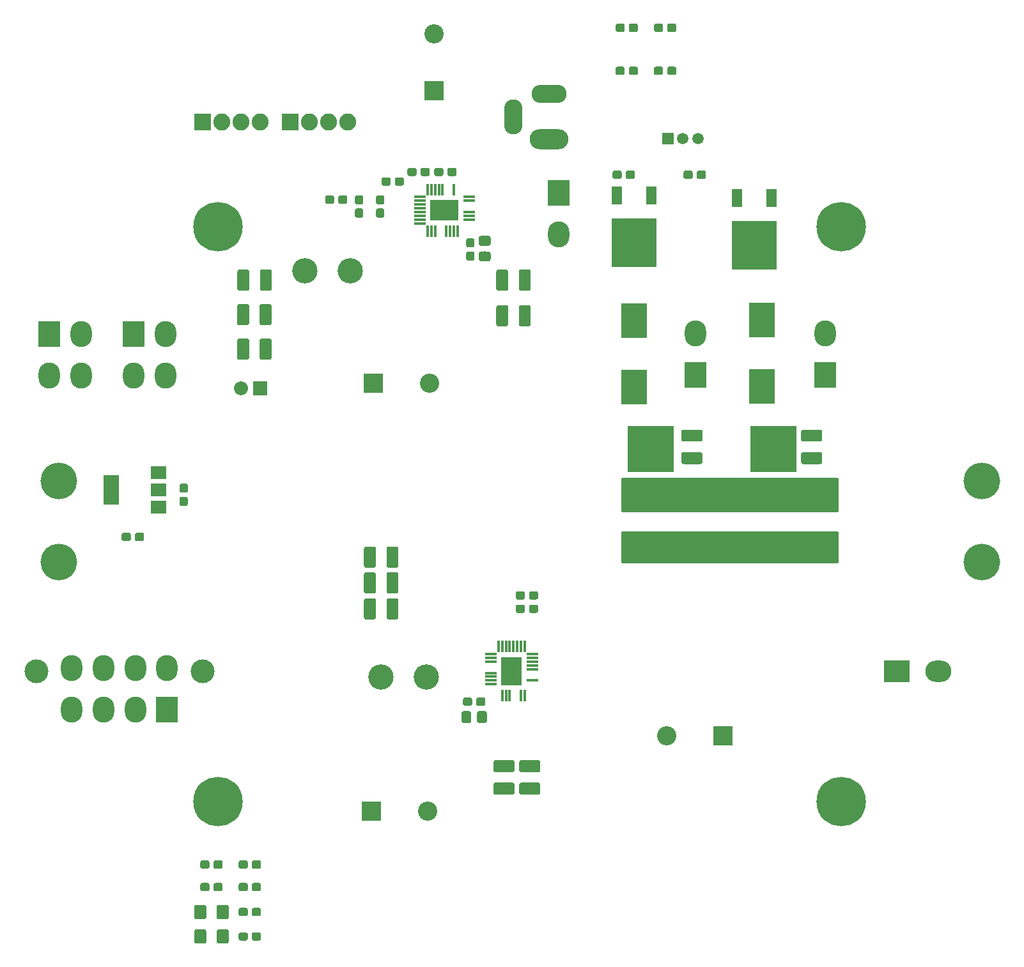
<source format=gts>
G04 #@! TF.GenerationSoftware,KiCad,Pcbnew,(5.0.0)*
G04 #@! TF.CreationDate,2019-03-27T17:13:10-04:00*
G04 #@! TF.ProjectId,control board power,636F6E74726F6C20626F61726420706F,rev?*
G04 #@! TF.SameCoordinates,Original*
G04 #@! TF.FileFunction,Soldermask,Top*
G04 #@! TF.FilePolarity,Negative*
%FSLAX46Y46*%
G04 Gerber Fmt 4.6, Leading zero omitted, Abs format (unit mm)*
G04 Created by KiCad (PCBNEW (5.0.0)) date 03/27/19 17:13:10*
%MOMM*%
%LPD*%
G01*
G04 APERTURE LIST*
%ADD10C,6.552400*%
%ADD11C,0.100000*%
%ADD12C,1.102400*%
%ADD13O,1.852400X1.852400*%
%ADD14R,1.852400X1.852400*%
%ADD15O,2.402400X4.652400*%
%ADD16O,4.652400X2.402400*%
%ADD17O,5.152400X2.652400*%
%ADD18C,3.152400*%
%ADD19O,2.852400X3.452400*%
%ADD20R,2.852400X3.452400*%
%ADD21C,3.352400*%
%ADD22R,2.152400X1.652400*%
%ADD23R,2.152400X3.952400*%
%ADD24C,1.676400*%
%ADD25R,1.552400X0.402400*%
%ADD26R,0.402400X1.552400*%
%ADD27R,3.752400X2.752400*%
%ADD28R,2.752400X3.752400*%
%ADD29C,4.851400*%
%ADD30C,1.577400*%
%ADD31C,1.302400*%
%ADD32R,5.952400X6.552400*%
%ADD33R,1.352400X2.352400*%
%ADD34R,3.452400X4.652400*%
%ADD35R,6.152400X6.152400*%
%ADD36O,3.452400X2.852400*%
%ADD37R,3.452400X2.852400*%
%ADD38R,2.552400X2.552400*%
%ADD39C,2.552400*%
%ADD40R,1.502400X1.502400*%
%ADD41C,1.502400*%
%ADD42R,2.252400X2.252400*%
%ADD43C,2.252400*%
%ADD44C,0.254000*%
G04 APERTURE END LIST*
D10*
G04 #@! TO.C,REF\002A\002A*
X60960000Y-138938000D03*
G04 #@! TD*
D11*
G04 #@! TO.C,C2*
G36*
X50884614Y-103336127D02*
X50911367Y-103340096D01*
X50937602Y-103346667D01*
X50963068Y-103355779D01*
X50987517Y-103367342D01*
X51010715Y-103381247D01*
X51032439Y-103397358D01*
X51052479Y-103415521D01*
X51070642Y-103435561D01*
X51086753Y-103457285D01*
X51100658Y-103480483D01*
X51112221Y-103504932D01*
X51121333Y-103530398D01*
X51127904Y-103556633D01*
X51131873Y-103583386D01*
X51133200Y-103610400D01*
X51133200Y-104161600D01*
X51131873Y-104188614D01*
X51127904Y-104215367D01*
X51121333Y-104241602D01*
X51112221Y-104267068D01*
X51100658Y-104291517D01*
X51086753Y-104314715D01*
X51070642Y-104336439D01*
X51052479Y-104356479D01*
X51032439Y-104374642D01*
X51010715Y-104390753D01*
X50987517Y-104404658D01*
X50963068Y-104416221D01*
X50937602Y-104425333D01*
X50911367Y-104431904D01*
X50884614Y-104435873D01*
X50857600Y-104437200D01*
X50206400Y-104437200D01*
X50179386Y-104435873D01*
X50152633Y-104431904D01*
X50126398Y-104425333D01*
X50100932Y-104416221D01*
X50076483Y-104404658D01*
X50053285Y-104390753D01*
X50031561Y-104374642D01*
X50011521Y-104356479D01*
X49993358Y-104336439D01*
X49977247Y-104314715D01*
X49963342Y-104291517D01*
X49951779Y-104267068D01*
X49942667Y-104241602D01*
X49936096Y-104215367D01*
X49932127Y-104188614D01*
X49930800Y-104161600D01*
X49930800Y-103610400D01*
X49932127Y-103583386D01*
X49936096Y-103556633D01*
X49942667Y-103530398D01*
X49951779Y-103504932D01*
X49963342Y-103480483D01*
X49977247Y-103457285D01*
X49993358Y-103435561D01*
X50011521Y-103415521D01*
X50031561Y-103397358D01*
X50053285Y-103381247D01*
X50076483Y-103367342D01*
X50100932Y-103355779D01*
X50126398Y-103346667D01*
X50152633Y-103340096D01*
X50179386Y-103336127D01*
X50206400Y-103334800D01*
X50857600Y-103334800D01*
X50884614Y-103336127D01*
X50884614Y-103336127D01*
G37*
D12*
X50532000Y-103886000D03*
D11*
G36*
X49134614Y-103336127D02*
X49161367Y-103340096D01*
X49187602Y-103346667D01*
X49213068Y-103355779D01*
X49237517Y-103367342D01*
X49260715Y-103381247D01*
X49282439Y-103397358D01*
X49302479Y-103415521D01*
X49320642Y-103435561D01*
X49336753Y-103457285D01*
X49350658Y-103480483D01*
X49362221Y-103504932D01*
X49371333Y-103530398D01*
X49377904Y-103556633D01*
X49381873Y-103583386D01*
X49383200Y-103610400D01*
X49383200Y-104161600D01*
X49381873Y-104188614D01*
X49377904Y-104215367D01*
X49371333Y-104241602D01*
X49362221Y-104267068D01*
X49350658Y-104291517D01*
X49336753Y-104314715D01*
X49320642Y-104336439D01*
X49302479Y-104356479D01*
X49282439Y-104374642D01*
X49260715Y-104390753D01*
X49237517Y-104404658D01*
X49213068Y-104416221D01*
X49187602Y-104425333D01*
X49161367Y-104431904D01*
X49134614Y-104435873D01*
X49107600Y-104437200D01*
X48456400Y-104437200D01*
X48429386Y-104435873D01*
X48402633Y-104431904D01*
X48376398Y-104425333D01*
X48350932Y-104416221D01*
X48326483Y-104404658D01*
X48303285Y-104390753D01*
X48281561Y-104374642D01*
X48261521Y-104356479D01*
X48243358Y-104336439D01*
X48227247Y-104314715D01*
X48213342Y-104291517D01*
X48201779Y-104267068D01*
X48192667Y-104241602D01*
X48186096Y-104215367D01*
X48182127Y-104188614D01*
X48180800Y-104161600D01*
X48180800Y-103610400D01*
X48182127Y-103583386D01*
X48186096Y-103556633D01*
X48192667Y-103530398D01*
X48201779Y-103504932D01*
X48213342Y-103480483D01*
X48227247Y-103457285D01*
X48243358Y-103435561D01*
X48261521Y-103415521D01*
X48281561Y-103397358D01*
X48303285Y-103381247D01*
X48326483Y-103367342D01*
X48350932Y-103355779D01*
X48376398Y-103346667D01*
X48402633Y-103340096D01*
X48429386Y-103336127D01*
X48456400Y-103334800D01*
X49107600Y-103334800D01*
X49134614Y-103336127D01*
X49134614Y-103336127D01*
G37*
D12*
X48782000Y-103886000D03*
G04 #@! TD*
D10*
G04 #@! TO.C,REF\002A\002A*
X143510000Y-62738000D03*
G04 #@! TD*
G04 #@! TO.C,REF\002A\002A*
X60960000Y-62738000D03*
G04 #@! TD*
G04 #@! TO.C,REF\002A\002A*
X143510000Y-138938000D03*
G04 #@! TD*
D11*
G04 #@! TO.C,C1*
G36*
X56690614Y-98573127D02*
X56717367Y-98577096D01*
X56743602Y-98583667D01*
X56769068Y-98592779D01*
X56793517Y-98604342D01*
X56816715Y-98618247D01*
X56838439Y-98634358D01*
X56858479Y-98652521D01*
X56876642Y-98672561D01*
X56892753Y-98694285D01*
X56906658Y-98717483D01*
X56918221Y-98741932D01*
X56927333Y-98767398D01*
X56933904Y-98793633D01*
X56937873Y-98820386D01*
X56939200Y-98847400D01*
X56939200Y-99498600D01*
X56937873Y-99525614D01*
X56933904Y-99552367D01*
X56927333Y-99578602D01*
X56918221Y-99604068D01*
X56906658Y-99628517D01*
X56892753Y-99651715D01*
X56876642Y-99673439D01*
X56858479Y-99693479D01*
X56838439Y-99711642D01*
X56816715Y-99727753D01*
X56793517Y-99741658D01*
X56769068Y-99753221D01*
X56743602Y-99762333D01*
X56717367Y-99768904D01*
X56690614Y-99772873D01*
X56663600Y-99774200D01*
X56112400Y-99774200D01*
X56085386Y-99772873D01*
X56058633Y-99768904D01*
X56032398Y-99762333D01*
X56006932Y-99753221D01*
X55982483Y-99741658D01*
X55959285Y-99727753D01*
X55937561Y-99711642D01*
X55917521Y-99693479D01*
X55899358Y-99673439D01*
X55883247Y-99651715D01*
X55869342Y-99628517D01*
X55857779Y-99604068D01*
X55848667Y-99578602D01*
X55842096Y-99552367D01*
X55838127Y-99525614D01*
X55836800Y-99498600D01*
X55836800Y-98847400D01*
X55838127Y-98820386D01*
X55842096Y-98793633D01*
X55848667Y-98767398D01*
X55857779Y-98741932D01*
X55869342Y-98717483D01*
X55883247Y-98694285D01*
X55899358Y-98672561D01*
X55917521Y-98652521D01*
X55937561Y-98634358D01*
X55959285Y-98618247D01*
X55982483Y-98604342D01*
X56006932Y-98592779D01*
X56032398Y-98583667D01*
X56058633Y-98577096D01*
X56085386Y-98573127D01*
X56112400Y-98571800D01*
X56663600Y-98571800D01*
X56690614Y-98573127D01*
X56690614Y-98573127D01*
G37*
D12*
X56388000Y-99173000D03*
D11*
G36*
X56690614Y-96823127D02*
X56717367Y-96827096D01*
X56743602Y-96833667D01*
X56769068Y-96842779D01*
X56793517Y-96854342D01*
X56816715Y-96868247D01*
X56838439Y-96884358D01*
X56858479Y-96902521D01*
X56876642Y-96922561D01*
X56892753Y-96944285D01*
X56906658Y-96967483D01*
X56918221Y-96991932D01*
X56927333Y-97017398D01*
X56933904Y-97043633D01*
X56937873Y-97070386D01*
X56939200Y-97097400D01*
X56939200Y-97748600D01*
X56937873Y-97775614D01*
X56933904Y-97802367D01*
X56927333Y-97828602D01*
X56918221Y-97854068D01*
X56906658Y-97878517D01*
X56892753Y-97901715D01*
X56876642Y-97923439D01*
X56858479Y-97943479D01*
X56838439Y-97961642D01*
X56816715Y-97977753D01*
X56793517Y-97991658D01*
X56769068Y-98003221D01*
X56743602Y-98012333D01*
X56717367Y-98018904D01*
X56690614Y-98022873D01*
X56663600Y-98024200D01*
X56112400Y-98024200D01*
X56085386Y-98022873D01*
X56058633Y-98018904D01*
X56032398Y-98012333D01*
X56006932Y-98003221D01*
X55982483Y-97991658D01*
X55959285Y-97977753D01*
X55937561Y-97961642D01*
X55917521Y-97943479D01*
X55899358Y-97923439D01*
X55883247Y-97901715D01*
X55869342Y-97878517D01*
X55857779Y-97854068D01*
X55848667Y-97828602D01*
X55842096Y-97802367D01*
X55838127Y-97775614D01*
X55836800Y-97748600D01*
X55836800Y-97097400D01*
X55838127Y-97070386D01*
X55842096Y-97043633D01*
X55848667Y-97017398D01*
X55857779Y-96991932D01*
X55869342Y-96967483D01*
X55883247Y-96944285D01*
X55899358Y-96922561D01*
X55917521Y-96902521D01*
X55937561Y-96884358D01*
X55959285Y-96868247D01*
X55982483Y-96854342D01*
X56006932Y-96842779D01*
X56032398Y-96833667D01*
X56058633Y-96827096D01*
X56085386Y-96823127D01*
X56112400Y-96821800D01*
X56663600Y-96821800D01*
X56690614Y-96823127D01*
X56690614Y-96823127D01*
G37*
D12*
X56388000Y-97423000D03*
G04 #@! TD*
D11*
G04 #@! TO.C,C5*
G36*
X83551614Y-56219127D02*
X83578367Y-56223096D01*
X83604602Y-56229667D01*
X83630068Y-56238779D01*
X83654517Y-56250342D01*
X83677715Y-56264247D01*
X83699439Y-56280358D01*
X83719479Y-56298521D01*
X83737642Y-56318561D01*
X83753753Y-56340285D01*
X83767658Y-56363483D01*
X83779221Y-56387932D01*
X83788333Y-56413398D01*
X83794904Y-56439633D01*
X83798873Y-56466386D01*
X83800200Y-56493400D01*
X83800200Y-57044600D01*
X83798873Y-57071614D01*
X83794904Y-57098367D01*
X83788333Y-57124602D01*
X83779221Y-57150068D01*
X83767658Y-57174517D01*
X83753753Y-57197715D01*
X83737642Y-57219439D01*
X83719479Y-57239479D01*
X83699439Y-57257642D01*
X83677715Y-57273753D01*
X83654517Y-57287658D01*
X83630068Y-57299221D01*
X83604602Y-57308333D01*
X83578367Y-57314904D01*
X83551614Y-57318873D01*
X83524600Y-57320200D01*
X82873400Y-57320200D01*
X82846386Y-57318873D01*
X82819633Y-57314904D01*
X82793398Y-57308333D01*
X82767932Y-57299221D01*
X82743483Y-57287658D01*
X82720285Y-57273753D01*
X82698561Y-57257642D01*
X82678521Y-57239479D01*
X82660358Y-57219439D01*
X82644247Y-57197715D01*
X82630342Y-57174517D01*
X82618779Y-57150068D01*
X82609667Y-57124602D01*
X82603096Y-57098367D01*
X82599127Y-57071614D01*
X82597800Y-57044600D01*
X82597800Y-56493400D01*
X82599127Y-56466386D01*
X82603096Y-56439633D01*
X82609667Y-56413398D01*
X82618779Y-56387932D01*
X82630342Y-56363483D01*
X82644247Y-56340285D01*
X82660358Y-56318561D01*
X82678521Y-56298521D01*
X82698561Y-56280358D01*
X82720285Y-56264247D01*
X82743483Y-56250342D01*
X82767932Y-56238779D01*
X82793398Y-56229667D01*
X82819633Y-56223096D01*
X82846386Y-56219127D01*
X82873400Y-56217800D01*
X83524600Y-56217800D01*
X83551614Y-56219127D01*
X83551614Y-56219127D01*
G37*
D12*
X83199000Y-56769000D03*
D11*
G36*
X85301614Y-56219127D02*
X85328367Y-56223096D01*
X85354602Y-56229667D01*
X85380068Y-56238779D01*
X85404517Y-56250342D01*
X85427715Y-56264247D01*
X85449439Y-56280358D01*
X85469479Y-56298521D01*
X85487642Y-56318561D01*
X85503753Y-56340285D01*
X85517658Y-56363483D01*
X85529221Y-56387932D01*
X85538333Y-56413398D01*
X85544904Y-56439633D01*
X85548873Y-56466386D01*
X85550200Y-56493400D01*
X85550200Y-57044600D01*
X85548873Y-57071614D01*
X85544904Y-57098367D01*
X85538333Y-57124602D01*
X85529221Y-57150068D01*
X85517658Y-57174517D01*
X85503753Y-57197715D01*
X85487642Y-57219439D01*
X85469479Y-57239479D01*
X85449439Y-57257642D01*
X85427715Y-57273753D01*
X85404517Y-57287658D01*
X85380068Y-57299221D01*
X85354602Y-57308333D01*
X85328367Y-57314904D01*
X85301614Y-57318873D01*
X85274600Y-57320200D01*
X84623400Y-57320200D01*
X84596386Y-57318873D01*
X84569633Y-57314904D01*
X84543398Y-57308333D01*
X84517932Y-57299221D01*
X84493483Y-57287658D01*
X84470285Y-57273753D01*
X84448561Y-57257642D01*
X84428521Y-57239479D01*
X84410358Y-57219439D01*
X84394247Y-57197715D01*
X84380342Y-57174517D01*
X84368779Y-57150068D01*
X84359667Y-57124602D01*
X84353096Y-57098367D01*
X84349127Y-57071614D01*
X84347800Y-57044600D01*
X84347800Y-56493400D01*
X84349127Y-56466386D01*
X84353096Y-56439633D01*
X84359667Y-56413398D01*
X84368779Y-56387932D01*
X84380342Y-56363483D01*
X84394247Y-56340285D01*
X84410358Y-56318561D01*
X84428521Y-56298521D01*
X84448561Y-56280358D01*
X84470285Y-56264247D01*
X84493483Y-56250342D01*
X84517932Y-56238779D01*
X84543398Y-56229667D01*
X84569633Y-56223096D01*
X84596386Y-56219127D01*
X84623400Y-56217800D01*
X85274600Y-56217800D01*
X85301614Y-56219127D01*
X85301614Y-56219127D01*
G37*
D12*
X84949000Y-56769000D03*
G04 #@! TD*
D11*
G04 #@! TO.C,C6*
G36*
X94663614Y-66061127D02*
X94690367Y-66065096D01*
X94716602Y-66071667D01*
X94742068Y-66080779D01*
X94766517Y-66092342D01*
X94789715Y-66106247D01*
X94811439Y-66122358D01*
X94831479Y-66140521D01*
X94849642Y-66160561D01*
X94865753Y-66182285D01*
X94879658Y-66205483D01*
X94891221Y-66229932D01*
X94900333Y-66255398D01*
X94906904Y-66281633D01*
X94910873Y-66308386D01*
X94912200Y-66335400D01*
X94912200Y-66986600D01*
X94910873Y-67013614D01*
X94906904Y-67040367D01*
X94900333Y-67066602D01*
X94891221Y-67092068D01*
X94879658Y-67116517D01*
X94865753Y-67139715D01*
X94849642Y-67161439D01*
X94831479Y-67181479D01*
X94811439Y-67199642D01*
X94789715Y-67215753D01*
X94766517Y-67229658D01*
X94742068Y-67241221D01*
X94716602Y-67250333D01*
X94690367Y-67256904D01*
X94663614Y-67260873D01*
X94636600Y-67262200D01*
X94085400Y-67262200D01*
X94058386Y-67260873D01*
X94031633Y-67256904D01*
X94005398Y-67250333D01*
X93979932Y-67241221D01*
X93955483Y-67229658D01*
X93932285Y-67215753D01*
X93910561Y-67199642D01*
X93890521Y-67181479D01*
X93872358Y-67161439D01*
X93856247Y-67139715D01*
X93842342Y-67116517D01*
X93830779Y-67092068D01*
X93821667Y-67066602D01*
X93815096Y-67040367D01*
X93811127Y-67013614D01*
X93809800Y-66986600D01*
X93809800Y-66335400D01*
X93811127Y-66308386D01*
X93815096Y-66281633D01*
X93821667Y-66255398D01*
X93830779Y-66229932D01*
X93842342Y-66205483D01*
X93856247Y-66182285D01*
X93872358Y-66160561D01*
X93890521Y-66140521D01*
X93910561Y-66122358D01*
X93932285Y-66106247D01*
X93955483Y-66092342D01*
X93979932Y-66080779D01*
X94005398Y-66071667D01*
X94031633Y-66065096D01*
X94058386Y-66061127D01*
X94085400Y-66059800D01*
X94636600Y-66059800D01*
X94663614Y-66061127D01*
X94663614Y-66061127D01*
G37*
D12*
X94361000Y-66661000D03*
D11*
G36*
X94663614Y-64311127D02*
X94690367Y-64315096D01*
X94716602Y-64321667D01*
X94742068Y-64330779D01*
X94766517Y-64342342D01*
X94789715Y-64356247D01*
X94811439Y-64372358D01*
X94831479Y-64390521D01*
X94849642Y-64410561D01*
X94865753Y-64432285D01*
X94879658Y-64455483D01*
X94891221Y-64479932D01*
X94900333Y-64505398D01*
X94906904Y-64531633D01*
X94910873Y-64558386D01*
X94912200Y-64585400D01*
X94912200Y-65236600D01*
X94910873Y-65263614D01*
X94906904Y-65290367D01*
X94900333Y-65316602D01*
X94891221Y-65342068D01*
X94879658Y-65366517D01*
X94865753Y-65389715D01*
X94849642Y-65411439D01*
X94831479Y-65431479D01*
X94811439Y-65449642D01*
X94789715Y-65465753D01*
X94766517Y-65479658D01*
X94742068Y-65491221D01*
X94716602Y-65500333D01*
X94690367Y-65506904D01*
X94663614Y-65510873D01*
X94636600Y-65512200D01*
X94085400Y-65512200D01*
X94058386Y-65510873D01*
X94031633Y-65506904D01*
X94005398Y-65500333D01*
X93979932Y-65491221D01*
X93955483Y-65479658D01*
X93932285Y-65465753D01*
X93910561Y-65449642D01*
X93890521Y-65431479D01*
X93872358Y-65411439D01*
X93856247Y-65389715D01*
X93842342Y-65366517D01*
X93830779Y-65342068D01*
X93821667Y-65316602D01*
X93815096Y-65290367D01*
X93811127Y-65263614D01*
X93809800Y-65236600D01*
X93809800Y-64585400D01*
X93811127Y-64558386D01*
X93815096Y-64531633D01*
X93821667Y-64505398D01*
X93830779Y-64479932D01*
X93842342Y-64455483D01*
X93856247Y-64432285D01*
X93872358Y-64410561D01*
X93890521Y-64390521D01*
X93910561Y-64372358D01*
X93932285Y-64356247D01*
X93955483Y-64342342D01*
X93979932Y-64330779D01*
X94005398Y-64321667D01*
X94031633Y-64315096D01*
X94058386Y-64311127D01*
X94085400Y-64309800D01*
X94636600Y-64309800D01*
X94663614Y-64311127D01*
X94663614Y-64311127D01*
G37*
D12*
X94361000Y-64911000D03*
G04 #@! TD*
D11*
G04 #@! TO.C,C7*
G36*
X103081614Y-111083127D02*
X103108367Y-111087096D01*
X103134602Y-111093667D01*
X103160068Y-111102779D01*
X103184517Y-111114342D01*
X103207715Y-111128247D01*
X103229439Y-111144358D01*
X103249479Y-111162521D01*
X103267642Y-111182561D01*
X103283753Y-111204285D01*
X103297658Y-111227483D01*
X103309221Y-111251932D01*
X103318333Y-111277398D01*
X103324904Y-111303633D01*
X103328873Y-111330386D01*
X103330200Y-111357400D01*
X103330200Y-111908600D01*
X103328873Y-111935614D01*
X103324904Y-111962367D01*
X103318333Y-111988602D01*
X103309221Y-112014068D01*
X103297658Y-112038517D01*
X103283753Y-112061715D01*
X103267642Y-112083439D01*
X103249479Y-112103479D01*
X103229439Y-112121642D01*
X103207715Y-112137753D01*
X103184517Y-112151658D01*
X103160068Y-112163221D01*
X103134602Y-112172333D01*
X103108367Y-112178904D01*
X103081614Y-112182873D01*
X103054600Y-112184200D01*
X102403400Y-112184200D01*
X102376386Y-112182873D01*
X102349633Y-112178904D01*
X102323398Y-112172333D01*
X102297932Y-112163221D01*
X102273483Y-112151658D01*
X102250285Y-112137753D01*
X102228561Y-112121642D01*
X102208521Y-112103479D01*
X102190358Y-112083439D01*
X102174247Y-112061715D01*
X102160342Y-112038517D01*
X102148779Y-112014068D01*
X102139667Y-111988602D01*
X102133096Y-111962367D01*
X102129127Y-111935614D01*
X102127800Y-111908600D01*
X102127800Y-111357400D01*
X102129127Y-111330386D01*
X102133096Y-111303633D01*
X102139667Y-111277398D01*
X102148779Y-111251932D01*
X102160342Y-111227483D01*
X102174247Y-111204285D01*
X102190358Y-111182561D01*
X102208521Y-111162521D01*
X102228561Y-111144358D01*
X102250285Y-111128247D01*
X102273483Y-111114342D01*
X102297932Y-111102779D01*
X102323398Y-111093667D01*
X102349633Y-111087096D01*
X102376386Y-111083127D01*
X102403400Y-111081800D01*
X103054600Y-111081800D01*
X103081614Y-111083127D01*
X103081614Y-111083127D01*
G37*
D12*
X102729000Y-111633000D03*
D11*
G36*
X101331614Y-111083127D02*
X101358367Y-111087096D01*
X101384602Y-111093667D01*
X101410068Y-111102779D01*
X101434517Y-111114342D01*
X101457715Y-111128247D01*
X101479439Y-111144358D01*
X101499479Y-111162521D01*
X101517642Y-111182561D01*
X101533753Y-111204285D01*
X101547658Y-111227483D01*
X101559221Y-111251932D01*
X101568333Y-111277398D01*
X101574904Y-111303633D01*
X101578873Y-111330386D01*
X101580200Y-111357400D01*
X101580200Y-111908600D01*
X101578873Y-111935614D01*
X101574904Y-111962367D01*
X101568333Y-111988602D01*
X101559221Y-112014068D01*
X101547658Y-112038517D01*
X101533753Y-112061715D01*
X101517642Y-112083439D01*
X101499479Y-112103479D01*
X101479439Y-112121642D01*
X101457715Y-112137753D01*
X101434517Y-112151658D01*
X101410068Y-112163221D01*
X101384602Y-112172333D01*
X101358367Y-112178904D01*
X101331614Y-112182873D01*
X101304600Y-112184200D01*
X100653400Y-112184200D01*
X100626386Y-112182873D01*
X100599633Y-112178904D01*
X100573398Y-112172333D01*
X100547932Y-112163221D01*
X100523483Y-112151658D01*
X100500285Y-112137753D01*
X100478561Y-112121642D01*
X100458521Y-112103479D01*
X100440358Y-112083439D01*
X100424247Y-112061715D01*
X100410342Y-112038517D01*
X100398779Y-112014068D01*
X100389667Y-111988602D01*
X100383096Y-111962367D01*
X100379127Y-111935614D01*
X100377800Y-111908600D01*
X100377800Y-111357400D01*
X100379127Y-111330386D01*
X100383096Y-111303633D01*
X100389667Y-111277398D01*
X100398779Y-111251932D01*
X100410342Y-111227483D01*
X100424247Y-111204285D01*
X100440358Y-111182561D01*
X100458521Y-111162521D01*
X100478561Y-111144358D01*
X100500285Y-111128247D01*
X100523483Y-111114342D01*
X100547932Y-111102779D01*
X100573398Y-111093667D01*
X100599633Y-111087096D01*
X100626386Y-111083127D01*
X100653400Y-111081800D01*
X101304600Y-111081800D01*
X101331614Y-111083127D01*
X101331614Y-111083127D01*
G37*
D12*
X100979000Y-111633000D03*
G04 #@! TD*
D11*
G04 #@! TO.C,C8*
G36*
X94346614Y-125180127D02*
X94373367Y-125184096D01*
X94399602Y-125190667D01*
X94425068Y-125199779D01*
X94449517Y-125211342D01*
X94472715Y-125225247D01*
X94494439Y-125241358D01*
X94514479Y-125259521D01*
X94532642Y-125279561D01*
X94548753Y-125301285D01*
X94562658Y-125324483D01*
X94574221Y-125348932D01*
X94583333Y-125374398D01*
X94589904Y-125400633D01*
X94593873Y-125427386D01*
X94595200Y-125454400D01*
X94595200Y-126005600D01*
X94593873Y-126032614D01*
X94589904Y-126059367D01*
X94583333Y-126085602D01*
X94574221Y-126111068D01*
X94562658Y-126135517D01*
X94548753Y-126158715D01*
X94532642Y-126180439D01*
X94514479Y-126200479D01*
X94494439Y-126218642D01*
X94472715Y-126234753D01*
X94449517Y-126248658D01*
X94425068Y-126260221D01*
X94399602Y-126269333D01*
X94373367Y-126275904D01*
X94346614Y-126279873D01*
X94319600Y-126281200D01*
X93668400Y-126281200D01*
X93641386Y-126279873D01*
X93614633Y-126275904D01*
X93588398Y-126269333D01*
X93562932Y-126260221D01*
X93538483Y-126248658D01*
X93515285Y-126234753D01*
X93493561Y-126218642D01*
X93473521Y-126200479D01*
X93455358Y-126180439D01*
X93439247Y-126158715D01*
X93425342Y-126135517D01*
X93413779Y-126111068D01*
X93404667Y-126085602D01*
X93398096Y-126059367D01*
X93394127Y-126032614D01*
X93392800Y-126005600D01*
X93392800Y-125454400D01*
X93394127Y-125427386D01*
X93398096Y-125400633D01*
X93404667Y-125374398D01*
X93413779Y-125348932D01*
X93425342Y-125324483D01*
X93439247Y-125301285D01*
X93455358Y-125279561D01*
X93473521Y-125259521D01*
X93493561Y-125241358D01*
X93515285Y-125225247D01*
X93538483Y-125211342D01*
X93562932Y-125199779D01*
X93588398Y-125190667D01*
X93614633Y-125184096D01*
X93641386Y-125180127D01*
X93668400Y-125178800D01*
X94319600Y-125178800D01*
X94346614Y-125180127D01*
X94346614Y-125180127D01*
G37*
D12*
X93994000Y-125730000D03*
D11*
G36*
X96096614Y-125180127D02*
X96123367Y-125184096D01*
X96149602Y-125190667D01*
X96175068Y-125199779D01*
X96199517Y-125211342D01*
X96222715Y-125225247D01*
X96244439Y-125241358D01*
X96264479Y-125259521D01*
X96282642Y-125279561D01*
X96298753Y-125301285D01*
X96312658Y-125324483D01*
X96324221Y-125348932D01*
X96333333Y-125374398D01*
X96339904Y-125400633D01*
X96343873Y-125427386D01*
X96345200Y-125454400D01*
X96345200Y-126005600D01*
X96343873Y-126032614D01*
X96339904Y-126059367D01*
X96333333Y-126085602D01*
X96324221Y-126111068D01*
X96312658Y-126135517D01*
X96298753Y-126158715D01*
X96282642Y-126180439D01*
X96264479Y-126200479D01*
X96244439Y-126218642D01*
X96222715Y-126234753D01*
X96199517Y-126248658D01*
X96175068Y-126260221D01*
X96149602Y-126269333D01*
X96123367Y-126275904D01*
X96096614Y-126279873D01*
X96069600Y-126281200D01*
X95418400Y-126281200D01*
X95391386Y-126279873D01*
X95364633Y-126275904D01*
X95338398Y-126269333D01*
X95312932Y-126260221D01*
X95288483Y-126248658D01*
X95265285Y-126234753D01*
X95243561Y-126218642D01*
X95223521Y-126200479D01*
X95205358Y-126180439D01*
X95189247Y-126158715D01*
X95175342Y-126135517D01*
X95163779Y-126111068D01*
X95154667Y-126085602D01*
X95148096Y-126059367D01*
X95144127Y-126032614D01*
X95142800Y-126005600D01*
X95142800Y-125454400D01*
X95144127Y-125427386D01*
X95148096Y-125400633D01*
X95154667Y-125374398D01*
X95163779Y-125348932D01*
X95175342Y-125324483D01*
X95189247Y-125301285D01*
X95205358Y-125279561D01*
X95223521Y-125259521D01*
X95243561Y-125241358D01*
X95265285Y-125225247D01*
X95288483Y-125211342D01*
X95312932Y-125199779D01*
X95338398Y-125190667D01*
X95364633Y-125184096D01*
X95391386Y-125180127D01*
X95418400Y-125178800D01*
X96069600Y-125178800D01*
X96096614Y-125180127D01*
X96096614Y-125180127D01*
G37*
D12*
X95744000Y-125730000D03*
G04 #@! TD*
D11*
G04 #@! TO.C,C9*
G36*
X86980614Y-54949127D02*
X87007367Y-54953096D01*
X87033602Y-54959667D01*
X87059068Y-54968779D01*
X87083517Y-54980342D01*
X87106715Y-54994247D01*
X87128439Y-55010358D01*
X87148479Y-55028521D01*
X87166642Y-55048561D01*
X87182753Y-55070285D01*
X87196658Y-55093483D01*
X87208221Y-55117932D01*
X87217333Y-55143398D01*
X87223904Y-55169633D01*
X87227873Y-55196386D01*
X87229200Y-55223400D01*
X87229200Y-55774600D01*
X87227873Y-55801614D01*
X87223904Y-55828367D01*
X87217333Y-55854602D01*
X87208221Y-55880068D01*
X87196658Y-55904517D01*
X87182753Y-55927715D01*
X87166642Y-55949439D01*
X87148479Y-55969479D01*
X87128439Y-55987642D01*
X87106715Y-56003753D01*
X87083517Y-56017658D01*
X87059068Y-56029221D01*
X87033602Y-56038333D01*
X87007367Y-56044904D01*
X86980614Y-56048873D01*
X86953600Y-56050200D01*
X86302400Y-56050200D01*
X86275386Y-56048873D01*
X86248633Y-56044904D01*
X86222398Y-56038333D01*
X86196932Y-56029221D01*
X86172483Y-56017658D01*
X86149285Y-56003753D01*
X86127561Y-55987642D01*
X86107521Y-55969479D01*
X86089358Y-55949439D01*
X86073247Y-55927715D01*
X86059342Y-55904517D01*
X86047779Y-55880068D01*
X86038667Y-55854602D01*
X86032096Y-55828367D01*
X86028127Y-55801614D01*
X86026800Y-55774600D01*
X86026800Y-55223400D01*
X86028127Y-55196386D01*
X86032096Y-55169633D01*
X86038667Y-55143398D01*
X86047779Y-55117932D01*
X86059342Y-55093483D01*
X86073247Y-55070285D01*
X86089358Y-55048561D01*
X86107521Y-55028521D01*
X86127561Y-55010358D01*
X86149285Y-54994247D01*
X86172483Y-54980342D01*
X86196932Y-54968779D01*
X86222398Y-54959667D01*
X86248633Y-54953096D01*
X86275386Y-54949127D01*
X86302400Y-54947800D01*
X86953600Y-54947800D01*
X86980614Y-54949127D01*
X86980614Y-54949127D01*
G37*
D12*
X86628000Y-55499000D03*
D11*
G36*
X88730614Y-54949127D02*
X88757367Y-54953096D01*
X88783602Y-54959667D01*
X88809068Y-54968779D01*
X88833517Y-54980342D01*
X88856715Y-54994247D01*
X88878439Y-55010358D01*
X88898479Y-55028521D01*
X88916642Y-55048561D01*
X88932753Y-55070285D01*
X88946658Y-55093483D01*
X88958221Y-55117932D01*
X88967333Y-55143398D01*
X88973904Y-55169633D01*
X88977873Y-55196386D01*
X88979200Y-55223400D01*
X88979200Y-55774600D01*
X88977873Y-55801614D01*
X88973904Y-55828367D01*
X88967333Y-55854602D01*
X88958221Y-55880068D01*
X88946658Y-55904517D01*
X88932753Y-55927715D01*
X88916642Y-55949439D01*
X88898479Y-55969479D01*
X88878439Y-55987642D01*
X88856715Y-56003753D01*
X88833517Y-56017658D01*
X88809068Y-56029221D01*
X88783602Y-56038333D01*
X88757367Y-56044904D01*
X88730614Y-56048873D01*
X88703600Y-56050200D01*
X88052400Y-56050200D01*
X88025386Y-56048873D01*
X87998633Y-56044904D01*
X87972398Y-56038333D01*
X87946932Y-56029221D01*
X87922483Y-56017658D01*
X87899285Y-56003753D01*
X87877561Y-55987642D01*
X87857521Y-55969479D01*
X87839358Y-55949439D01*
X87823247Y-55927715D01*
X87809342Y-55904517D01*
X87797779Y-55880068D01*
X87788667Y-55854602D01*
X87782096Y-55828367D01*
X87778127Y-55801614D01*
X87776800Y-55774600D01*
X87776800Y-55223400D01*
X87778127Y-55196386D01*
X87782096Y-55169633D01*
X87788667Y-55143398D01*
X87797779Y-55117932D01*
X87809342Y-55093483D01*
X87823247Y-55070285D01*
X87839358Y-55048561D01*
X87857521Y-55028521D01*
X87877561Y-55010358D01*
X87899285Y-54994247D01*
X87922483Y-54980342D01*
X87946932Y-54968779D01*
X87972398Y-54959667D01*
X87998633Y-54953096D01*
X88025386Y-54949127D01*
X88052400Y-54947800D01*
X88703600Y-54947800D01*
X88730614Y-54949127D01*
X88730614Y-54949127D01*
G37*
D12*
X88378000Y-55499000D03*
G04 #@! TD*
D11*
G04 #@! TO.C,C10*
G36*
X79931614Y-60346127D02*
X79958367Y-60350096D01*
X79984602Y-60356667D01*
X80010068Y-60365779D01*
X80034517Y-60377342D01*
X80057715Y-60391247D01*
X80079439Y-60407358D01*
X80099479Y-60425521D01*
X80117642Y-60445561D01*
X80133753Y-60467285D01*
X80147658Y-60490483D01*
X80159221Y-60514932D01*
X80168333Y-60540398D01*
X80174904Y-60566633D01*
X80178873Y-60593386D01*
X80180200Y-60620400D01*
X80180200Y-61271600D01*
X80178873Y-61298614D01*
X80174904Y-61325367D01*
X80168333Y-61351602D01*
X80159221Y-61377068D01*
X80147658Y-61401517D01*
X80133753Y-61424715D01*
X80117642Y-61446439D01*
X80099479Y-61466479D01*
X80079439Y-61484642D01*
X80057715Y-61500753D01*
X80034517Y-61514658D01*
X80010068Y-61526221D01*
X79984602Y-61535333D01*
X79958367Y-61541904D01*
X79931614Y-61545873D01*
X79904600Y-61547200D01*
X79353400Y-61547200D01*
X79326386Y-61545873D01*
X79299633Y-61541904D01*
X79273398Y-61535333D01*
X79247932Y-61526221D01*
X79223483Y-61514658D01*
X79200285Y-61500753D01*
X79178561Y-61484642D01*
X79158521Y-61466479D01*
X79140358Y-61446439D01*
X79124247Y-61424715D01*
X79110342Y-61401517D01*
X79098779Y-61377068D01*
X79089667Y-61351602D01*
X79083096Y-61325367D01*
X79079127Y-61298614D01*
X79077800Y-61271600D01*
X79077800Y-60620400D01*
X79079127Y-60593386D01*
X79083096Y-60566633D01*
X79089667Y-60540398D01*
X79098779Y-60514932D01*
X79110342Y-60490483D01*
X79124247Y-60467285D01*
X79140358Y-60445561D01*
X79158521Y-60425521D01*
X79178561Y-60407358D01*
X79200285Y-60391247D01*
X79223483Y-60377342D01*
X79247932Y-60365779D01*
X79273398Y-60356667D01*
X79299633Y-60350096D01*
X79326386Y-60346127D01*
X79353400Y-60344800D01*
X79904600Y-60344800D01*
X79931614Y-60346127D01*
X79931614Y-60346127D01*
G37*
D12*
X79629000Y-60946000D03*
D11*
G36*
X79931614Y-58596127D02*
X79958367Y-58600096D01*
X79984602Y-58606667D01*
X80010068Y-58615779D01*
X80034517Y-58627342D01*
X80057715Y-58641247D01*
X80079439Y-58657358D01*
X80099479Y-58675521D01*
X80117642Y-58695561D01*
X80133753Y-58717285D01*
X80147658Y-58740483D01*
X80159221Y-58764932D01*
X80168333Y-58790398D01*
X80174904Y-58816633D01*
X80178873Y-58843386D01*
X80180200Y-58870400D01*
X80180200Y-59521600D01*
X80178873Y-59548614D01*
X80174904Y-59575367D01*
X80168333Y-59601602D01*
X80159221Y-59627068D01*
X80147658Y-59651517D01*
X80133753Y-59674715D01*
X80117642Y-59696439D01*
X80099479Y-59716479D01*
X80079439Y-59734642D01*
X80057715Y-59750753D01*
X80034517Y-59764658D01*
X80010068Y-59776221D01*
X79984602Y-59785333D01*
X79958367Y-59791904D01*
X79931614Y-59795873D01*
X79904600Y-59797200D01*
X79353400Y-59797200D01*
X79326386Y-59795873D01*
X79299633Y-59791904D01*
X79273398Y-59785333D01*
X79247932Y-59776221D01*
X79223483Y-59764658D01*
X79200285Y-59750753D01*
X79178561Y-59734642D01*
X79158521Y-59716479D01*
X79140358Y-59696439D01*
X79124247Y-59674715D01*
X79110342Y-59651517D01*
X79098779Y-59627068D01*
X79089667Y-59601602D01*
X79083096Y-59575367D01*
X79079127Y-59548614D01*
X79077800Y-59521600D01*
X79077800Y-58870400D01*
X79079127Y-58843386D01*
X79083096Y-58816633D01*
X79089667Y-58790398D01*
X79098779Y-58764932D01*
X79110342Y-58740483D01*
X79124247Y-58717285D01*
X79140358Y-58695561D01*
X79158521Y-58675521D01*
X79178561Y-58657358D01*
X79200285Y-58641247D01*
X79223483Y-58627342D01*
X79247932Y-58615779D01*
X79273398Y-58606667D01*
X79299633Y-58600096D01*
X79326386Y-58596127D01*
X79353400Y-58594800D01*
X79904600Y-58594800D01*
X79931614Y-58596127D01*
X79931614Y-58596127D01*
G37*
D12*
X79629000Y-59196000D03*
G04 #@! TD*
D11*
G04 #@! TO.C,C11*
G36*
X82725614Y-60346127D02*
X82752367Y-60350096D01*
X82778602Y-60356667D01*
X82804068Y-60365779D01*
X82828517Y-60377342D01*
X82851715Y-60391247D01*
X82873439Y-60407358D01*
X82893479Y-60425521D01*
X82911642Y-60445561D01*
X82927753Y-60467285D01*
X82941658Y-60490483D01*
X82953221Y-60514932D01*
X82962333Y-60540398D01*
X82968904Y-60566633D01*
X82972873Y-60593386D01*
X82974200Y-60620400D01*
X82974200Y-61271600D01*
X82972873Y-61298614D01*
X82968904Y-61325367D01*
X82962333Y-61351602D01*
X82953221Y-61377068D01*
X82941658Y-61401517D01*
X82927753Y-61424715D01*
X82911642Y-61446439D01*
X82893479Y-61466479D01*
X82873439Y-61484642D01*
X82851715Y-61500753D01*
X82828517Y-61514658D01*
X82804068Y-61526221D01*
X82778602Y-61535333D01*
X82752367Y-61541904D01*
X82725614Y-61545873D01*
X82698600Y-61547200D01*
X82147400Y-61547200D01*
X82120386Y-61545873D01*
X82093633Y-61541904D01*
X82067398Y-61535333D01*
X82041932Y-61526221D01*
X82017483Y-61514658D01*
X81994285Y-61500753D01*
X81972561Y-61484642D01*
X81952521Y-61466479D01*
X81934358Y-61446439D01*
X81918247Y-61424715D01*
X81904342Y-61401517D01*
X81892779Y-61377068D01*
X81883667Y-61351602D01*
X81877096Y-61325367D01*
X81873127Y-61298614D01*
X81871800Y-61271600D01*
X81871800Y-60620400D01*
X81873127Y-60593386D01*
X81877096Y-60566633D01*
X81883667Y-60540398D01*
X81892779Y-60514932D01*
X81904342Y-60490483D01*
X81918247Y-60467285D01*
X81934358Y-60445561D01*
X81952521Y-60425521D01*
X81972561Y-60407358D01*
X81994285Y-60391247D01*
X82017483Y-60377342D01*
X82041932Y-60365779D01*
X82067398Y-60356667D01*
X82093633Y-60350096D01*
X82120386Y-60346127D01*
X82147400Y-60344800D01*
X82698600Y-60344800D01*
X82725614Y-60346127D01*
X82725614Y-60346127D01*
G37*
D12*
X82423000Y-60946000D03*
D11*
G36*
X82725614Y-58596127D02*
X82752367Y-58600096D01*
X82778602Y-58606667D01*
X82804068Y-58615779D01*
X82828517Y-58627342D01*
X82851715Y-58641247D01*
X82873439Y-58657358D01*
X82893479Y-58675521D01*
X82911642Y-58695561D01*
X82927753Y-58717285D01*
X82941658Y-58740483D01*
X82953221Y-58764932D01*
X82962333Y-58790398D01*
X82968904Y-58816633D01*
X82972873Y-58843386D01*
X82974200Y-58870400D01*
X82974200Y-59521600D01*
X82972873Y-59548614D01*
X82968904Y-59575367D01*
X82962333Y-59601602D01*
X82953221Y-59627068D01*
X82941658Y-59651517D01*
X82927753Y-59674715D01*
X82911642Y-59696439D01*
X82893479Y-59716479D01*
X82873439Y-59734642D01*
X82851715Y-59750753D01*
X82828517Y-59764658D01*
X82804068Y-59776221D01*
X82778602Y-59785333D01*
X82752367Y-59791904D01*
X82725614Y-59795873D01*
X82698600Y-59797200D01*
X82147400Y-59797200D01*
X82120386Y-59795873D01*
X82093633Y-59791904D01*
X82067398Y-59785333D01*
X82041932Y-59776221D01*
X82017483Y-59764658D01*
X81994285Y-59750753D01*
X81972561Y-59734642D01*
X81952521Y-59716479D01*
X81934358Y-59696439D01*
X81918247Y-59674715D01*
X81904342Y-59651517D01*
X81892779Y-59627068D01*
X81883667Y-59601602D01*
X81877096Y-59575367D01*
X81873127Y-59548614D01*
X81871800Y-59521600D01*
X81871800Y-58870400D01*
X81873127Y-58843386D01*
X81877096Y-58816633D01*
X81883667Y-58790398D01*
X81892779Y-58764932D01*
X81904342Y-58740483D01*
X81918247Y-58717285D01*
X81934358Y-58695561D01*
X81952521Y-58675521D01*
X81972561Y-58657358D01*
X81994285Y-58641247D01*
X82017483Y-58627342D01*
X82041932Y-58615779D01*
X82067398Y-58606667D01*
X82093633Y-58600096D01*
X82120386Y-58596127D01*
X82147400Y-58594800D01*
X82698600Y-58594800D01*
X82725614Y-58596127D01*
X82725614Y-58596127D01*
G37*
D12*
X82423000Y-59196000D03*
G04 #@! TD*
D13*
G04 #@! TO.C,J2*
X64008000Y-84201000D03*
D14*
X66548000Y-84201000D03*
G04 #@! TD*
D15*
G04 #@! TO.C,J3*
X100075000Y-48181000D03*
D16*
X104775000Y-45181000D03*
D17*
X104775000Y-51181000D03*
G04 #@! TD*
D18*
G04 #@! TO.C,J6*
X36865500Y-121706000D03*
X58865500Y-121706000D03*
D19*
X41565500Y-121246000D03*
X45765500Y-121246000D03*
X49965500Y-121246000D03*
X54165500Y-121246000D03*
X41565500Y-126746000D03*
X45765500Y-126746000D03*
X49965500Y-126746000D03*
D20*
X54165500Y-126746000D03*
G04 #@! TD*
D21*
G04 #@! TO.C,L1*
X72486000Y-68580000D03*
X78486000Y-68580000D03*
G04 #@! TD*
G04 #@! TO.C,L2*
X82519000Y-122428000D03*
X88519000Y-122428000D03*
G04 #@! TD*
D11*
G04 #@! TO.C,R1*
G36*
X59548614Y-149754627D02*
X59575367Y-149758596D01*
X59601602Y-149765167D01*
X59627068Y-149774279D01*
X59651517Y-149785842D01*
X59674715Y-149799747D01*
X59696439Y-149815858D01*
X59716479Y-149834021D01*
X59734642Y-149854061D01*
X59750753Y-149875785D01*
X59764658Y-149898983D01*
X59776221Y-149923432D01*
X59785333Y-149948898D01*
X59791904Y-149975133D01*
X59795873Y-150001886D01*
X59797200Y-150028900D01*
X59797200Y-150580100D01*
X59795873Y-150607114D01*
X59791904Y-150633867D01*
X59785333Y-150660102D01*
X59776221Y-150685568D01*
X59764658Y-150710017D01*
X59750753Y-150733215D01*
X59734642Y-150754939D01*
X59716479Y-150774979D01*
X59696439Y-150793142D01*
X59674715Y-150809253D01*
X59651517Y-150823158D01*
X59627068Y-150834721D01*
X59601602Y-150843833D01*
X59575367Y-150850404D01*
X59548614Y-150854373D01*
X59521600Y-150855700D01*
X58870400Y-150855700D01*
X58843386Y-150854373D01*
X58816633Y-150850404D01*
X58790398Y-150843833D01*
X58764932Y-150834721D01*
X58740483Y-150823158D01*
X58717285Y-150809253D01*
X58695561Y-150793142D01*
X58675521Y-150774979D01*
X58657358Y-150754939D01*
X58641247Y-150733215D01*
X58627342Y-150710017D01*
X58615779Y-150685568D01*
X58606667Y-150660102D01*
X58600096Y-150633867D01*
X58596127Y-150607114D01*
X58594800Y-150580100D01*
X58594800Y-150028900D01*
X58596127Y-150001886D01*
X58600096Y-149975133D01*
X58606667Y-149948898D01*
X58615779Y-149923432D01*
X58627342Y-149898983D01*
X58641247Y-149875785D01*
X58657358Y-149854061D01*
X58675521Y-149834021D01*
X58695561Y-149815858D01*
X58717285Y-149799747D01*
X58740483Y-149785842D01*
X58764932Y-149774279D01*
X58790398Y-149765167D01*
X58816633Y-149758596D01*
X58843386Y-149754627D01*
X58870400Y-149753300D01*
X59521600Y-149753300D01*
X59548614Y-149754627D01*
X59548614Y-149754627D01*
G37*
D12*
X59196000Y-150304500D03*
D11*
G36*
X61298614Y-149754627D02*
X61325367Y-149758596D01*
X61351602Y-149765167D01*
X61377068Y-149774279D01*
X61401517Y-149785842D01*
X61424715Y-149799747D01*
X61446439Y-149815858D01*
X61466479Y-149834021D01*
X61484642Y-149854061D01*
X61500753Y-149875785D01*
X61514658Y-149898983D01*
X61526221Y-149923432D01*
X61535333Y-149948898D01*
X61541904Y-149975133D01*
X61545873Y-150001886D01*
X61547200Y-150028900D01*
X61547200Y-150580100D01*
X61545873Y-150607114D01*
X61541904Y-150633867D01*
X61535333Y-150660102D01*
X61526221Y-150685568D01*
X61514658Y-150710017D01*
X61500753Y-150733215D01*
X61484642Y-150754939D01*
X61466479Y-150774979D01*
X61446439Y-150793142D01*
X61424715Y-150809253D01*
X61401517Y-150823158D01*
X61377068Y-150834721D01*
X61351602Y-150843833D01*
X61325367Y-150850404D01*
X61298614Y-150854373D01*
X61271600Y-150855700D01*
X60620400Y-150855700D01*
X60593386Y-150854373D01*
X60566633Y-150850404D01*
X60540398Y-150843833D01*
X60514932Y-150834721D01*
X60490483Y-150823158D01*
X60467285Y-150809253D01*
X60445561Y-150793142D01*
X60425521Y-150774979D01*
X60407358Y-150754939D01*
X60391247Y-150733215D01*
X60377342Y-150710017D01*
X60365779Y-150685568D01*
X60356667Y-150660102D01*
X60350096Y-150633867D01*
X60346127Y-150607114D01*
X60344800Y-150580100D01*
X60344800Y-150028900D01*
X60346127Y-150001886D01*
X60350096Y-149975133D01*
X60356667Y-149948898D01*
X60365779Y-149923432D01*
X60377342Y-149898983D01*
X60391247Y-149875785D01*
X60407358Y-149854061D01*
X60425521Y-149834021D01*
X60445561Y-149815858D01*
X60467285Y-149799747D01*
X60490483Y-149785842D01*
X60514932Y-149774279D01*
X60540398Y-149765167D01*
X60566633Y-149758596D01*
X60593386Y-149754627D01*
X60620400Y-149753300D01*
X61271600Y-149753300D01*
X61298614Y-149754627D01*
X61298614Y-149754627D01*
G37*
D12*
X60946000Y-150304500D03*
G04 #@! TD*
D11*
G04 #@! TO.C,R2*
G36*
X59548614Y-146770127D02*
X59575367Y-146774096D01*
X59601602Y-146780667D01*
X59627068Y-146789779D01*
X59651517Y-146801342D01*
X59674715Y-146815247D01*
X59696439Y-146831358D01*
X59716479Y-146849521D01*
X59734642Y-146869561D01*
X59750753Y-146891285D01*
X59764658Y-146914483D01*
X59776221Y-146938932D01*
X59785333Y-146964398D01*
X59791904Y-146990633D01*
X59795873Y-147017386D01*
X59797200Y-147044400D01*
X59797200Y-147595600D01*
X59795873Y-147622614D01*
X59791904Y-147649367D01*
X59785333Y-147675602D01*
X59776221Y-147701068D01*
X59764658Y-147725517D01*
X59750753Y-147748715D01*
X59734642Y-147770439D01*
X59716479Y-147790479D01*
X59696439Y-147808642D01*
X59674715Y-147824753D01*
X59651517Y-147838658D01*
X59627068Y-147850221D01*
X59601602Y-147859333D01*
X59575367Y-147865904D01*
X59548614Y-147869873D01*
X59521600Y-147871200D01*
X58870400Y-147871200D01*
X58843386Y-147869873D01*
X58816633Y-147865904D01*
X58790398Y-147859333D01*
X58764932Y-147850221D01*
X58740483Y-147838658D01*
X58717285Y-147824753D01*
X58695561Y-147808642D01*
X58675521Y-147790479D01*
X58657358Y-147770439D01*
X58641247Y-147748715D01*
X58627342Y-147725517D01*
X58615779Y-147701068D01*
X58606667Y-147675602D01*
X58600096Y-147649367D01*
X58596127Y-147622614D01*
X58594800Y-147595600D01*
X58594800Y-147044400D01*
X58596127Y-147017386D01*
X58600096Y-146990633D01*
X58606667Y-146964398D01*
X58615779Y-146938932D01*
X58627342Y-146914483D01*
X58641247Y-146891285D01*
X58657358Y-146869561D01*
X58675521Y-146849521D01*
X58695561Y-146831358D01*
X58717285Y-146815247D01*
X58740483Y-146801342D01*
X58764932Y-146789779D01*
X58790398Y-146780667D01*
X58816633Y-146774096D01*
X58843386Y-146770127D01*
X58870400Y-146768800D01*
X59521600Y-146768800D01*
X59548614Y-146770127D01*
X59548614Y-146770127D01*
G37*
D12*
X59196000Y-147320000D03*
D11*
G36*
X61298614Y-146770127D02*
X61325367Y-146774096D01*
X61351602Y-146780667D01*
X61377068Y-146789779D01*
X61401517Y-146801342D01*
X61424715Y-146815247D01*
X61446439Y-146831358D01*
X61466479Y-146849521D01*
X61484642Y-146869561D01*
X61500753Y-146891285D01*
X61514658Y-146914483D01*
X61526221Y-146938932D01*
X61535333Y-146964398D01*
X61541904Y-146990633D01*
X61545873Y-147017386D01*
X61547200Y-147044400D01*
X61547200Y-147595600D01*
X61545873Y-147622614D01*
X61541904Y-147649367D01*
X61535333Y-147675602D01*
X61526221Y-147701068D01*
X61514658Y-147725517D01*
X61500753Y-147748715D01*
X61484642Y-147770439D01*
X61466479Y-147790479D01*
X61446439Y-147808642D01*
X61424715Y-147824753D01*
X61401517Y-147838658D01*
X61377068Y-147850221D01*
X61351602Y-147859333D01*
X61325367Y-147865904D01*
X61298614Y-147869873D01*
X61271600Y-147871200D01*
X60620400Y-147871200D01*
X60593386Y-147869873D01*
X60566633Y-147865904D01*
X60540398Y-147859333D01*
X60514932Y-147850221D01*
X60490483Y-147838658D01*
X60467285Y-147824753D01*
X60445561Y-147808642D01*
X60425521Y-147790479D01*
X60407358Y-147770439D01*
X60391247Y-147748715D01*
X60377342Y-147725517D01*
X60365779Y-147701068D01*
X60356667Y-147675602D01*
X60350096Y-147649367D01*
X60346127Y-147622614D01*
X60344800Y-147595600D01*
X60344800Y-147044400D01*
X60346127Y-147017386D01*
X60350096Y-146990633D01*
X60356667Y-146964398D01*
X60365779Y-146938932D01*
X60377342Y-146914483D01*
X60391247Y-146891285D01*
X60407358Y-146869561D01*
X60425521Y-146849521D01*
X60445561Y-146831358D01*
X60467285Y-146815247D01*
X60490483Y-146801342D01*
X60514932Y-146789779D01*
X60540398Y-146780667D01*
X60566633Y-146774096D01*
X60593386Y-146770127D01*
X60620400Y-146768800D01*
X61271600Y-146768800D01*
X61298614Y-146770127D01*
X61298614Y-146770127D01*
G37*
D12*
X60946000Y-147320000D03*
G04 #@! TD*
D11*
G04 #@! TO.C,R4*
G36*
X114158614Y-55330127D02*
X114185367Y-55334096D01*
X114211602Y-55340667D01*
X114237068Y-55349779D01*
X114261517Y-55361342D01*
X114284715Y-55375247D01*
X114306439Y-55391358D01*
X114326479Y-55409521D01*
X114344642Y-55429561D01*
X114360753Y-55451285D01*
X114374658Y-55474483D01*
X114386221Y-55498932D01*
X114395333Y-55524398D01*
X114401904Y-55550633D01*
X114405873Y-55577386D01*
X114407200Y-55604400D01*
X114407200Y-56155600D01*
X114405873Y-56182614D01*
X114401904Y-56209367D01*
X114395333Y-56235602D01*
X114386221Y-56261068D01*
X114374658Y-56285517D01*
X114360753Y-56308715D01*
X114344642Y-56330439D01*
X114326479Y-56350479D01*
X114306439Y-56368642D01*
X114284715Y-56384753D01*
X114261517Y-56398658D01*
X114237068Y-56410221D01*
X114211602Y-56419333D01*
X114185367Y-56425904D01*
X114158614Y-56429873D01*
X114131600Y-56431200D01*
X113480400Y-56431200D01*
X113453386Y-56429873D01*
X113426633Y-56425904D01*
X113400398Y-56419333D01*
X113374932Y-56410221D01*
X113350483Y-56398658D01*
X113327285Y-56384753D01*
X113305561Y-56368642D01*
X113285521Y-56350479D01*
X113267358Y-56330439D01*
X113251247Y-56308715D01*
X113237342Y-56285517D01*
X113225779Y-56261068D01*
X113216667Y-56235602D01*
X113210096Y-56209367D01*
X113206127Y-56182614D01*
X113204800Y-56155600D01*
X113204800Y-55604400D01*
X113206127Y-55577386D01*
X113210096Y-55550633D01*
X113216667Y-55524398D01*
X113225779Y-55498932D01*
X113237342Y-55474483D01*
X113251247Y-55451285D01*
X113267358Y-55429561D01*
X113285521Y-55409521D01*
X113305561Y-55391358D01*
X113327285Y-55375247D01*
X113350483Y-55361342D01*
X113374932Y-55349779D01*
X113400398Y-55340667D01*
X113426633Y-55334096D01*
X113453386Y-55330127D01*
X113480400Y-55328800D01*
X114131600Y-55328800D01*
X114158614Y-55330127D01*
X114158614Y-55330127D01*
G37*
D12*
X113806000Y-55880000D03*
D11*
G36*
X115908614Y-55330127D02*
X115935367Y-55334096D01*
X115961602Y-55340667D01*
X115987068Y-55349779D01*
X116011517Y-55361342D01*
X116034715Y-55375247D01*
X116056439Y-55391358D01*
X116076479Y-55409521D01*
X116094642Y-55429561D01*
X116110753Y-55451285D01*
X116124658Y-55474483D01*
X116136221Y-55498932D01*
X116145333Y-55524398D01*
X116151904Y-55550633D01*
X116155873Y-55577386D01*
X116157200Y-55604400D01*
X116157200Y-56155600D01*
X116155873Y-56182614D01*
X116151904Y-56209367D01*
X116145333Y-56235602D01*
X116136221Y-56261068D01*
X116124658Y-56285517D01*
X116110753Y-56308715D01*
X116094642Y-56330439D01*
X116076479Y-56350479D01*
X116056439Y-56368642D01*
X116034715Y-56384753D01*
X116011517Y-56398658D01*
X115987068Y-56410221D01*
X115961602Y-56419333D01*
X115935367Y-56425904D01*
X115908614Y-56429873D01*
X115881600Y-56431200D01*
X115230400Y-56431200D01*
X115203386Y-56429873D01*
X115176633Y-56425904D01*
X115150398Y-56419333D01*
X115124932Y-56410221D01*
X115100483Y-56398658D01*
X115077285Y-56384753D01*
X115055561Y-56368642D01*
X115035521Y-56350479D01*
X115017358Y-56330439D01*
X115001247Y-56308715D01*
X114987342Y-56285517D01*
X114975779Y-56261068D01*
X114966667Y-56235602D01*
X114960096Y-56209367D01*
X114956127Y-56182614D01*
X114954800Y-56155600D01*
X114954800Y-55604400D01*
X114956127Y-55577386D01*
X114960096Y-55550633D01*
X114966667Y-55524398D01*
X114975779Y-55498932D01*
X114987342Y-55474483D01*
X115001247Y-55451285D01*
X115017358Y-55429561D01*
X115035521Y-55409521D01*
X115055561Y-55391358D01*
X115077285Y-55375247D01*
X115100483Y-55361342D01*
X115124932Y-55349779D01*
X115150398Y-55340667D01*
X115176633Y-55334096D01*
X115203386Y-55330127D01*
X115230400Y-55328800D01*
X115881600Y-55328800D01*
X115908614Y-55330127D01*
X115908614Y-55330127D01*
G37*
D12*
X115556000Y-55880000D03*
G04 #@! TD*
D11*
G04 #@! TO.C,R5*
G36*
X123556614Y-55330127D02*
X123583367Y-55334096D01*
X123609602Y-55340667D01*
X123635068Y-55349779D01*
X123659517Y-55361342D01*
X123682715Y-55375247D01*
X123704439Y-55391358D01*
X123724479Y-55409521D01*
X123742642Y-55429561D01*
X123758753Y-55451285D01*
X123772658Y-55474483D01*
X123784221Y-55498932D01*
X123793333Y-55524398D01*
X123799904Y-55550633D01*
X123803873Y-55577386D01*
X123805200Y-55604400D01*
X123805200Y-56155600D01*
X123803873Y-56182614D01*
X123799904Y-56209367D01*
X123793333Y-56235602D01*
X123784221Y-56261068D01*
X123772658Y-56285517D01*
X123758753Y-56308715D01*
X123742642Y-56330439D01*
X123724479Y-56350479D01*
X123704439Y-56368642D01*
X123682715Y-56384753D01*
X123659517Y-56398658D01*
X123635068Y-56410221D01*
X123609602Y-56419333D01*
X123583367Y-56425904D01*
X123556614Y-56429873D01*
X123529600Y-56431200D01*
X122878400Y-56431200D01*
X122851386Y-56429873D01*
X122824633Y-56425904D01*
X122798398Y-56419333D01*
X122772932Y-56410221D01*
X122748483Y-56398658D01*
X122725285Y-56384753D01*
X122703561Y-56368642D01*
X122683521Y-56350479D01*
X122665358Y-56330439D01*
X122649247Y-56308715D01*
X122635342Y-56285517D01*
X122623779Y-56261068D01*
X122614667Y-56235602D01*
X122608096Y-56209367D01*
X122604127Y-56182614D01*
X122602800Y-56155600D01*
X122602800Y-55604400D01*
X122604127Y-55577386D01*
X122608096Y-55550633D01*
X122614667Y-55524398D01*
X122623779Y-55498932D01*
X122635342Y-55474483D01*
X122649247Y-55451285D01*
X122665358Y-55429561D01*
X122683521Y-55409521D01*
X122703561Y-55391358D01*
X122725285Y-55375247D01*
X122748483Y-55361342D01*
X122772932Y-55349779D01*
X122798398Y-55340667D01*
X122824633Y-55334096D01*
X122851386Y-55330127D01*
X122878400Y-55328800D01*
X123529600Y-55328800D01*
X123556614Y-55330127D01*
X123556614Y-55330127D01*
G37*
D12*
X123204000Y-55880000D03*
D11*
G36*
X125306614Y-55330127D02*
X125333367Y-55334096D01*
X125359602Y-55340667D01*
X125385068Y-55349779D01*
X125409517Y-55361342D01*
X125432715Y-55375247D01*
X125454439Y-55391358D01*
X125474479Y-55409521D01*
X125492642Y-55429561D01*
X125508753Y-55451285D01*
X125522658Y-55474483D01*
X125534221Y-55498932D01*
X125543333Y-55524398D01*
X125549904Y-55550633D01*
X125553873Y-55577386D01*
X125555200Y-55604400D01*
X125555200Y-56155600D01*
X125553873Y-56182614D01*
X125549904Y-56209367D01*
X125543333Y-56235602D01*
X125534221Y-56261068D01*
X125522658Y-56285517D01*
X125508753Y-56308715D01*
X125492642Y-56330439D01*
X125474479Y-56350479D01*
X125454439Y-56368642D01*
X125432715Y-56384753D01*
X125409517Y-56398658D01*
X125385068Y-56410221D01*
X125359602Y-56419333D01*
X125333367Y-56425904D01*
X125306614Y-56429873D01*
X125279600Y-56431200D01*
X124628400Y-56431200D01*
X124601386Y-56429873D01*
X124574633Y-56425904D01*
X124548398Y-56419333D01*
X124522932Y-56410221D01*
X124498483Y-56398658D01*
X124475285Y-56384753D01*
X124453561Y-56368642D01*
X124433521Y-56350479D01*
X124415358Y-56330439D01*
X124399247Y-56308715D01*
X124385342Y-56285517D01*
X124373779Y-56261068D01*
X124364667Y-56235602D01*
X124358096Y-56209367D01*
X124354127Y-56182614D01*
X124352800Y-56155600D01*
X124352800Y-55604400D01*
X124354127Y-55577386D01*
X124358096Y-55550633D01*
X124364667Y-55524398D01*
X124373779Y-55498932D01*
X124385342Y-55474483D01*
X124399247Y-55451285D01*
X124415358Y-55429561D01*
X124433521Y-55409521D01*
X124453561Y-55391358D01*
X124475285Y-55375247D01*
X124498483Y-55361342D01*
X124522932Y-55349779D01*
X124548398Y-55340667D01*
X124574633Y-55334096D01*
X124601386Y-55330127D01*
X124628400Y-55328800D01*
X125279600Y-55328800D01*
X125306614Y-55330127D01*
X125306614Y-55330127D01*
G37*
D12*
X124954000Y-55880000D03*
G04 #@! TD*
D11*
G04 #@! TO.C,R7*
G36*
X101331614Y-112861127D02*
X101358367Y-112865096D01*
X101384602Y-112871667D01*
X101410068Y-112880779D01*
X101434517Y-112892342D01*
X101457715Y-112906247D01*
X101479439Y-112922358D01*
X101499479Y-112940521D01*
X101517642Y-112960561D01*
X101533753Y-112982285D01*
X101547658Y-113005483D01*
X101559221Y-113029932D01*
X101568333Y-113055398D01*
X101574904Y-113081633D01*
X101578873Y-113108386D01*
X101580200Y-113135400D01*
X101580200Y-113686600D01*
X101578873Y-113713614D01*
X101574904Y-113740367D01*
X101568333Y-113766602D01*
X101559221Y-113792068D01*
X101547658Y-113816517D01*
X101533753Y-113839715D01*
X101517642Y-113861439D01*
X101499479Y-113881479D01*
X101479439Y-113899642D01*
X101457715Y-113915753D01*
X101434517Y-113929658D01*
X101410068Y-113941221D01*
X101384602Y-113950333D01*
X101358367Y-113956904D01*
X101331614Y-113960873D01*
X101304600Y-113962200D01*
X100653400Y-113962200D01*
X100626386Y-113960873D01*
X100599633Y-113956904D01*
X100573398Y-113950333D01*
X100547932Y-113941221D01*
X100523483Y-113929658D01*
X100500285Y-113915753D01*
X100478561Y-113899642D01*
X100458521Y-113881479D01*
X100440358Y-113861439D01*
X100424247Y-113839715D01*
X100410342Y-113816517D01*
X100398779Y-113792068D01*
X100389667Y-113766602D01*
X100383096Y-113740367D01*
X100379127Y-113713614D01*
X100377800Y-113686600D01*
X100377800Y-113135400D01*
X100379127Y-113108386D01*
X100383096Y-113081633D01*
X100389667Y-113055398D01*
X100398779Y-113029932D01*
X100410342Y-113005483D01*
X100424247Y-112982285D01*
X100440358Y-112960561D01*
X100458521Y-112940521D01*
X100478561Y-112922358D01*
X100500285Y-112906247D01*
X100523483Y-112892342D01*
X100547932Y-112880779D01*
X100573398Y-112871667D01*
X100599633Y-112865096D01*
X100626386Y-112861127D01*
X100653400Y-112859800D01*
X101304600Y-112859800D01*
X101331614Y-112861127D01*
X101331614Y-112861127D01*
G37*
D12*
X100979000Y-113411000D03*
D11*
G36*
X103081614Y-112861127D02*
X103108367Y-112865096D01*
X103134602Y-112871667D01*
X103160068Y-112880779D01*
X103184517Y-112892342D01*
X103207715Y-112906247D01*
X103229439Y-112922358D01*
X103249479Y-112940521D01*
X103267642Y-112960561D01*
X103283753Y-112982285D01*
X103297658Y-113005483D01*
X103309221Y-113029932D01*
X103318333Y-113055398D01*
X103324904Y-113081633D01*
X103328873Y-113108386D01*
X103330200Y-113135400D01*
X103330200Y-113686600D01*
X103328873Y-113713614D01*
X103324904Y-113740367D01*
X103318333Y-113766602D01*
X103309221Y-113792068D01*
X103297658Y-113816517D01*
X103283753Y-113839715D01*
X103267642Y-113861439D01*
X103249479Y-113881479D01*
X103229439Y-113899642D01*
X103207715Y-113915753D01*
X103184517Y-113929658D01*
X103160068Y-113941221D01*
X103134602Y-113950333D01*
X103108367Y-113956904D01*
X103081614Y-113960873D01*
X103054600Y-113962200D01*
X102403400Y-113962200D01*
X102376386Y-113960873D01*
X102349633Y-113956904D01*
X102323398Y-113950333D01*
X102297932Y-113941221D01*
X102273483Y-113929658D01*
X102250285Y-113915753D01*
X102228561Y-113899642D01*
X102208521Y-113881479D01*
X102190358Y-113861439D01*
X102174247Y-113839715D01*
X102160342Y-113816517D01*
X102148779Y-113792068D01*
X102139667Y-113766602D01*
X102133096Y-113740367D01*
X102129127Y-113713614D01*
X102127800Y-113686600D01*
X102127800Y-113135400D01*
X102129127Y-113108386D01*
X102133096Y-113081633D01*
X102139667Y-113055398D01*
X102148779Y-113029932D01*
X102160342Y-113005483D01*
X102174247Y-112982285D01*
X102190358Y-112960561D01*
X102208521Y-112940521D01*
X102228561Y-112922358D01*
X102250285Y-112906247D01*
X102273483Y-112892342D01*
X102297932Y-112880779D01*
X102323398Y-112871667D01*
X102349633Y-112865096D01*
X102376386Y-112861127D01*
X102403400Y-112859800D01*
X103054600Y-112859800D01*
X103081614Y-112861127D01*
X103081614Y-112861127D01*
G37*
D12*
X102729000Y-113411000D03*
G04 #@! TD*
D11*
G04 #@! TO.C,R8*
G36*
X92286614Y-54949127D02*
X92313367Y-54953096D01*
X92339602Y-54959667D01*
X92365068Y-54968779D01*
X92389517Y-54980342D01*
X92412715Y-54994247D01*
X92434439Y-55010358D01*
X92454479Y-55028521D01*
X92472642Y-55048561D01*
X92488753Y-55070285D01*
X92502658Y-55093483D01*
X92514221Y-55117932D01*
X92523333Y-55143398D01*
X92529904Y-55169633D01*
X92533873Y-55196386D01*
X92535200Y-55223400D01*
X92535200Y-55774600D01*
X92533873Y-55801614D01*
X92529904Y-55828367D01*
X92523333Y-55854602D01*
X92514221Y-55880068D01*
X92502658Y-55904517D01*
X92488753Y-55927715D01*
X92472642Y-55949439D01*
X92454479Y-55969479D01*
X92434439Y-55987642D01*
X92412715Y-56003753D01*
X92389517Y-56017658D01*
X92365068Y-56029221D01*
X92339602Y-56038333D01*
X92313367Y-56044904D01*
X92286614Y-56048873D01*
X92259600Y-56050200D01*
X91608400Y-56050200D01*
X91581386Y-56048873D01*
X91554633Y-56044904D01*
X91528398Y-56038333D01*
X91502932Y-56029221D01*
X91478483Y-56017658D01*
X91455285Y-56003753D01*
X91433561Y-55987642D01*
X91413521Y-55969479D01*
X91395358Y-55949439D01*
X91379247Y-55927715D01*
X91365342Y-55904517D01*
X91353779Y-55880068D01*
X91344667Y-55854602D01*
X91338096Y-55828367D01*
X91334127Y-55801614D01*
X91332800Y-55774600D01*
X91332800Y-55223400D01*
X91334127Y-55196386D01*
X91338096Y-55169633D01*
X91344667Y-55143398D01*
X91353779Y-55117932D01*
X91365342Y-55093483D01*
X91379247Y-55070285D01*
X91395358Y-55048561D01*
X91413521Y-55028521D01*
X91433561Y-55010358D01*
X91455285Y-54994247D01*
X91478483Y-54980342D01*
X91502932Y-54968779D01*
X91528398Y-54959667D01*
X91554633Y-54953096D01*
X91581386Y-54949127D01*
X91608400Y-54947800D01*
X92259600Y-54947800D01*
X92286614Y-54949127D01*
X92286614Y-54949127D01*
G37*
D12*
X91934000Y-55499000D03*
D11*
G36*
X90536614Y-54949127D02*
X90563367Y-54953096D01*
X90589602Y-54959667D01*
X90615068Y-54968779D01*
X90639517Y-54980342D01*
X90662715Y-54994247D01*
X90684439Y-55010358D01*
X90704479Y-55028521D01*
X90722642Y-55048561D01*
X90738753Y-55070285D01*
X90752658Y-55093483D01*
X90764221Y-55117932D01*
X90773333Y-55143398D01*
X90779904Y-55169633D01*
X90783873Y-55196386D01*
X90785200Y-55223400D01*
X90785200Y-55774600D01*
X90783873Y-55801614D01*
X90779904Y-55828367D01*
X90773333Y-55854602D01*
X90764221Y-55880068D01*
X90752658Y-55904517D01*
X90738753Y-55927715D01*
X90722642Y-55949439D01*
X90704479Y-55969479D01*
X90684439Y-55987642D01*
X90662715Y-56003753D01*
X90639517Y-56017658D01*
X90615068Y-56029221D01*
X90589602Y-56038333D01*
X90563367Y-56044904D01*
X90536614Y-56048873D01*
X90509600Y-56050200D01*
X89858400Y-56050200D01*
X89831386Y-56048873D01*
X89804633Y-56044904D01*
X89778398Y-56038333D01*
X89752932Y-56029221D01*
X89728483Y-56017658D01*
X89705285Y-56003753D01*
X89683561Y-55987642D01*
X89663521Y-55969479D01*
X89645358Y-55949439D01*
X89629247Y-55927715D01*
X89615342Y-55904517D01*
X89603779Y-55880068D01*
X89594667Y-55854602D01*
X89588096Y-55828367D01*
X89584127Y-55801614D01*
X89582800Y-55774600D01*
X89582800Y-55223400D01*
X89584127Y-55196386D01*
X89588096Y-55169633D01*
X89594667Y-55143398D01*
X89603779Y-55117932D01*
X89615342Y-55093483D01*
X89629247Y-55070285D01*
X89645358Y-55048561D01*
X89663521Y-55028521D01*
X89683561Y-55010358D01*
X89705285Y-54994247D01*
X89728483Y-54980342D01*
X89752932Y-54968779D01*
X89778398Y-54959667D01*
X89804633Y-54953096D01*
X89831386Y-54949127D01*
X89858400Y-54947800D01*
X90509600Y-54947800D01*
X90536614Y-54949127D01*
X90536614Y-54949127D01*
G37*
D12*
X90184000Y-55499000D03*
G04 #@! TD*
D11*
G04 #@! TO.C,R10*
G36*
X76072614Y-58632127D02*
X76099367Y-58636096D01*
X76125602Y-58642667D01*
X76151068Y-58651779D01*
X76175517Y-58663342D01*
X76198715Y-58677247D01*
X76220439Y-58693358D01*
X76240479Y-58711521D01*
X76258642Y-58731561D01*
X76274753Y-58753285D01*
X76288658Y-58776483D01*
X76300221Y-58800932D01*
X76309333Y-58826398D01*
X76315904Y-58852633D01*
X76319873Y-58879386D01*
X76321200Y-58906400D01*
X76321200Y-59457600D01*
X76319873Y-59484614D01*
X76315904Y-59511367D01*
X76309333Y-59537602D01*
X76300221Y-59563068D01*
X76288658Y-59587517D01*
X76274753Y-59610715D01*
X76258642Y-59632439D01*
X76240479Y-59652479D01*
X76220439Y-59670642D01*
X76198715Y-59686753D01*
X76175517Y-59700658D01*
X76151068Y-59712221D01*
X76125602Y-59721333D01*
X76099367Y-59727904D01*
X76072614Y-59731873D01*
X76045600Y-59733200D01*
X75394400Y-59733200D01*
X75367386Y-59731873D01*
X75340633Y-59727904D01*
X75314398Y-59721333D01*
X75288932Y-59712221D01*
X75264483Y-59700658D01*
X75241285Y-59686753D01*
X75219561Y-59670642D01*
X75199521Y-59652479D01*
X75181358Y-59632439D01*
X75165247Y-59610715D01*
X75151342Y-59587517D01*
X75139779Y-59563068D01*
X75130667Y-59537602D01*
X75124096Y-59511367D01*
X75120127Y-59484614D01*
X75118800Y-59457600D01*
X75118800Y-58906400D01*
X75120127Y-58879386D01*
X75124096Y-58852633D01*
X75130667Y-58826398D01*
X75139779Y-58800932D01*
X75151342Y-58776483D01*
X75165247Y-58753285D01*
X75181358Y-58731561D01*
X75199521Y-58711521D01*
X75219561Y-58693358D01*
X75241285Y-58677247D01*
X75264483Y-58663342D01*
X75288932Y-58651779D01*
X75314398Y-58642667D01*
X75340633Y-58636096D01*
X75367386Y-58632127D01*
X75394400Y-58630800D01*
X76045600Y-58630800D01*
X76072614Y-58632127D01*
X76072614Y-58632127D01*
G37*
D12*
X75720000Y-59182000D03*
D11*
G36*
X77822614Y-58632127D02*
X77849367Y-58636096D01*
X77875602Y-58642667D01*
X77901068Y-58651779D01*
X77925517Y-58663342D01*
X77948715Y-58677247D01*
X77970439Y-58693358D01*
X77990479Y-58711521D01*
X78008642Y-58731561D01*
X78024753Y-58753285D01*
X78038658Y-58776483D01*
X78050221Y-58800932D01*
X78059333Y-58826398D01*
X78065904Y-58852633D01*
X78069873Y-58879386D01*
X78071200Y-58906400D01*
X78071200Y-59457600D01*
X78069873Y-59484614D01*
X78065904Y-59511367D01*
X78059333Y-59537602D01*
X78050221Y-59563068D01*
X78038658Y-59587517D01*
X78024753Y-59610715D01*
X78008642Y-59632439D01*
X77990479Y-59652479D01*
X77970439Y-59670642D01*
X77948715Y-59686753D01*
X77925517Y-59700658D01*
X77901068Y-59712221D01*
X77875602Y-59721333D01*
X77849367Y-59727904D01*
X77822614Y-59731873D01*
X77795600Y-59733200D01*
X77144400Y-59733200D01*
X77117386Y-59731873D01*
X77090633Y-59727904D01*
X77064398Y-59721333D01*
X77038932Y-59712221D01*
X77014483Y-59700658D01*
X76991285Y-59686753D01*
X76969561Y-59670642D01*
X76949521Y-59652479D01*
X76931358Y-59632439D01*
X76915247Y-59610715D01*
X76901342Y-59587517D01*
X76889779Y-59563068D01*
X76880667Y-59537602D01*
X76874096Y-59511367D01*
X76870127Y-59484614D01*
X76868800Y-59457600D01*
X76868800Y-58906400D01*
X76870127Y-58879386D01*
X76874096Y-58852633D01*
X76880667Y-58826398D01*
X76889779Y-58800932D01*
X76901342Y-58776483D01*
X76915247Y-58753285D01*
X76931358Y-58731561D01*
X76949521Y-58711521D01*
X76969561Y-58693358D01*
X76991285Y-58677247D01*
X77014483Y-58663342D01*
X77038932Y-58651779D01*
X77064398Y-58642667D01*
X77090633Y-58636096D01*
X77117386Y-58632127D01*
X77144400Y-58630800D01*
X77795600Y-58630800D01*
X77822614Y-58632127D01*
X77822614Y-58632127D01*
G37*
D12*
X77470000Y-59182000D03*
G04 #@! TD*
D22*
G04 #@! TO.C,U1*
X53061000Y-99963000D03*
X53061000Y-95363000D03*
X53061000Y-97663000D03*
D23*
X46761000Y-97663000D03*
G04 #@! TD*
D24*
G04 #@! TO.C,U2*
X90932000Y-60579000D03*
D25*
X94182000Y-58829000D03*
X94182000Y-59329000D03*
X94182000Y-60829000D03*
X94182000Y-61329000D03*
X94182000Y-61829000D03*
D26*
X92682000Y-63329000D03*
X92182000Y-63329000D03*
X91682000Y-63329000D03*
X91182000Y-63329000D03*
X89682000Y-63329000D03*
X89182000Y-63329000D03*
X88682000Y-63329000D03*
D25*
X87682000Y-62329000D03*
X87682000Y-61829000D03*
X87682000Y-61329000D03*
X87682000Y-60829000D03*
X87682000Y-60329000D03*
X87682000Y-59829000D03*
X87682000Y-59329000D03*
X87682000Y-58829000D03*
D26*
X88682000Y-57829000D03*
X89182000Y-57829000D03*
X89682000Y-57829000D03*
X90182000Y-57829000D03*
X90682000Y-57829000D03*
X92182000Y-57829000D03*
D27*
X90932000Y-60579000D03*
G04 #@! TD*
D24*
G04 #@! TO.C,U3*
X99822000Y-121666000D03*
D26*
X101572000Y-124916000D03*
X101072000Y-124916000D03*
X99572000Y-124916000D03*
X99072000Y-124916000D03*
X98572000Y-124916000D03*
D25*
X97072000Y-123416000D03*
X97072000Y-122916000D03*
X97072000Y-122416000D03*
X97072000Y-121916000D03*
X97072000Y-120416000D03*
X97072000Y-119916000D03*
X97072000Y-119416000D03*
D26*
X98072000Y-118416000D03*
X98572000Y-118416000D03*
X99072000Y-118416000D03*
X99572000Y-118416000D03*
X100072000Y-118416000D03*
X100572000Y-118416000D03*
X101072000Y-118416000D03*
X101572000Y-118416000D03*
D25*
X102572000Y-119416000D03*
X102572000Y-119916000D03*
X102572000Y-120416000D03*
X102572000Y-120916000D03*
X102572000Y-121416000D03*
X102572000Y-122916000D03*
D28*
X99822000Y-121666000D03*
G04 #@! TD*
D19*
G04 #@! TO.C,J10*
X106045000Y-63793000D03*
D20*
X106045000Y-58293000D03*
G04 #@! TD*
D11*
G04 #@! TO.C,R12*
G36*
X121383614Y-41550627D02*
X121410367Y-41554596D01*
X121436602Y-41561167D01*
X121462068Y-41570279D01*
X121486517Y-41581842D01*
X121509715Y-41595747D01*
X121531439Y-41611858D01*
X121551479Y-41630021D01*
X121569642Y-41650061D01*
X121585753Y-41671785D01*
X121599658Y-41694983D01*
X121611221Y-41719432D01*
X121620333Y-41744898D01*
X121626904Y-41771133D01*
X121630873Y-41797886D01*
X121632200Y-41824900D01*
X121632200Y-42376100D01*
X121630873Y-42403114D01*
X121626904Y-42429867D01*
X121620333Y-42456102D01*
X121611221Y-42481568D01*
X121599658Y-42506017D01*
X121585753Y-42529215D01*
X121569642Y-42550939D01*
X121551479Y-42570979D01*
X121531439Y-42589142D01*
X121509715Y-42605253D01*
X121486517Y-42619158D01*
X121462068Y-42630721D01*
X121436602Y-42639833D01*
X121410367Y-42646404D01*
X121383614Y-42650373D01*
X121356600Y-42651700D01*
X120705400Y-42651700D01*
X120678386Y-42650373D01*
X120651633Y-42646404D01*
X120625398Y-42639833D01*
X120599932Y-42630721D01*
X120575483Y-42619158D01*
X120552285Y-42605253D01*
X120530561Y-42589142D01*
X120510521Y-42570979D01*
X120492358Y-42550939D01*
X120476247Y-42529215D01*
X120462342Y-42506017D01*
X120450779Y-42481568D01*
X120441667Y-42456102D01*
X120435096Y-42429867D01*
X120431127Y-42403114D01*
X120429800Y-42376100D01*
X120429800Y-41824900D01*
X120431127Y-41797886D01*
X120435096Y-41771133D01*
X120441667Y-41744898D01*
X120450779Y-41719432D01*
X120462342Y-41694983D01*
X120476247Y-41671785D01*
X120492358Y-41650061D01*
X120510521Y-41630021D01*
X120530561Y-41611858D01*
X120552285Y-41595747D01*
X120575483Y-41581842D01*
X120599932Y-41570279D01*
X120625398Y-41561167D01*
X120651633Y-41554596D01*
X120678386Y-41550627D01*
X120705400Y-41549300D01*
X121356600Y-41549300D01*
X121383614Y-41550627D01*
X121383614Y-41550627D01*
G37*
D12*
X121031000Y-42100500D03*
D11*
G36*
X119633614Y-41550627D02*
X119660367Y-41554596D01*
X119686602Y-41561167D01*
X119712068Y-41570279D01*
X119736517Y-41581842D01*
X119759715Y-41595747D01*
X119781439Y-41611858D01*
X119801479Y-41630021D01*
X119819642Y-41650061D01*
X119835753Y-41671785D01*
X119849658Y-41694983D01*
X119861221Y-41719432D01*
X119870333Y-41744898D01*
X119876904Y-41771133D01*
X119880873Y-41797886D01*
X119882200Y-41824900D01*
X119882200Y-42376100D01*
X119880873Y-42403114D01*
X119876904Y-42429867D01*
X119870333Y-42456102D01*
X119861221Y-42481568D01*
X119849658Y-42506017D01*
X119835753Y-42529215D01*
X119819642Y-42550939D01*
X119801479Y-42570979D01*
X119781439Y-42589142D01*
X119759715Y-42605253D01*
X119736517Y-42619158D01*
X119712068Y-42630721D01*
X119686602Y-42639833D01*
X119660367Y-42646404D01*
X119633614Y-42650373D01*
X119606600Y-42651700D01*
X118955400Y-42651700D01*
X118928386Y-42650373D01*
X118901633Y-42646404D01*
X118875398Y-42639833D01*
X118849932Y-42630721D01*
X118825483Y-42619158D01*
X118802285Y-42605253D01*
X118780561Y-42589142D01*
X118760521Y-42570979D01*
X118742358Y-42550939D01*
X118726247Y-42529215D01*
X118712342Y-42506017D01*
X118700779Y-42481568D01*
X118691667Y-42456102D01*
X118685096Y-42429867D01*
X118681127Y-42403114D01*
X118679800Y-42376100D01*
X118679800Y-41824900D01*
X118681127Y-41797886D01*
X118685096Y-41771133D01*
X118691667Y-41744898D01*
X118700779Y-41719432D01*
X118712342Y-41694983D01*
X118726247Y-41671785D01*
X118742358Y-41650061D01*
X118760521Y-41630021D01*
X118780561Y-41611858D01*
X118802285Y-41595747D01*
X118825483Y-41581842D01*
X118849932Y-41570279D01*
X118875398Y-41561167D01*
X118901633Y-41554596D01*
X118928386Y-41550627D01*
X118955400Y-41549300D01*
X119606600Y-41549300D01*
X119633614Y-41550627D01*
X119633614Y-41550627D01*
G37*
D12*
X119281000Y-42100500D03*
G04 #@! TD*
D11*
G04 #@! TO.C,R13*
G36*
X121383614Y-35835627D02*
X121410367Y-35839596D01*
X121436602Y-35846167D01*
X121462068Y-35855279D01*
X121486517Y-35866842D01*
X121509715Y-35880747D01*
X121531439Y-35896858D01*
X121551479Y-35915021D01*
X121569642Y-35935061D01*
X121585753Y-35956785D01*
X121599658Y-35979983D01*
X121611221Y-36004432D01*
X121620333Y-36029898D01*
X121626904Y-36056133D01*
X121630873Y-36082886D01*
X121632200Y-36109900D01*
X121632200Y-36661100D01*
X121630873Y-36688114D01*
X121626904Y-36714867D01*
X121620333Y-36741102D01*
X121611221Y-36766568D01*
X121599658Y-36791017D01*
X121585753Y-36814215D01*
X121569642Y-36835939D01*
X121551479Y-36855979D01*
X121531439Y-36874142D01*
X121509715Y-36890253D01*
X121486517Y-36904158D01*
X121462068Y-36915721D01*
X121436602Y-36924833D01*
X121410367Y-36931404D01*
X121383614Y-36935373D01*
X121356600Y-36936700D01*
X120705400Y-36936700D01*
X120678386Y-36935373D01*
X120651633Y-36931404D01*
X120625398Y-36924833D01*
X120599932Y-36915721D01*
X120575483Y-36904158D01*
X120552285Y-36890253D01*
X120530561Y-36874142D01*
X120510521Y-36855979D01*
X120492358Y-36835939D01*
X120476247Y-36814215D01*
X120462342Y-36791017D01*
X120450779Y-36766568D01*
X120441667Y-36741102D01*
X120435096Y-36714867D01*
X120431127Y-36688114D01*
X120429800Y-36661100D01*
X120429800Y-36109900D01*
X120431127Y-36082886D01*
X120435096Y-36056133D01*
X120441667Y-36029898D01*
X120450779Y-36004432D01*
X120462342Y-35979983D01*
X120476247Y-35956785D01*
X120492358Y-35935061D01*
X120510521Y-35915021D01*
X120530561Y-35896858D01*
X120552285Y-35880747D01*
X120575483Y-35866842D01*
X120599932Y-35855279D01*
X120625398Y-35846167D01*
X120651633Y-35839596D01*
X120678386Y-35835627D01*
X120705400Y-35834300D01*
X121356600Y-35834300D01*
X121383614Y-35835627D01*
X121383614Y-35835627D01*
G37*
D12*
X121031000Y-36385500D03*
D11*
G36*
X119633614Y-35835627D02*
X119660367Y-35839596D01*
X119686602Y-35846167D01*
X119712068Y-35855279D01*
X119736517Y-35866842D01*
X119759715Y-35880747D01*
X119781439Y-35896858D01*
X119801479Y-35915021D01*
X119819642Y-35935061D01*
X119835753Y-35956785D01*
X119849658Y-35979983D01*
X119861221Y-36004432D01*
X119870333Y-36029898D01*
X119876904Y-36056133D01*
X119880873Y-36082886D01*
X119882200Y-36109900D01*
X119882200Y-36661100D01*
X119880873Y-36688114D01*
X119876904Y-36714867D01*
X119870333Y-36741102D01*
X119861221Y-36766568D01*
X119849658Y-36791017D01*
X119835753Y-36814215D01*
X119819642Y-36835939D01*
X119801479Y-36855979D01*
X119781439Y-36874142D01*
X119759715Y-36890253D01*
X119736517Y-36904158D01*
X119712068Y-36915721D01*
X119686602Y-36924833D01*
X119660367Y-36931404D01*
X119633614Y-36935373D01*
X119606600Y-36936700D01*
X118955400Y-36936700D01*
X118928386Y-36935373D01*
X118901633Y-36931404D01*
X118875398Y-36924833D01*
X118849932Y-36915721D01*
X118825483Y-36904158D01*
X118802285Y-36890253D01*
X118780561Y-36874142D01*
X118760521Y-36855979D01*
X118742358Y-36835939D01*
X118726247Y-36814215D01*
X118712342Y-36791017D01*
X118700779Y-36766568D01*
X118691667Y-36741102D01*
X118685096Y-36714867D01*
X118681127Y-36688114D01*
X118679800Y-36661100D01*
X118679800Y-36109900D01*
X118681127Y-36082886D01*
X118685096Y-36056133D01*
X118691667Y-36029898D01*
X118700779Y-36004432D01*
X118712342Y-35979983D01*
X118726247Y-35956785D01*
X118742358Y-35935061D01*
X118760521Y-35915021D01*
X118780561Y-35896858D01*
X118802285Y-35880747D01*
X118825483Y-35866842D01*
X118849932Y-35855279D01*
X118875398Y-35846167D01*
X118901633Y-35839596D01*
X118928386Y-35835627D01*
X118955400Y-35834300D01*
X119606600Y-35834300D01*
X119633614Y-35835627D01*
X119633614Y-35835627D01*
G37*
D12*
X119281000Y-36385500D03*
G04 #@! TD*
D29*
G04 #@! TO.C,TB1*
X162077400Y-96494600D03*
X162077400Y-107213400D03*
X39852600Y-96494600D03*
X39852600Y-107213400D03*
G04 #@! TD*
D11*
G04 #@! TO.C,C15*
G36*
X64801088Y-73022133D02*
X64827952Y-73026117D01*
X64854296Y-73032716D01*
X64879866Y-73041865D01*
X64904416Y-73053477D01*
X64927710Y-73067439D01*
X64949523Y-73083616D01*
X64969646Y-73101854D01*
X64987884Y-73121977D01*
X65004061Y-73143790D01*
X65018023Y-73167084D01*
X65029635Y-73191634D01*
X65038784Y-73217204D01*
X65045383Y-73243548D01*
X65049367Y-73270412D01*
X65050700Y-73297537D01*
X65050700Y-75546463D01*
X65049367Y-75573588D01*
X65045383Y-75600452D01*
X65038784Y-75626796D01*
X65029635Y-75652366D01*
X65018023Y-75676916D01*
X65004061Y-75700210D01*
X64987884Y-75722023D01*
X64969646Y-75742146D01*
X64949523Y-75760384D01*
X64927710Y-75776561D01*
X64904416Y-75790523D01*
X64879866Y-75802135D01*
X64854296Y-75811284D01*
X64827952Y-75817883D01*
X64801088Y-75821867D01*
X64773963Y-75823200D01*
X63750037Y-75823200D01*
X63722912Y-75821867D01*
X63696048Y-75817883D01*
X63669704Y-75811284D01*
X63644134Y-75802135D01*
X63619584Y-75790523D01*
X63596290Y-75776561D01*
X63574477Y-75760384D01*
X63554354Y-75742146D01*
X63536116Y-75722023D01*
X63519939Y-75700210D01*
X63505977Y-75676916D01*
X63494365Y-75652366D01*
X63485216Y-75626796D01*
X63478617Y-75600452D01*
X63474633Y-75573588D01*
X63473300Y-75546463D01*
X63473300Y-73297537D01*
X63474633Y-73270412D01*
X63478617Y-73243548D01*
X63485216Y-73217204D01*
X63494365Y-73191634D01*
X63505977Y-73167084D01*
X63519939Y-73143790D01*
X63536116Y-73121977D01*
X63554354Y-73101854D01*
X63574477Y-73083616D01*
X63596290Y-73067439D01*
X63619584Y-73053477D01*
X63644134Y-73041865D01*
X63669704Y-73032716D01*
X63696048Y-73026117D01*
X63722912Y-73022133D01*
X63750037Y-73020800D01*
X64773963Y-73020800D01*
X64801088Y-73022133D01*
X64801088Y-73022133D01*
G37*
D30*
X64262000Y-74422000D03*
D11*
G36*
X67776088Y-73022133D02*
X67802952Y-73026117D01*
X67829296Y-73032716D01*
X67854866Y-73041865D01*
X67879416Y-73053477D01*
X67902710Y-73067439D01*
X67924523Y-73083616D01*
X67944646Y-73101854D01*
X67962884Y-73121977D01*
X67979061Y-73143790D01*
X67993023Y-73167084D01*
X68004635Y-73191634D01*
X68013784Y-73217204D01*
X68020383Y-73243548D01*
X68024367Y-73270412D01*
X68025700Y-73297537D01*
X68025700Y-75546463D01*
X68024367Y-75573588D01*
X68020383Y-75600452D01*
X68013784Y-75626796D01*
X68004635Y-75652366D01*
X67993023Y-75676916D01*
X67979061Y-75700210D01*
X67962884Y-75722023D01*
X67944646Y-75742146D01*
X67924523Y-75760384D01*
X67902710Y-75776561D01*
X67879416Y-75790523D01*
X67854866Y-75802135D01*
X67829296Y-75811284D01*
X67802952Y-75817883D01*
X67776088Y-75821867D01*
X67748963Y-75823200D01*
X66725037Y-75823200D01*
X66697912Y-75821867D01*
X66671048Y-75817883D01*
X66644704Y-75811284D01*
X66619134Y-75802135D01*
X66594584Y-75790523D01*
X66571290Y-75776561D01*
X66549477Y-75760384D01*
X66529354Y-75742146D01*
X66511116Y-75722023D01*
X66494939Y-75700210D01*
X66480977Y-75676916D01*
X66469365Y-75652366D01*
X66460216Y-75626796D01*
X66453617Y-75600452D01*
X66449633Y-75573588D01*
X66448300Y-75546463D01*
X66448300Y-73297537D01*
X66449633Y-73270412D01*
X66453617Y-73243548D01*
X66460216Y-73217204D01*
X66469365Y-73191634D01*
X66480977Y-73167084D01*
X66494939Y-73143790D01*
X66511116Y-73121977D01*
X66529354Y-73101854D01*
X66549477Y-73083616D01*
X66571290Y-73067439D01*
X66594584Y-73053477D01*
X66619134Y-73041865D01*
X66644704Y-73032716D01*
X66671048Y-73026117D01*
X66697912Y-73022133D01*
X66725037Y-73020800D01*
X67748963Y-73020800D01*
X67776088Y-73022133D01*
X67776088Y-73022133D01*
G37*
D30*
X67237000Y-74422000D03*
G04 #@! TD*
D11*
G04 #@! TO.C,C17*
G36*
X64837588Y-68450133D02*
X64864452Y-68454117D01*
X64890796Y-68460716D01*
X64916366Y-68469865D01*
X64940916Y-68481477D01*
X64964210Y-68495439D01*
X64986023Y-68511616D01*
X65006146Y-68529854D01*
X65024384Y-68549977D01*
X65040561Y-68571790D01*
X65054523Y-68595084D01*
X65066135Y-68619634D01*
X65075284Y-68645204D01*
X65081883Y-68671548D01*
X65085867Y-68698412D01*
X65087200Y-68725537D01*
X65087200Y-70974463D01*
X65085867Y-71001588D01*
X65081883Y-71028452D01*
X65075284Y-71054796D01*
X65066135Y-71080366D01*
X65054523Y-71104916D01*
X65040561Y-71128210D01*
X65024384Y-71150023D01*
X65006146Y-71170146D01*
X64986023Y-71188384D01*
X64964210Y-71204561D01*
X64940916Y-71218523D01*
X64916366Y-71230135D01*
X64890796Y-71239284D01*
X64864452Y-71245883D01*
X64837588Y-71249867D01*
X64810463Y-71251200D01*
X63786537Y-71251200D01*
X63759412Y-71249867D01*
X63732548Y-71245883D01*
X63706204Y-71239284D01*
X63680634Y-71230135D01*
X63656084Y-71218523D01*
X63632790Y-71204561D01*
X63610977Y-71188384D01*
X63590854Y-71170146D01*
X63572616Y-71150023D01*
X63556439Y-71128210D01*
X63542477Y-71104916D01*
X63530865Y-71080366D01*
X63521716Y-71054796D01*
X63515117Y-71028452D01*
X63511133Y-71001588D01*
X63509800Y-70974463D01*
X63509800Y-68725537D01*
X63511133Y-68698412D01*
X63515117Y-68671548D01*
X63521716Y-68645204D01*
X63530865Y-68619634D01*
X63542477Y-68595084D01*
X63556439Y-68571790D01*
X63572616Y-68549977D01*
X63590854Y-68529854D01*
X63610977Y-68511616D01*
X63632790Y-68495439D01*
X63656084Y-68481477D01*
X63680634Y-68469865D01*
X63706204Y-68460716D01*
X63732548Y-68454117D01*
X63759412Y-68450133D01*
X63786537Y-68448800D01*
X64810463Y-68448800D01*
X64837588Y-68450133D01*
X64837588Y-68450133D01*
G37*
D30*
X64298500Y-69850000D03*
D11*
G36*
X67812588Y-68450133D02*
X67839452Y-68454117D01*
X67865796Y-68460716D01*
X67891366Y-68469865D01*
X67915916Y-68481477D01*
X67939210Y-68495439D01*
X67961023Y-68511616D01*
X67981146Y-68529854D01*
X67999384Y-68549977D01*
X68015561Y-68571790D01*
X68029523Y-68595084D01*
X68041135Y-68619634D01*
X68050284Y-68645204D01*
X68056883Y-68671548D01*
X68060867Y-68698412D01*
X68062200Y-68725537D01*
X68062200Y-70974463D01*
X68060867Y-71001588D01*
X68056883Y-71028452D01*
X68050284Y-71054796D01*
X68041135Y-71080366D01*
X68029523Y-71104916D01*
X68015561Y-71128210D01*
X67999384Y-71150023D01*
X67981146Y-71170146D01*
X67961023Y-71188384D01*
X67939210Y-71204561D01*
X67915916Y-71218523D01*
X67891366Y-71230135D01*
X67865796Y-71239284D01*
X67839452Y-71245883D01*
X67812588Y-71249867D01*
X67785463Y-71251200D01*
X66761537Y-71251200D01*
X66734412Y-71249867D01*
X66707548Y-71245883D01*
X66681204Y-71239284D01*
X66655634Y-71230135D01*
X66631084Y-71218523D01*
X66607790Y-71204561D01*
X66585977Y-71188384D01*
X66565854Y-71170146D01*
X66547616Y-71150023D01*
X66531439Y-71128210D01*
X66517477Y-71104916D01*
X66505865Y-71080366D01*
X66496716Y-71054796D01*
X66490117Y-71028452D01*
X66486133Y-71001588D01*
X66484800Y-70974463D01*
X66484800Y-68725537D01*
X66486133Y-68698412D01*
X66490117Y-68671548D01*
X66496716Y-68645204D01*
X66505865Y-68619634D01*
X66517477Y-68595084D01*
X66531439Y-68571790D01*
X66547616Y-68549977D01*
X66565854Y-68529854D01*
X66585977Y-68511616D01*
X66607790Y-68495439D01*
X66631084Y-68481477D01*
X66655634Y-68469865D01*
X66681204Y-68460716D01*
X66707548Y-68454117D01*
X66734412Y-68450133D01*
X66761537Y-68448800D01*
X67785463Y-68448800D01*
X67812588Y-68450133D01*
X67812588Y-68450133D01*
G37*
D30*
X67273500Y-69850000D03*
G04 #@! TD*
D11*
G04 #@! TO.C,C12*
G36*
X64801088Y-77594133D02*
X64827952Y-77598117D01*
X64854296Y-77604716D01*
X64879866Y-77613865D01*
X64904416Y-77625477D01*
X64927710Y-77639439D01*
X64949523Y-77655616D01*
X64969646Y-77673854D01*
X64987884Y-77693977D01*
X65004061Y-77715790D01*
X65018023Y-77739084D01*
X65029635Y-77763634D01*
X65038784Y-77789204D01*
X65045383Y-77815548D01*
X65049367Y-77842412D01*
X65050700Y-77869537D01*
X65050700Y-80118463D01*
X65049367Y-80145588D01*
X65045383Y-80172452D01*
X65038784Y-80198796D01*
X65029635Y-80224366D01*
X65018023Y-80248916D01*
X65004061Y-80272210D01*
X64987884Y-80294023D01*
X64969646Y-80314146D01*
X64949523Y-80332384D01*
X64927710Y-80348561D01*
X64904416Y-80362523D01*
X64879866Y-80374135D01*
X64854296Y-80383284D01*
X64827952Y-80389883D01*
X64801088Y-80393867D01*
X64773963Y-80395200D01*
X63750037Y-80395200D01*
X63722912Y-80393867D01*
X63696048Y-80389883D01*
X63669704Y-80383284D01*
X63644134Y-80374135D01*
X63619584Y-80362523D01*
X63596290Y-80348561D01*
X63574477Y-80332384D01*
X63554354Y-80314146D01*
X63536116Y-80294023D01*
X63519939Y-80272210D01*
X63505977Y-80248916D01*
X63494365Y-80224366D01*
X63485216Y-80198796D01*
X63478617Y-80172452D01*
X63474633Y-80145588D01*
X63473300Y-80118463D01*
X63473300Y-77869537D01*
X63474633Y-77842412D01*
X63478617Y-77815548D01*
X63485216Y-77789204D01*
X63494365Y-77763634D01*
X63505977Y-77739084D01*
X63519939Y-77715790D01*
X63536116Y-77693977D01*
X63554354Y-77673854D01*
X63574477Y-77655616D01*
X63596290Y-77639439D01*
X63619584Y-77625477D01*
X63644134Y-77613865D01*
X63669704Y-77604716D01*
X63696048Y-77598117D01*
X63722912Y-77594133D01*
X63750037Y-77592800D01*
X64773963Y-77592800D01*
X64801088Y-77594133D01*
X64801088Y-77594133D01*
G37*
D30*
X64262000Y-78994000D03*
D11*
G36*
X67776088Y-77594133D02*
X67802952Y-77598117D01*
X67829296Y-77604716D01*
X67854866Y-77613865D01*
X67879416Y-77625477D01*
X67902710Y-77639439D01*
X67924523Y-77655616D01*
X67944646Y-77673854D01*
X67962884Y-77693977D01*
X67979061Y-77715790D01*
X67993023Y-77739084D01*
X68004635Y-77763634D01*
X68013784Y-77789204D01*
X68020383Y-77815548D01*
X68024367Y-77842412D01*
X68025700Y-77869537D01*
X68025700Y-80118463D01*
X68024367Y-80145588D01*
X68020383Y-80172452D01*
X68013784Y-80198796D01*
X68004635Y-80224366D01*
X67993023Y-80248916D01*
X67979061Y-80272210D01*
X67962884Y-80294023D01*
X67944646Y-80314146D01*
X67924523Y-80332384D01*
X67902710Y-80348561D01*
X67879416Y-80362523D01*
X67854866Y-80374135D01*
X67829296Y-80383284D01*
X67802952Y-80389883D01*
X67776088Y-80393867D01*
X67748963Y-80395200D01*
X66725037Y-80395200D01*
X66697912Y-80393867D01*
X66671048Y-80389883D01*
X66644704Y-80383284D01*
X66619134Y-80374135D01*
X66594584Y-80362523D01*
X66571290Y-80348561D01*
X66549477Y-80332384D01*
X66529354Y-80314146D01*
X66511116Y-80294023D01*
X66494939Y-80272210D01*
X66480977Y-80248916D01*
X66469365Y-80224366D01*
X66460216Y-80198796D01*
X66453617Y-80172452D01*
X66449633Y-80145588D01*
X66448300Y-80118463D01*
X66448300Y-77869537D01*
X66449633Y-77842412D01*
X66453617Y-77815548D01*
X66460216Y-77789204D01*
X66469365Y-77763634D01*
X66480977Y-77739084D01*
X66494939Y-77715790D01*
X66511116Y-77693977D01*
X66529354Y-77673854D01*
X66549477Y-77655616D01*
X66571290Y-77639439D01*
X66594584Y-77625477D01*
X66619134Y-77613865D01*
X66644704Y-77604716D01*
X66671048Y-77598117D01*
X66697912Y-77594133D01*
X66725037Y-77592800D01*
X67748963Y-77592800D01*
X67776088Y-77594133D01*
X67776088Y-77594133D01*
G37*
D30*
X67237000Y-78994000D03*
G04 #@! TD*
D11*
G04 #@! TO.C,C4*
G36*
X99127588Y-68450133D02*
X99154452Y-68454117D01*
X99180796Y-68460716D01*
X99206366Y-68469865D01*
X99230916Y-68481477D01*
X99254210Y-68495439D01*
X99276023Y-68511616D01*
X99296146Y-68529854D01*
X99314384Y-68549977D01*
X99330561Y-68571790D01*
X99344523Y-68595084D01*
X99356135Y-68619634D01*
X99365284Y-68645204D01*
X99371883Y-68671548D01*
X99375867Y-68698412D01*
X99377200Y-68725537D01*
X99377200Y-70974463D01*
X99375867Y-71001588D01*
X99371883Y-71028452D01*
X99365284Y-71054796D01*
X99356135Y-71080366D01*
X99344523Y-71104916D01*
X99330561Y-71128210D01*
X99314384Y-71150023D01*
X99296146Y-71170146D01*
X99276023Y-71188384D01*
X99254210Y-71204561D01*
X99230916Y-71218523D01*
X99206366Y-71230135D01*
X99180796Y-71239284D01*
X99154452Y-71245883D01*
X99127588Y-71249867D01*
X99100463Y-71251200D01*
X98076537Y-71251200D01*
X98049412Y-71249867D01*
X98022548Y-71245883D01*
X97996204Y-71239284D01*
X97970634Y-71230135D01*
X97946084Y-71218523D01*
X97922790Y-71204561D01*
X97900977Y-71188384D01*
X97880854Y-71170146D01*
X97862616Y-71150023D01*
X97846439Y-71128210D01*
X97832477Y-71104916D01*
X97820865Y-71080366D01*
X97811716Y-71054796D01*
X97805117Y-71028452D01*
X97801133Y-71001588D01*
X97799800Y-70974463D01*
X97799800Y-68725537D01*
X97801133Y-68698412D01*
X97805117Y-68671548D01*
X97811716Y-68645204D01*
X97820865Y-68619634D01*
X97832477Y-68595084D01*
X97846439Y-68571790D01*
X97862616Y-68549977D01*
X97880854Y-68529854D01*
X97900977Y-68511616D01*
X97922790Y-68495439D01*
X97946084Y-68481477D01*
X97970634Y-68469865D01*
X97996204Y-68460716D01*
X98022548Y-68454117D01*
X98049412Y-68450133D01*
X98076537Y-68448800D01*
X99100463Y-68448800D01*
X99127588Y-68450133D01*
X99127588Y-68450133D01*
G37*
D30*
X98588500Y-69850000D03*
D11*
G36*
X102102588Y-68450133D02*
X102129452Y-68454117D01*
X102155796Y-68460716D01*
X102181366Y-68469865D01*
X102205916Y-68481477D01*
X102229210Y-68495439D01*
X102251023Y-68511616D01*
X102271146Y-68529854D01*
X102289384Y-68549977D01*
X102305561Y-68571790D01*
X102319523Y-68595084D01*
X102331135Y-68619634D01*
X102340284Y-68645204D01*
X102346883Y-68671548D01*
X102350867Y-68698412D01*
X102352200Y-68725537D01*
X102352200Y-70974463D01*
X102350867Y-71001588D01*
X102346883Y-71028452D01*
X102340284Y-71054796D01*
X102331135Y-71080366D01*
X102319523Y-71104916D01*
X102305561Y-71128210D01*
X102289384Y-71150023D01*
X102271146Y-71170146D01*
X102251023Y-71188384D01*
X102229210Y-71204561D01*
X102205916Y-71218523D01*
X102181366Y-71230135D01*
X102155796Y-71239284D01*
X102129452Y-71245883D01*
X102102588Y-71249867D01*
X102075463Y-71251200D01*
X101051537Y-71251200D01*
X101024412Y-71249867D01*
X100997548Y-71245883D01*
X100971204Y-71239284D01*
X100945634Y-71230135D01*
X100921084Y-71218523D01*
X100897790Y-71204561D01*
X100875977Y-71188384D01*
X100855854Y-71170146D01*
X100837616Y-71150023D01*
X100821439Y-71128210D01*
X100807477Y-71104916D01*
X100795865Y-71080366D01*
X100786716Y-71054796D01*
X100780117Y-71028452D01*
X100776133Y-71001588D01*
X100774800Y-70974463D01*
X100774800Y-68725537D01*
X100776133Y-68698412D01*
X100780117Y-68671548D01*
X100786716Y-68645204D01*
X100795865Y-68619634D01*
X100807477Y-68595084D01*
X100821439Y-68571790D01*
X100837616Y-68549977D01*
X100855854Y-68529854D01*
X100875977Y-68511616D01*
X100897790Y-68495439D01*
X100921084Y-68481477D01*
X100945634Y-68469865D01*
X100971204Y-68460716D01*
X100997548Y-68454117D01*
X101024412Y-68450133D01*
X101051537Y-68448800D01*
X102075463Y-68448800D01*
X102102588Y-68450133D01*
X102102588Y-68450133D01*
G37*
D30*
X101563500Y-69850000D03*
G04 #@! TD*
D11*
G04 #@! TO.C,C20*
G36*
X99127588Y-73149133D02*
X99154452Y-73153117D01*
X99180796Y-73159716D01*
X99206366Y-73168865D01*
X99230916Y-73180477D01*
X99254210Y-73194439D01*
X99276023Y-73210616D01*
X99296146Y-73228854D01*
X99314384Y-73248977D01*
X99330561Y-73270790D01*
X99344523Y-73294084D01*
X99356135Y-73318634D01*
X99365284Y-73344204D01*
X99371883Y-73370548D01*
X99375867Y-73397412D01*
X99377200Y-73424537D01*
X99377200Y-75673463D01*
X99375867Y-75700588D01*
X99371883Y-75727452D01*
X99365284Y-75753796D01*
X99356135Y-75779366D01*
X99344523Y-75803916D01*
X99330561Y-75827210D01*
X99314384Y-75849023D01*
X99296146Y-75869146D01*
X99276023Y-75887384D01*
X99254210Y-75903561D01*
X99230916Y-75917523D01*
X99206366Y-75929135D01*
X99180796Y-75938284D01*
X99154452Y-75944883D01*
X99127588Y-75948867D01*
X99100463Y-75950200D01*
X98076537Y-75950200D01*
X98049412Y-75948867D01*
X98022548Y-75944883D01*
X97996204Y-75938284D01*
X97970634Y-75929135D01*
X97946084Y-75917523D01*
X97922790Y-75903561D01*
X97900977Y-75887384D01*
X97880854Y-75869146D01*
X97862616Y-75849023D01*
X97846439Y-75827210D01*
X97832477Y-75803916D01*
X97820865Y-75779366D01*
X97811716Y-75753796D01*
X97805117Y-75727452D01*
X97801133Y-75700588D01*
X97799800Y-75673463D01*
X97799800Y-73424537D01*
X97801133Y-73397412D01*
X97805117Y-73370548D01*
X97811716Y-73344204D01*
X97820865Y-73318634D01*
X97832477Y-73294084D01*
X97846439Y-73270790D01*
X97862616Y-73248977D01*
X97880854Y-73228854D01*
X97900977Y-73210616D01*
X97922790Y-73194439D01*
X97946084Y-73180477D01*
X97970634Y-73168865D01*
X97996204Y-73159716D01*
X98022548Y-73153117D01*
X98049412Y-73149133D01*
X98076537Y-73147800D01*
X99100463Y-73147800D01*
X99127588Y-73149133D01*
X99127588Y-73149133D01*
G37*
D30*
X98588500Y-74549000D03*
D11*
G36*
X102102588Y-73149133D02*
X102129452Y-73153117D01*
X102155796Y-73159716D01*
X102181366Y-73168865D01*
X102205916Y-73180477D01*
X102229210Y-73194439D01*
X102251023Y-73210616D01*
X102271146Y-73228854D01*
X102289384Y-73248977D01*
X102305561Y-73270790D01*
X102319523Y-73294084D01*
X102331135Y-73318634D01*
X102340284Y-73344204D01*
X102346883Y-73370548D01*
X102350867Y-73397412D01*
X102352200Y-73424537D01*
X102352200Y-75673463D01*
X102350867Y-75700588D01*
X102346883Y-75727452D01*
X102340284Y-75753796D01*
X102331135Y-75779366D01*
X102319523Y-75803916D01*
X102305561Y-75827210D01*
X102289384Y-75849023D01*
X102271146Y-75869146D01*
X102251023Y-75887384D01*
X102229210Y-75903561D01*
X102205916Y-75917523D01*
X102181366Y-75929135D01*
X102155796Y-75938284D01*
X102129452Y-75944883D01*
X102102588Y-75948867D01*
X102075463Y-75950200D01*
X101051537Y-75950200D01*
X101024412Y-75948867D01*
X100997548Y-75944883D01*
X100971204Y-75938284D01*
X100945634Y-75929135D01*
X100921084Y-75917523D01*
X100897790Y-75903561D01*
X100875977Y-75887384D01*
X100855854Y-75869146D01*
X100837616Y-75849023D01*
X100821439Y-75827210D01*
X100807477Y-75803916D01*
X100795865Y-75779366D01*
X100786716Y-75753796D01*
X100780117Y-75727452D01*
X100776133Y-75700588D01*
X100774800Y-75673463D01*
X100774800Y-73424537D01*
X100776133Y-73397412D01*
X100780117Y-73370548D01*
X100786716Y-73344204D01*
X100795865Y-73318634D01*
X100807477Y-73294084D01*
X100821439Y-73270790D01*
X100837616Y-73248977D01*
X100855854Y-73228854D01*
X100875977Y-73210616D01*
X100897790Y-73194439D01*
X100921084Y-73180477D01*
X100945634Y-73168865D01*
X100971204Y-73159716D01*
X100997548Y-73153117D01*
X101024412Y-73149133D01*
X101051537Y-73147800D01*
X102075463Y-73147800D01*
X102102588Y-73149133D01*
X102102588Y-73149133D01*
G37*
D30*
X101563500Y-74549000D03*
G04 #@! TD*
D11*
G04 #@! TO.C,C22*
G36*
X96786822Y-66034163D02*
X96814306Y-66038240D01*
X96841258Y-66044991D01*
X96867419Y-66054352D01*
X96892537Y-66066232D01*
X96916369Y-66080516D01*
X96938686Y-66097068D01*
X96959273Y-66115727D01*
X96977932Y-66136314D01*
X96994484Y-66158631D01*
X97008768Y-66182463D01*
X97020648Y-66207581D01*
X97030009Y-66233742D01*
X97036760Y-66260694D01*
X97040837Y-66288178D01*
X97042200Y-66315930D01*
X97042200Y-67052070D01*
X97040837Y-67079822D01*
X97036760Y-67107306D01*
X97030009Y-67134258D01*
X97020648Y-67160419D01*
X97008768Y-67185537D01*
X96994484Y-67209369D01*
X96977932Y-67231686D01*
X96959273Y-67252273D01*
X96938686Y-67270932D01*
X96916369Y-67287484D01*
X96892537Y-67301768D01*
X96867419Y-67313648D01*
X96841258Y-67323009D01*
X96814306Y-67329760D01*
X96786822Y-67333837D01*
X96759070Y-67335200D01*
X95772930Y-67335200D01*
X95745178Y-67333837D01*
X95717694Y-67329760D01*
X95690742Y-67323009D01*
X95664581Y-67313648D01*
X95639463Y-67301768D01*
X95615631Y-67287484D01*
X95593314Y-67270932D01*
X95572727Y-67252273D01*
X95554068Y-67231686D01*
X95537516Y-67209369D01*
X95523232Y-67185537D01*
X95511352Y-67160419D01*
X95501991Y-67134258D01*
X95495240Y-67107306D01*
X95491163Y-67079822D01*
X95489800Y-67052070D01*
X95489800Y-66315930D01*
X95491163Y-66288178D01*
X95495240Y-66260694D01*
X95501991Y-66233742D01*
X95511352Y-66207581D01*
X95523232Y-66182463D01*
X95537516Y-66158631D01*
X95554068Y-66136314D01*
X95572727Y-66115727D01*
X95593314Y-66097068D01*
X95615631Y-66080516D01*
X95639463Y-66066232D01*
X95664581Y-66054352D01*
X95690742Y-66044991D01*
X95717694Y-66038240D01*
X95745178Y-66034163D01*
X95772930Y-66032800D01*
X96759070Y-66032800D01*
X96786822Y-66034163D01*
X96786822Y-66034163D01*
G37*
D31*
X96266000Y-66684000D03*
D11*
G36*
X96786822Y-63984163D02*
X96814306Y-63988240D01*
X96841258Y-63994991D01*
X96867419Y-64004352D01*
X96892537Y-64016232D01*
X96916369Y-64030516D01*
X96938686Y-64047068D01*
X96959273Y-64065727D01*
X96977932Y-64086314D01*
X96994484Y-64108631D01*
X97008768Y-64132463D01*
X97020648Y-64157581D01*
X97030009Y-64183742D01*
X97036760Y-64210694D01*
X97040837Y-64238178D01*
X97042200Y-64265930D01*
X97042200Y-65002070D01*
X97040837Y-65029822D01*
X97036760Y-65057306D01*
X97030009Y-65084258D01*
X97020648Y-65110419D01*
X97008768Y-65135537D01*
X96994484Y-65159369D01*
X96977932Y-65181686D01*
X96959273Y-65202273D01*
X96938686Y-65220932D01*
X96916369Y-65237484D01*
X96892537Y-65251768D01*
X96867419Y-65263648D01*
X96841258Y-65273009D01*
X96814306Y-65279760D01*
X96786822Y-65283837D01*
X96759070Y-65285200D01*
X95772930Y-65285200D01*
X95745178Y-65283837D01*
X95717694Y-65279760D01*
X95690742Y-65273009D01*
X95664581Y-65263648D01*
X95639463Y-65251768D01*
X95615631Y-65237484D01*
X95593314Y-65220932D01*
X95572727Y-65202273D01*
X95554068Y-65181686D01*
X95537516Y-65159369D01*
X95523232Y-65135537D01*
X95511352Y-65110419D01*
X95501991Y-65084258D01*
X95495240Y-65057306D01*
X95491163Y-65029822D01*
X95489800Y-65002070D01*
X95489800Y-64265930D01*
X95491163Y-64238178D01*
X95495240Y-64210694D01*
X95501991Y-64183742D01*
X95511352Y-64157581D01*
X95523232Y-64132463D01*
X95537516Y-64108631D01*
X95554068Y-64086314D01*
X95572727Y-64065727D01*
X95593314Y-64047068D01*
X95615631Y-64030516D01*
X95639463Y-64016232D01*
X95664581Y-64004352D01*
X95690742Y-63994991D01*
X95717694Y-63988240D01*
X95745178Y-63984163D01*
X95772930Y-63982800D01*
X96759070Y-63982800D01*
X96786822Y-63984163D01*
X96786822Y-63984163D01*
G37*
D31*
X96266000Y-64634000D03*
G04 #@! TD*
D11*
G04 #@! TO.C,C3*
G36*
X99957588Y-136463133D02*
X99984452Y-136467117D01*
X100010796Y-136473716D01*
X100036366Y-136482865D01*
X100060916Y-136494477D01*
X100084210Y-136508439D01*
X100106023Y-136524616D01*
X100126146Y-136542854D01*
X100144384Y-136562977D01*
X100160561Y-136584790D01*
X100174523Y-136608084D01*
X100186135Y-136632634D01*
X100195284Y-136658204D01*
X100201883Y-136684548D01*
X100205867Y-136711412D01*
X100207200Y-136738537D01*
X100207200Y-137762463D01*
X100205867Y-137789588D01*
X100201883Y-137816452D01*
X100195284Y-137842796D01*
X100186135Y-137868366D01*
X100174523Y-137892916D01*
X100160561Y-137916210D01*
X100144384Y-137938023D01*
X100126146Y-137958146D01*
X100106023Y-137976384D01*
X100084210Y-137992561D01*
X100060916Y-138006523D01*
X100036366Y-138018135D01*
X100010796Y-138027284D01*
X99984452Y-138033883D01*
X99957588Y-138037867D01*
X99930463Y-138039200D01*
X97681537Y-138039200D01*
X97654412Y-138037867D01*
X97627548Y-138033883D01*
X97601204Y-138027284D01*
X97575634Y-138018135D01*
X97551084Y-138006523D01*
X97527790Y-137992561D01*
X97505977Y-137976384D01*
X97485854Y-137958146D01*
X97467616Y-137938023D01*
X97451439Y-137916210D01*
X97437477Y-137892916D01*
X97425865Y-137868366D01*
X97416716Y-137842796D01*
X97410117Y-137816452D01*
X97406133Y-137789588D01*
X97404800Y-137762463D01*
X97404800Y-136738537D01*
X97406133Y-136711412D01*
X97410117Y-136684548D01*
X97416716Y-136658204D01*
X97425865Y-136632634D01*
X97437477Y-136608084D01*
X97451439Y-136584790D01*
X97467616Y-136562977D01*
X97485854Y-136542854D01*
X97505977Y-136524616D01*
X97527790Y-136508439D01*
X97551084Y-136494477D01*
X97575634Y-136482865D01*
X97601204Y-136473716D01*
X97627548Y-136467117D01*
X97654412Y-136463133D01*
X97681537Y-136461800D01*
X99930463Y-136461800D01*
X99957588Y-136463133D01*
X99957588Y-136463133D01*
G37*
D30*
X98806000Y-137250500D03*
D11*
G36*
X99957588Y-133488133D02*
X99984452Y-133492117D01*
X100010796Y-133498716D01*
X100036366Y-133507865D01*
X100060916Y-133519477D01*
X100084210Y-133533439D01*
X100106023Y-133549616D01*
X100126146Y-133567854D01*
X100144384Y-133587977D01*
X100160561Y-133609790D01*
X100174523Y-133633084D01*
X100186135Y-133657634D01*
X100195284Y-133683204D01*
X100201883Y-133709548D01*
X100205867Y-133736412D01*
X100207200Y-133763537D01*
X100207200Y-134787463D01*
X100205867Y-134814588D01*
X100201883Y-134841452D01*
X100195284Y-134867796D01*
X100186135Y-134893366D01*
X100174523Y-134917916D01*
X100160561Y-134941210D01*
X100144384Y-134963023D01*
X100126146Y-134983146D01*
X100106023Y-135001384D01*
X100084210Y-135017561D01*
X100060916Y-135031523D01*
X100036366Y-135043135D01*
X100010796Y-135052284D01*
X99984452Y-135058883D01*
X99957588Y-135062867D01*
X99930463Y-135064200D01*
X97681537Y-135064200D01*
X97654412Y-135062867D01*
X97627548Y-135058883D01*
X97601204Y-135052284D01*
X97575634Y-135043135D01*
X97551084Y-135031523D01*
X97527790Y-135017561D01*
X97505977Y-135001384D01*
X97485854Y-134983146D01*
X97467616Y-134963023D01*
X97451439Y-134941210D01*
X97437477Y-134917916D01*
X97425865Y-134893366D01*
X97416716Y-134867796D01*
X97410117Y-134841452D01*
X97406133Y-134814588D01*
X97404800Y-134787463D01*
X97404800Y-133763537D01*
X97406133Y-133736412D01*
X97410117Y-133709548D01*
X97416716Y-133683204D01*
X97425865Y-133657634D01*
X97437477Y-133633084D01*
X97451439Y-133609790D01*
X97467616Y-133587977D01*
X97485854Y-133567854D01*
X97505977Y-133549616D01*
X97527790Y-133533439D01*
X97551084Y-133519477D01*
X97575634Y-133507865D01*
X97601204Y-133498716D01*
X97627548Y-133492117D01*
X97654412Y-133488133D01*
X97681537Y-133486800D01*
X99930463Y-133486800D01*
X99957588Y-133488133D01*
X99957588Y-133488133D01*
G37*
D30*
X98806000Y-134275500D03*
G04 #@! TD*
D11*
G04 #@! TO.C,C13*
G36*
X84576588Y-112011133D02*
X84603452Y-112015117D01*
X84629796Y-112021716D01*
X84655366Y-112030865D01*
X84679916Y-112042477D01*
X84703210Y-112056439D01*
X84725023Y-112072616D01*
X84745146Y-112090854D01*
X84763384Y-112110977D01*
X84779561Y-112132790D01*
X84793523Y-112156084D01*
X84805135Y-112180634D01*
X84814284Y-112206204D01*
X84820883Y-112232548D01*
X84824867Y-112259412D01*
X84826200Y-112286537D01*
X84826200Y-114535463D01*
X84824867Y-114562588D01*
X84820883Y-114589452D01*
X84814284Y-114615796D01*
X84805135Y-114641366D01*
X84793523Y-114665916D01*
X84779561Y-114689210D01*
X84763384Y-114711023D01*
X84745146Y-114731146D01*
X84725023Y-114749384D01*
X84703210Y-114765561D01*
X84679916Y-114779523D01*
X84655366Y-114791135D01*
X84629796Y-114800284D01*
X84603452Y-114806883D01*
X84576588Y-114810867D01*
X84549463Y-114812200D01*
X83525537Y-114812200D01*
X83498412Y-114810867D01*
X83471548Y-114806883D01*
X83445204Y-114800284D01*
X83419634Y-114791135D01*
X83395084Y-114779523D01*
X83371790Y-114765561D01*
X83349977Y-114749384D01*
X83329854Y-114731146D01*
X83311616Y-114711023D01*
X83295439Y-114689210D01*
X83281477Y-114665916D01*
X83269865Y-114641366D01*
X83260716Y-114615796D01*
X83254117Y-114589452D01*
X83250133Y-114562588D01*
X83248800Y-114535463D01*
X83248800Y-112286537D01*
X83250133Y-112259412D01*
X83254117Y-112232548D01*
X83260716Y-112206204D01*
X83269865Y-112180634D01*
X83281477Y-112156084D01*
X83295439Y-112132790D01*
X83311616Y-112110977D01*
X83329854Y-112090854D01*
X83349977Y-112072616D01*
X83371790Y-112056439D01*
X83395084Y-112042477D01*
X83419634Y-112030865D01*
X83445204Y-112021716D01*
X83471548Y-112015117D01*
X83498412Y-112011133D01*
X83525537Y-112009800D01*
X84549463Y-112009800D01*
X84576588Y-112011133D01*
X84576588Y-112011133D01*
G37*
D30*
X84037500Y-113411000D03*
D11*
G36*
X81601588Y-112011133D02*
X81628452Y-112015117D01*
X81654796Y-112021716D01*
X81680366Y-112030865D01*
X81704916Y-112042477D01*
X81728210Y-112056439D01*
X81750023Y-112072616D01*
X81770146Y-112090854D01*
X81788384Y-112110977D01*
X81804561Y-112132790D01*
X81818523Y-112156084D01*
X81830135Y-112180634D01*
X81839284Y-112206204D01*
X81845883Y-112232548D01*
X81849867Y-112259412D01*
X81851200Y-112286537D01*
X81851200Y-114535463D01*
X81849867Y-114562588D01*
X81845883Y-114589452D01*
X81839284Y-114615796D01*
X81830135Y-114641366D01*
X81818523Y-114665916D01*
X81804561Y-114689210D01*
X81788384Y-114711023D01*
X81770146Y-114731146D01*
X81750023Y-114749384D01*
X81728210Y-114765561D01*
X81704916Y-114779523D01*
X81680366Y-114791135D01*
X81654796Y-114800284D01*
X81628452Y-114806883D01*
X81601588Y-114810867D01*
X81574463Y-114812200D01*
X80550537Y-114812200D01*
X80523412Y-114810867D01*
X80496548Y-114806883D01*
X80470204Y-114800284D01*
X80444634Y-114791135D01*
X80420084Y-114779523D01*
X80396790Y-114765561D01*
X80374977Y-114749384D01*
X80354854Y-114731146D01*
X80336616Y-114711023D01*
X80320439Y-114689210D01*
X80306477Y-114665916D01*
X80294865Y-114641366D01*
X80285716Y-114615796D01*
X80279117Y-114589452D01*
X80275133Y-114562588D01*
X80273800Y-114535463D01*
X80273800Y-112286537D01*
X80275133Y-112259412D01*
X80279117Y-112232548D01*
X80285716Y-112206204D01*
X80294865Y-112180634D01*
X80306477Y-112156084D01*
X80320439Y-112132790D01*
X80336616Y-112110977D01*
X80354854Y-112090854D01*
X80374977Y-112072616D01*
X80396790Y-112056439D01*
X80420084Y-112042477D01*
X80444634Y-112030865D01*
X80470204Y-112021716D01*
X80496548Y-112015117D01*
X80523412Y-112011133D01*
X80550537Y-112009800D01*
X81574463Y-112009800D01*
X81601588Y-112011133D01*
X81601588Y-112011133D01*
G37*
D30*
X81062500Y-113411000D03*
G04 #@! TD*
D11*
G04 #@! TO.C,C16*
G36*
X84576588Y-105153133D02*
X84603452Y-105157117D01*
X84629796Y-105163716D01*
X84655366Y-105172865D01*
X84679916Y-105184477D01*
X84703210Y-105198439D01*
X84725023Y-105214616D01*
X84745146Y-105232854D01*
X84763384Y-105252977D01*
X84779561Y-105274790D01*
X84793523Y-105298084D01*
X84805135Y-105322634D01*
X84814284Y-105348204D01*
X84820883Y-105374548D01*
X84824867Y-105401412D01*
X84826200Y-105428537D01*
X84826200Y-107677463D01*
X84824867Y-107704588D01*
X84820883Y-107731452D01*
X84814284Y-107757796D01*
X84805135Y-107783366D01*
X84793523Y-107807916D01*
X84779561Y-107831210D01*
X84763384Y-107853023D01*
X84745146Y-107873146D01*
X84725023Y-107891384D01*
X84703210Y-107907561D01*
X84679916Y-107921523D01*
X84655366Y-107933135D01*
X84629796Y-107942284D01*
X84603452Y-107948883D01*
X84576588Y-107952867D01*
X84549463Y-107954200D01*
X83525537Y-107954200D01*
X83498412Y-107952867D01*
X83471548Y-107948883D01*
X83445204Y-107942284D01*
X83419634Y-107933135D01*
X83395084Y-107921523D01*
X83371790Y-107907561D01*
X83349977Y-107891384D01*
X83329854Y-107873146D01*
X83311616Y-107853023D01*
X83295439Y-107831210D01*
X83281477Y-107807916D01*
X83269865Y-107783366D01*
X83260716Y-107757796D01*
X83254117Y-107731452D01*
X83250133Y-107704588D01*
X83248800Y-107677463D01*
X83248800Y-105428537D01*
X83250133Y-105401412D01*
X83254117Y-105374548D01*
X83260716Y-105348204D01*
X83269865Y-105322634D01*
X83281477Y-105298084D01*
X83295439Y-105274790D01*
X83311616Y-105252977D01*
X83329854Y-105232854D01*
X83349977Y-105214616D01*
X83371790Y-105198439D01*
X83395084Y-105184477D01*
X83419634Y-105172865D01*
X83445204Y-105163716D01*
X83471548Y-105157117D01*
X83498412Y-105153133D01*
X83525537Y-105151800D01*
X84549463Y-105151800D01*
X84576588Y-105153133D01*
X84576588Y-105153133D01*
G37*
D30*
X84037500Y-106553000D03*
D11*
G36*
X81601588Y-105153133D02*
X81628452Y-105157117D01*
X81654796Y-105163716D01*
X81680366Y-105172865D01*
X81704916Y-105184477D01*
X81728210Y-105198439D01*
X81750023Y-105214616D01*
X81770146Y-105232854D01*
X81788384Y-105252977D01*
X81804561Y-105274790D01*
X81818523Y-105298084D01*
X81830135Y-105322634D01*
X81839284Y-105348204D01*
X81845883Y-105374548D01*
X81849867Y-105401412D01*
X81851200Y-105428537D01*
X81851200Y-107677463D01*
X81849867Y-107704588D01*
X81845883Y-107731452D01*
X81839284Y-107757796D01*
X81830135Y-107783366D01*
X81818523Y-107807916D01*
X81804561Y-107831210D01*
X81788384Y-107853023D01*
X81770146Y-107873146D01*
X81750023Y-107891384D01*
X81728210Y-107907561D01*
X81704916Y-107921523D01*
X81680366Y-107933135D01*
X81654796Y-107942284D01*
X81628452Y-107948883D01*
X81601588Y-107952867D01*
X81574463Y-107954200D01*
X80550537Y-107954200D01*
X80523412Y-107952867D01*
X80496548Y-107948883D01*
X80470204Y-107942284D01*
X80444634Y-107933135D01*
X80420084Y-107921523D01*
X80396790Y-107907561D01*
X80374977Y-107891384D01*
X80354854Y-107873146D01*
X80336616Y-107853023D01*
X80320439Y-107831210D01*
X80306477Y-107807916D01*
X80294865Y-107783366D01*
X80285716Y-107757796D01*
X80279117Y-107731452D01*
X80275133Y-107704588D01*
X80273800Y-107677463D01*
X80273800Y-105428537D01*
X80275133Y-105401412D01*
X80279117Y-105374548D01*
X80285716Y-105348204D01*
X80294865Y-105322634D01*
X80306477Y-105298084D01*
X80320439Y-105274790D01*
X80336616Y-105252977D01*
X80354854Y-105232854D01*
X80374977Y-105214616D01*
X80396790Y-105198439D01*
X80420084Y-105184477D01*
X80444634Y-105172865D01*
X80470204Y-105163716D01*
X80496548Y-105157117D01*
X80523412Y-105153133D01*
X80550537Y-105151800D01*
X81574463Y-105151800D01*
X81601588Y-105153133D01*
X81601588Y-105153133D01*
G37*
D30*
X81062500Y-106553000D03*
G04 #@! TD*
D11*
G04 #@! TO.C,C18*
G36*
X84576588Y-108582133D02*
X84603452Y-108586117D01*
X84629796Y-108592716D01*
X84655366Y-108601865D01*
X84679916Y-108613477D01*
X84703210Y-108627439D01*
X84725023Y-108643616D01*
X84745146Y-108661854D01*
X84763384Y-108681977D01*
X84779561Y-108703790D01*
X84793523Y-108727084D01*
X84805135Y-108751634D01*
X84814284Y-108777204D01*
X84820883Y-108803548D01*
X84824867Y-108830412D01*
X84826200Y-108857537D01*
X84826200Y-111106463D01*
X84824867Y-111133588D01*
X84820883Y-111160452D01*
X84814284Y-111186796D01*
X84805135Y-111212366D01*
X84793523Y-111236916D01*
X84779561Y-111260210D01*
X84763384Y-111282023D01*
X84745146Y-111302146D01*
X84725023Y-111320384D01*
X84703210Y-111336561D01*
X84679916Y-111350523D01*
X84655366Y-111362135D01*
X84629796Y-111371284D01*
X84603452Y-111377883D01*
X84576588Y-111381867D01*
X84549463Y-111383200D01*
X83525537Y-111383200D01*
X83498412Y-111381867D01*
X83471548Y-111377883D01*
X83445204Y-111371284D01*
X83419634Y-111362135D01*
X83395084Y-111350523D01*
X83371790Y-111336561D01*
X83349977Y-111320384D01*
X83329854Y-111302146D01*
X83311616Y-111282023D01*
X83295439Y-111260210D01*
X83281477Y-111236916D01*
X83269865Y-111212366D01*
X83260716Y-111186796D01*
X83254117Y-111160452D01*
X83250133Y-111133588D01*
X83248800Y-111106463D01*
X83248800Y-108857537D01*
X83250133Y-108830412D01*
X83254117Y-108803548D01*
X83260716Y-108777204D01*
X83269865Y-108751634D01*
X83281477Y-108727084D01*
X83295439Y-108703790D01*
X83311616Y-108681977D01*
X83329854Y-108661854D01*
X83349977Y-108643616D01*
X83371790Y-108627439D01*
X83395084Y-108613477D01*
X83419634Y-108601865D01*
X83445204Y-108592716D01*
X83471548Y-108586117D01*
X83498412Y-108582133D01*
X83525537Y-108580800D01*
X84549463Y-108580800D01*
X84576588Y-108582133D01*
X84576588Y-108582133D01*
G37*
D30*
X84037500Y-109982000D03*
D11*
G36*
X81601588Y-108582133D02*
X81628452Y-108586117D01*
X81654796Y-108592716D01*
X81680366Y-108601865D01*
X81704916Y-108613477D01*
X81728210Y-108627439D01*
X81750023Y-108643616D01*
X81770146Y-108661854D01*
X81788384Y-108681977D01*
X81804561Y-108703790D01*
X81818523Y-108727084D01*
X81830135Y-108751634D01*
X81839284Y-108777204D01*
X81845883Y-108803548D01*
X81849867Y-108830412D01*
X81851200Y-108857537D01*
X81851200Y-111106463D01*
X81849867Y-111133588D01*
X81845883Y-111160452D01*
X81839284Y-111186796D01*
X81830135Y-111212366D01*
X81818523Y-111236916D01*
X81804561Y-111260210D01*
X81788384Y-111282023D01*
X81770146Y-111302146D01*
X81750023Y-111320384D01*
X81728210Y-111336561D01*
X81704916Y-111350523D01*
X81680366Y-111362135D01*
X81654796Y-111371284D01*
X81628452Y-111377883D01*
X81601588Y-111381867D01*
X81574463Y-111383200D01*
X80550537Y-111383200D01*
X80523412Y-111381867D01*
X80496548Y-111377883D01*
X80470204Y-111371284D01*
X80444634Y-111362135D01*
X80420084Y-111350523D01*
X80396790Y-111336561D01*
X80374977Y-111320384D01*
X80354854Y-111302146D01*
X80336616Y-111282023D01*
X80320439Y-111260210D01*
X80306477Y-111236916D01*
X80294865Y-111212366D01*
X80285716Y-111186796D01*
X80279117Y-111160452D01*
X80275133Y-111133588D01*
X80273800Y-111106463D01*
X80273800Y-108857537D01*
X80275133Y-108830412D01*
X80279117Y-108803548D01*
X80285716Y-108777204D01*
X80294865Y-108751634D01*
X80306477Y-108727084D01*
X80320439Y-108703790D01*
X80336616Y-108681977D01*
X80354854Y-108661854D01*
X80374977Y-108643616D01*
X80396790Y-108627439D01*
X80420084Y-108613477D01*
X80444634Y-108601865D01*
X80470204Y-108592716D01*
X80496548Y-108586117D01*
X80523412Y-108582133D01*
X80550537Y-108580800D01*
X81574463Y-108580800D01*
X81601588Y-108582133D01*
X81601588Y-108582133D01*
G37*
D30*
X81062500Y-109982000D03*
G04 #@! TD*
D11*
G04 #@! TO.C,C19*
G36*
X103386588Y-136463133D02*
X103413452Y-136467117D01*
X103439796Y-136473716D01*
X103465366Y-136482865D01*
X103489916Y-136494477D01*
X103513210Y-136508439D01*
X103535023Y-136524616D01*
X103555146Y-136542854D01*
X103573384Y-136562977D01*
X103589561Y-136584790D01*
X103603523Y-136608084D01*
X103615135Y-136632634D01*
X103624284Y-136658204D01*
X103630883Y-136684548D01*
X103634867Y-136711412D01*
X103636200Y-136738537D01*
X103636200Y-137762463D01*
X103634867Y-137789588D01*
X103630883Y-137816452D01*
X103624284Y-137842796D01*
X103615135Y-137868366D01*
X103603523Y-137892916D01*
X103589561Y-137916210D01*
X103573384Y-137938023D01*
X103555146Y-137958146D01*
X103535023Y-137976384D01*
X103513210Y-137992561D01*
X103489916Y-138006523D01*
X103465366Y-138018135D01*
X103439796Y-138027284D01*
X103413452Y-138033883D01*
X103386588Y-138037867D01*
X103359463Y-138039200D01*
X101110537Y-138039200D01*
X101083412Y-138037867D01*
X101056548Y-138033883D01*
X101030204Y-138027284D01*
X101004634Y-138018135D01*
X100980084Y-138006523D01*
X100956790Y-137992561D01*
X100934977Y-137976384D01*
X100914854Y-137958146D01*
X100896616Y-137938023D01*
X100880439Y-137916210D01*
X100866477Y-137892916D01*
X100854865Y-137868366D01*
X100845716Y-137842796D01*
X100839117Y-137816452D01*
X100835133Y-137789588D01*
X100833800Y-137762463D01*
X100833800Y-136738537D01*
X100835133Y-136711412D01*
X100839117Y-136684548D01*
X100845716Y-136658204D01*
X100854865Y-136632634D01*
X100866477Y-136608084D01*
X100880439Y-136584790D01*
X100896616Y-136562977D01*
X100914854Y-136542854D01*
X100934977Y-136524616D01*
X100956790Y-136508439D01*
X100980084Y-136494477D01*
X101004634Y-136482865D01*
X101030204Y-136473716D01*
X101056548Y-136467117D01*
X101083412Y-136463133D01*
X101110537Y-136461800D01*
X103359463Y-136461800D01*
X103386588Y-136463133D01*
X103386588Y-136463133D01*
G37*
D30*
X102235000Y-137250500D03*
D11*
G36*
X103386588Y-133488133D02*
X103413452Y-133492117D01*
X103439796Y-133498716D01*
X103465366Y-133507865D01*
X103489916Y-133519477D01*
X103513210Y-133533439D01*
X103535023Y-133549616D01*
X103555146Y-133567854D01*
X103573384Y-133587977D01*
X103589561Y-133609790D01*
X103603523Y-133633084D01*
X103615135Y-133657634D01*
X103624284Y-133683204D01*
X103630883Y-133709548D01*
X103634867Y-133736412D01*
X103636200Y-133763537D01*
X103636200Y-134787463D01*
X103634867Y-134814588D01*
X103630883Y-134841452D01*
X103624284Y-134867796D01*
X103615135Y-134893366D01*
X103603523Y-134917916D01*
X103589561Y-134941210D01*
X103573384Y-134963023D01*
X103555146Y-134983146D01*
X103535023Y-135001384D01*
X103513210Y-135017561D01*
X103489916Y-135031523D01*
X103465366Y-135043135D01*
X103439796Y-135052284D01*
X103413452Y-135058883D01*
X103386588Y-135062867D01*
X103359463Y-135064200D01*
X101110537Y-135064200D01*
X101083412Y-135062867D01*
X101056548Y-135058883D01*
X101030204Y-135052284D01*
X101004634Y-135043135D01*
X100980084Y-135031523D01*
X100956790Y-135017561D01*
X100934977Y-135001384D01*
X100914854Y-134983146D01*
X100896616Y-134963023D01*
X100880439Y-134941210D01*
X100866477Y-134917916D01*
X100854865Y-134893366D01*
X100845716Y-134867796D01*
X100839117Y-134841452D01*
X100835133Y-134814588D01*
X100833800Y-134787463D01*
X100833800Y-133763537D01*
X100835133Y-133736412D01*
X100839117Y-133709548D01*
X100845716Y-133683204D01*
X100854865Y-133657634D01*
X100866477Y-133633084D01*
X100880439Y-133609790D01*
X100896616Y-133587977D01*
X100914854Y-133567854D01*
X100934977Y-133549616D01*
X100956790Y-133533439D01*
X100980084Y-133519477D01*
X101004634Y-133507865D01*
X101030204Y-133498716D01*
X101056548Y-133492117D01*
X101083412Y-133488133D01*
X101110537Y-133486800D01*
X103359463Y-133486800D01*
X103386588Y-133488133D01*
X103386588Y-133488133D01*
G37*
D30*
X102235000Y-134275500D03*
G04 #@! TD*
D11*
G04 #@! TO.C,C21*
G36*
X94239822Y-126987163D02*
X94267306Y-126991240D01*
X94294258Y-126997991D01*
X94320419Y-127007352D01*
X94345537Y-127019232D01*
X94369369Y-127033516D01*
X94391686Y-127050068D01*
X94412273Y-127068727D01*
X94430932Y-127089314D01*
X94447484Y-127111631D01*
X94461768Y-127135463D01*
X94473648Y-127160581D01*
X94483009Y-127186742D01*
X94489760Y-127213694D01*
X94493837Y-127241178D01*
X94495200Y-127268930D01*
X94495200Y-128255070D01*
X94493837Y-128282822D01*
X94489760Y-128310306D01*
X94483009Y-128337258D01*
X94473648Y-128363419D01*
X94461768Y-128388537D01*
X94447484Y-128412369D01*
X94430932Y-128434686D01*
X94412273Y-128455273D01*
X94391686Y-128473932D01*
X94369369Y-128490484D01*
X94345537Y-128504768D01*
X94320419Y-128516648D01*
X94294258Y-128526009D01*
X94267306Y-128532760D01*
X94239822Y-128536837D01*
X94212070Y-128538200D01*
X93475930Y-128538200D01*
X93448178Y-128536837D01*
X93420694Y-128532760D01*
X93393742Y-128526009D01*
X93367581Y-128516648D01*
X93342463Y-128504768D01*
X93318631Y-128490484D01*
X93296314Y-128473932D01*
X93275727Y-128455273D01*
X93257068Y-128434686D01*
X93240516Y-128412369D01*
X93226232Y-128388537D01*
X93214352Y-128363419D01*
X93204991Y-128337258D01*
X93198240Y-128310306D01*
X93194163Y-128282822D01*
X93192800Y-128255070D01*
X93192800Y-127268930D01*
X93194163Y-127241178D01*
X93198240Y-127213694D01*
X93204991Y-127186742D01*
X93214352Y-127160581D01*
X93226232Y-127135463D01*
X93240516Y-127111631D01*
X93257068Y-127089314D01*
X93275727Y-127068727D01*
X93296314Y-127050068D01*
X93318631Y-127033516D01*
X93342463Y-127019232D01*
X93367581Y-127007352D01*
X93393742Y-126997991D01*
X93420694Y-126991240D01*
X93448178Y-126987163D01*
X93475930Y-126985800D01*
X94212070Y-126985800D01*
X94239822Y-126987163D01*
X94239822Y-126987163D01*
G37*
D31*
X93844000Y-127762000D03*
D11*
G36*
X96289822Y-126987163D02*
X96317306Y-126991240D01*
X96344258Y-126997991D01*
X96370419Y-127007352D01*
X96395537Y-127019232D01*
X96419369Y-127033516D01*
X96441686Y-127050068D01*
X96462273Y-127068727D01*
X96480932Y-127089314D01*
X96497484Y-127111631D01*
X96511768Y-127135463D01*
X96523648Y-127160581D01*
X96533009Y-127186742D01*
X96539760Y-127213694D01*
X96543837Y-127241178D01*
X96545200Y-127268930D01*
X96545200Y-128255070D01*
X96543837Y-128282822D01*
X96539760Y-128310306D01*
X96533009Y-128337258D01*
X96523648Y-128363419D01*
X96511768Y-128388537D01*
X96497484Y-128412369D01*
X96480932Y-128434686D01*
X96462273Y-128455273D01*
X96441686Y-128473932D01*
X96419369Y-128490484D01*
X96395537Y-128504768D01*
X96370419Y-128516648D01*
X96344258Y-128526009D01*
X96317306Y-128532760D01*
X96289822Y-128536837D01*
X96262070Y-128538200D01*
X95525930Y-128538200D01*
X95498178Y-128536837D01*
X95470694Y-128532760D01*
X95443742Y-128526009D01*
X95417581Y-128516648D01*
X95392463Y-128504768D01*
X95368631Y-128490484D01*
X95346314Y-128473932D01*
X95325727Y-128455273D01*
X95307068Y-128434686D01*
X95290516Y-128412369D01*
X95276232Y-128388537D01*
X95264352Y-128363419D01*
X95254991Y-128337258D01*
X95248240Y-128310306D01*
X95244163Y-128282822D01*
X95242800Y-128255070D01*
X95242800Y-127268930D01*
X95244163Y-127241178D01*
X95248240Y-127213694D01*
X95254991Y-127186742D01*
X95264352Y-127160581D01*
X95276232Y-127135463D01*
X95290516Y-127111631D01*
X95307068Y-127089314D01*
X95325727Y-127068727D01*
X95346314Y-127050068D01*
X95368631Y-127033516D01*
X95392463Y-127019232D01*
X95417581Y-127007352D01*
X95443742Y-126997991D01*
X95470694Y-126991240D01*
X95498178Y-126987163D01*
X95525930Y-126985800D01*
X96262070Y-126985800D01*
X96289822Y-126987163D01*
X96289822Y-126987163D01*
G37*
D31*
X95894000Y-127762000D03*
G04 #@! TD*
D11*
G04 #@! TO.C,R3*
G36*
X62097588Y-155895133D02*
X62124452Y-155899117D01*
X62150796Y-155905716D01*
X62176366Y-155914865D01*
X62200916Y-155926477D01*
X62224210Y-155940439D01*
X62246023Y-155956616D01*
X62266146Y-155974854D01*
X62284384Y-155994977D01*
X62300561Y-156016790D01*
X62314523Y-156040084D01*
X62326135Y-156064634D01*
X62335284Y-156090204D01*
X62341883Y-156116548D01*
X62345867Y-156143412D01*
X62347200Y-156170537D01*
X62347200Y-157519463D01*
X62345867Y-157546588D01*
X62341883Y-157573452D01*
X62335284Y-157599796D01*
X62326135Y-157625366D01*
X62314523Y-157649916D01*
X62300561Y-157673210D01*
X62284384Y-157695023D01*
X62266146Y-157715146D01*
X62246023Y-157733384D01*
X62224210Y-157749561D01*
X62200916Y-157763523D01*
X62176366Y-157775135D01*
X62150796Y-157784284D01*
X62124452Y-157790883D01*
X62097588Y-157794867D01*
X62070463Y-157796200D01*
X61046537Y-157796200D01*
X61019412Y-157794867D01*
X60992548Y-157790883D01*
X60966204Y-157784284D01*
X60940634Y-157775135D01*
X60916084Y-157763523D01*
X60892790Y-157749561D01*
X60870977Y-157733384D01*
X60850854Y-157715146D01*
X60832616Y-157695023D01*
X60816439Y-157673210D01*
X60802477Y-157649916D01*
X60790865Y-157625366D01*
X60781716Y-157599796D01*
X60775117Y-157573452D01*
X60771133Y-157546588D01*
X60769800Y-157519463D01*
X60769800Y-156170537D01*
X60771133Y-156143412D01*
X60775117Y-156116548D01*
X60781716Y-156090204D01*
X60790865Y-156064634D01*
X60802477Y-156040084D01*
X60816439Y-156016790D01*
X60832616Y-155994977D01*
X60850854Y-155974854D01*
X60870977Y-155956616D01*
X60892790Y-155940439D01*
X60916084Y-155926477D01*
X60940634Y-155914865D01*
X60966204Y-155905716D01*
X60992548Y-155899117D01*
X61019412Y-155895133D01*
X61046537Y-155893800D01*
X62070463Y-155893800D01*
X62097588Y-155895133D01*
X62097588Y-155895133D01*
G37*
D30*
X61558500Y-156845000D03*
D11*
G36*
X59122588Y-155895133D02*
X59149452Y-155899117D01*
X59175796Y-155905716D01*
X59201366Y-155914865D01*
X59225916Y-155926477D01*
X59249210Y-155940439D01*
X59271023Y-155956616D01*
X59291146Y-155974854D01*
X59309384Y-155994977D01*
X59325561Y-156016790D01*
X59339523Y-156040084D01*
X59351135Y-156064634D01*
X59360284Y-156090204D01*
X59366883Y-156116548D01*
X59370867Y-156143412D01*
X59372200Y-156170537D01*
X59372200Y-157519463D01*
X59370867Y-157546588D01*
X59366883Y-157573452D01*
X59360284Y-157599796D01*
X59351135Y-157625366D01*
X59339523Y-157649916D01*
X59325561Y-157673210D01*
X59309384Y-157695023D01*
X59291146Y-157715146D01*
X59271023Y-157733384D01*
X59249210Y-157749561D01*
X59225916Y-157763523D01*
X59201366Y-157775135D01*
X59175796Y-157784284D01*
X59149452Y-157790883D01*
X59122588Y-157794867D01*
X59095463Y-157796200D01*
X58071537Y-157796200D01*
X58044412Y-157794867D01*
X58017548Y-157790883D01*
X57991204Y-157784284D01*
X57965634Y-157775135D01*
X57941084Y-157763523D01*
X57917790Y-157749561D01*
X57895977Y-157733384D01*
X57875854Y-157715146D01*
X57857616Y-157695023D01*
X57841439Y-157673210D01*
X57827477Y-157649916D01*
X57815865Y-157625366D01*
X57806716Y-157599796D01*
X57800117Y-157573452D01*
X57796133Y-157546588D01*
X57794800Y-157519463D01*
X57794800Y-156170537D01*
X57796133Y-156143412D01*
X57800117Y-156116548D01*
X57806716Y-156090204D01*
X57815865Y-156064634D01*
X57827477Y-156040084D01*
X57841439Y-156016790D01*
X57857616Y-155994977D01*
X57875854Y-155974854D01*
X57895977Y-155956616D01*
X57917790Y-155940439D01*
X57941084Y-155926477D01*
X57965634Y-155914865D01*
X57991204Y-155905716D01*
X58017548Y-155899117D01*
X58044412Y-155895133D01*
X58071537Y-155893800D01*
X59095463Y-155893800D01*
X59122588Y-155895133D01*
X59122588Y-155895133D01*
G37*
D30*
X58583500Y-156845000D03*
G04 #@! TD*
D11*
G04 #@! TO.C,R16*
G36*
X62097588Y-152656633D02*
X62124452Y-152660617D01*
X62150796Y-152667216D01*
X62176366Y-152676365D01*
X62200916Y-152687977D01*
X62224210Y-152701939D01*
X62246023Y-152718116D01*
X62266146Y-152736354D01*
X62284384Y-152756477D01*
X62300561Y-152778290D01*
X62314523Y-152801584D01*
X62326135Y-152826134D01*
X62335284Y-152851704D01*
X62341883Y-152878048D01*
X62345867Y-152904912D01*
X62347200Y-152932037D01*
X62347200Y-154280963D01*
X62345867Y-154308088D01*
X62341883Y-154334952D01*
X62335284Y-154361296D01*
X62326135Y-154386866D01*
X62314523Y-154411416D01*
X62300561Y-154434710D01*
X62284384Y-154456523D01*
X62266146Y-154476646D01*
X62246023Y-154494884D01*
X62224210Y-154511061D01*
X62200916Y-154525023D01*
X62176366Y-154536635D01*
X62150796Y-154545784D01*
X62124452Y-154552383D01*
X62097588Y-154556367D01*
X62070463Y-154557700D01*
X61046537Y-154557700D01*
X61019412Y-154556367D01*
X60992548Y-154552383D01*
X60966204Y-154545784D01*
X60940634Y-154536635D01*
X60916084Y-154525023D01*
X60892790Y-154511061D01*
X60870977Y-154494884D01*
X60850854Y-154476646D01*
X60832616Y-154456523D01*
X60816439Y-154434710D01*
X60802477Y-154411416D01*
X60790865Y-154386866D01*
X60781716Y-154361296D01*
X60775117Y-154334952D01*
X60771133Y-154308088D01*
X60769800Y-154280963D01*
X60769800Y-152932037D01*
X60771133Y-152904912D01*
X60775117Y-152878048D01*
X60781716Y-152851704D01*
X60790865Y-152826134D01*
X60802477Y-152801584D01*
X60816439Y-152778290D01*
X60832616Y-152756477D01*
X60850854Y-152736354D01*
X60870977Y-152718116D01*
X60892790Y-152701939D01*
X60916084Y-152687977D01*
X60940634Y-152676365D01*
X60966204Y-152667216D01*
X60992548Y-152660617D01*
X61019412Y-152656633D01*
X61046537Y-152655300D01*
X62070463Y-152655300D01*
X62097588Y-152656633D01*
X62097588Y-152656633D01*
G37*
D30*
X61558500Y-153606500D03*
D11*
G36*
X59122588Y-152656633D02*
X59149452Y-152660617D01*
X59175796Y-152667216D01*
X59201366Y-152676365D01*
X59225916Y-152687977D01*
X59249210Y-152701939D01*
X59271023Y-152718116D01*
X59291146Y-152736354D01*
X59309384Y-152756477D01*
X59325561Y-152778290D01*
X59339523Y-152801584D01*
X59351135Y-152826134D01*
X59360284Y-152851704D01*
X59366883Y-152878048D01*
X59370867Y-152904912D01*
X59372200Y-152932037D01*
X59372200Y-154280963D01*
X59370867Y-154308088D01*
X59366883Y-154334952D01*
X59360284Y-154361296D01*
X59351135Y-154386866D01*
X59339523Y-154411416D01*
X59325561Y-154434710D01*
X59309384Y-154456523D01*
X59291146Y-154476646D01*
X59271023Y-154494884D01*
X59249210Y-154511061D01*
X59225916Y-154525023D01*
X59201366Y-154536635D01*
X59175796Y-154545784D01*
X59149452Y-154552383D01*
X59122588Y-154556367D01*
X59095463Y-154557700D01*
X58071537Y-154557700D01*
X58044412Y-154556367D01*
X58017548Y-154552383D01*
X57991204Y-154545784D01*
X57965634Y-154536635D01*
X57941084Y-154525023D01*
X57917790Y-154511061D01*
X57895977Y-154494884D01*
X57875854Y-154476646D01*
X57857616Y-154456523D01*
X57841439Y-154434710D01*
X57827477Y-154411416D01*
X57815865Y-154386866D01*
X57806716Y-154361296D01*
X57800117Y-154334952D01*
X57796133Y-154308088D01*
X57794800Y-154280963D01*
X57794800Y-152932037D01*
X57796133Y-152904912D01*
X57800117Y-152878048D01*
X57806716Y-152851704D01*
X57815865Y-152826134D01*
X57827477Y-152801584D01*
X57841439Y-152778290D01*
X57857616Y-152756477D01*
X57875854Y-152736354D01*
X57895977Y-152718116D01*
X57917790Y-152701939D01*
X57941084Y-152687977D01*
X57965634Y-152676365D01*
X57991204Y-152667216D01*
X58017548Y-152660617D01*
X58044412Y-152656633D01*
X58071537Y-152655300D01*
X59095463Y-152655300D01*
X59122588Y-152656633D01*
X59122588Y-152656633D01*
G37*
D30*
X58583500Y-153606500D03*
G04 #@! TD*
D11*
G04 #@! TO.C,C23*
G36*
X124849588Y-92648133D02*
X124876452Y-92652117D01*
X124902796Y-92658716D01*
X124928366Y-92667865D01*
X124952916Y-92679477D01*
X124976210Y-92693439D01*
X124998023Y-92709616D01*
X125018146Y-92727854D01*
X125036384Y-92747977D01*
X125052561Y-92769790D01*
X125066523Y-92793084D01*
X125078135Y-92817634D01*
X125087284Y-92843204D01*
X125093883Y-92869548D01*
X125097867Y-92896412D01*
X125099200Y-92923537D01*
X125099200Y-93947463D01*
X125097867Y-93974588D01*
X125093883Y-94001452D01*
X125087284Y-94027796D01*
X125078135Y-94053366D01*
X125066523Y-94077916D01*
X125052561Y-94101210D01*
X125036384Y-94123023D01*
X125018146Y-94143146D01*
X124998023Y-94161384D01*
X124976210Y-94177561D01*
X124952916Y-94191523D01*
X124928366Y-94203135D01*
X124902796Y-94212284D01*
X124876452Y-94218883D01*
X124849588Y-94222867D01*
X124822463Y-94224200D01*
X122573537Y-94224200D01*
X122546412Y-94222867D01*
X122519548Y-94218883D01*
X122493204Y-94212284D01*
X122467634Y-94203135D01*
X122443084Y-94191523D01*
X122419790Y-94177561D01*
X122397977Y-94161384D01*
X122377854Y-94143146D01*
X122359616Y-94123023D01*
X122343439Y-94101210D01*
X122329477Y-94077916D01*
X122317865Y-94053366D01*
X122308716Y-94027796D01*
X122302117Y-94001452D01*
X122298133Y-93974588D01*
X122296800Y-93947463D01*
X122296800Y-92923537D01*
X122298133Y-92896412D01*
X122302117Y-92869548D01*
X122308716Y-92843204D01*
X122317865Y-92817634D01*
X122329477Y-92793084D01*
X122343439Y-92769790D01*
X122359616Y-92747977D01*
X122377854Y-92727854D01*
X122397977Y-92709616D01*
X122419790Y-92693439D01*
X122443084Y-92679477D01*
X122467634Y-92667865D01*
X122493204Y-92658716D01*
X122519548Y-92652117D01*
X122546412Y-92648133D01*
X122573537Y-92646800D01*
X124822463Y-92646800D01*
X124849588Y-92648133D01*
X124849588Y-92648133D01*
G37*
D30*
X123698000Y-93435500D03*
D11*
G36*
X124849588Y-89673133D02*
X124876452Y-89677117D01*
X124902796Y-89683716D01*
X124928366Y-89692865D01*
X124952916Y-89704477D01*
X124976210Y-89718439D01*
X124998023Y-89734616D01*
X125018146Y-89752854D01*
X125036384Y-89772977D01*
X125052561Y-89794790D01*
X125066523Y-89818084D01*
X125078135Y-89842634D01*
X125087284Y-89868204D01*
X125093883Y-89894548D01*
X125097867Y-89921412D01*
X125099200Y-89948537D01*
X125099200Y-90972463D01*
X125097867Y-90999588D01*
X125093883Y-91026452D01*
X125087284Y-91052796D01*
X125078135Y-91078366D01*
X125066523Y-91102916D01*
X125052561Y-91126210D01*
X125036384Y-91148023D01*
X125018146Y-91168146D01*
X124998023Y-91186384D01*
X124976210Y-91202561D01*
X124952916Y-91216523D01*
X124928366Y-91228135D01*
X124902796Y-91237284D01*
X124876452Y-91243883D01*
X124849588Y-91247867D01*
X124822463Y-91249200D01*
X122573537Y-91249200D01*
X122546412Y-91247867D01*
X122519548Y-91243883D01*
X122493204Y-91237284D01*
X122467634Y-91228135D01*
X122443084Y-91216523D01*
X122419790Y-91202561D01*
X122397977Y-91186384D01*
X122377854Y-91168146D01*
X122359616Y-91148023D01*
X122343439Y-91126210D01*
X122329477Y-91102916D01*
X122317865Y-91078366D01*
X122308716Y-91052796D01*
X122302117Y-91026452D01*
X122298133Y-90999588D01*
X122296800Y-90972463D01*
X122296800Y-89948537D01*
X122298133Y-89921412D01*
X122302117Y-89894548D01*
X122308716Y-89868204D01*
X122317865Y-89842634D01*
X122329477Y-89818084D01*
X122343439Y-89794790D01*
X122359616Y-89772977D01*
X122377854Y-89752854D01*
X122397977Y-89734616D01*
X122419790Y-89718439D01*
X122443084Y-89704477D01*
X122467634Y-89692865D01*
X122493204Y-89683716D01*
X122519548Y-89677117D01*
X122546412Y-89673133D01*
X122573537Y-89671800D01*
X124822463Y-89671800D01*
X124849588Y-89673133D01*
X124849588Y-89673133D01*
G37*
D30*
X123698000Y-90460500D03*
G04 #@! TD*
D11*
G04 #@! TO.C,C24*
G36*
X140724588Y-92648133D02*
X140751452Y-92652117D01*
X140777796Y-92658716D01*
X140803366Y-92667865D01*
X140827916Y-92679477D01*
X140851210Y-92693439D01*
X140873023Y-92709616D01*
X140893146Y-92727854D01*
X140911384Y-92747977D01*
X140927561Y-92769790D01*
X140941523Y-92793084D01*
X140953135Y-92817634D01*
X140962284Y-92843204D01*
X140968883Y-92869548D01*
X140972867Y-92896412D01*
X140974200Y-92923537D01*
X140974200Y-93947463D01*
X140972867Y-93974588D01*
X140968883Y-94001452D01*
X140962284Y-94027796D01*
X140953135Y-94053366D01*
X140941523Y-94077916D01*
X140927561Y-94101210D01*
X140911384Y-94123023D01*
X140893146Y-94143146D01*
X140873023Y-94161384D01*
X140851210Y-94177561D01*
X140827916Y-94191523D01*
X140803366Y-94203135D01*
X140777796Y-94212284D01*
X140751452Y-94218883D01*
X140724588Y-94222867D01*
X140697463Y-94224200D01*
X138448537Y-94224200D01*
X138421412Y-94222867D01*
X138394548Y-94218883D01*
X138368204Y-94212284D01*
X138342634Y-94203135D01*
X138318084Y-94191523D01*
X138294790Y-94177561D01*
X138272977Y-94161384D01*
X138252854Y-94143146D01*
X138234616Y-94123023D01*
X138218439Y-94101210D01*
X138204477Y-94077916D01*
X138192865Y-94053366D01*
X138183716Y-94027796D01*
X138177117Y-94001452D01*
X138173133Y-93974588D01*
X138171800Y-93947463D01*
X138171800Y-92923537D01*
X138173133Y-92896412D01*
X138177117Y-92869548D01*
X138183716Y-92843204D01*
X138192865Y-92817634D01*
X138204477Y-92793084D01*
X138218439Y-92769790D01*
X138234616Y-92747977D01*
X138252854Y-92727854D01*
X138272977Y-92709616D01*
X138294790Y-92693439D01*
X138318084Y-92679477D01*
X138342634Y-92667865D01*
X138368204Y-92658716D01*
X138394548Y-92652117D01*
X138421412Y-92648133D01*
X138448537Y-92646800D01*
X140697463Y-92646800D01*
X140724588Y-92648133D01*
X140724588Y-92648133D01*
G37*
D30*
X139573000Y-93435500D03*
D11*
G36*
X140724588Y-89673133D02*
X140751452Y-89677117D01*
X140777796Y-89683716D01*
X140803366Y-89692865D01*
X140827916Y-89704477D01*
X140851210Y-89718439D01*
X140873023Y-89734616D01*
X140893146Y-89752854D01*
X140911384Y-89772977D01*
X140927561Y-89794790D01*
X140941523Y-89818084D01*
X140953135Y-89842634D01*
X140962284Y-89868204D01*
X140968883Y-89894548D01*
X140972867Y-89921412D01*
X140974200Y-89948537D01*
X140974200Y-90972463D01*
X140972867Y-90999588D01*
X140968883Y-91026452D01*
X140962284Y-91052796D01*
X140953135Y-91078366D01*
X140941523Y-91102916D01*
X140927561Y-91126210D01*
X140911384Y-91148023D01*
X140893146Y-91168146D01*
X140873023Y-91186384D01*
X140851210Y-91202561D01*
X140827916Y-91216523D01*
X140803366Y-91228135D01*
X140777796Y-91237284D01*
X140751452Y-91243883D01*
X140724588Y-91247867D01*
X140697463Y-91249200D01*
X138448537Y-91249200D01*
X138421412Y-91247867D01*
X138394548Y-91243883D01*
X138368204Y-91237284D01*
X138342634Y-91228135D01*
X138318084Y-91216523D01*
X138294790Y-91202561D01*
X138272977Y-91186384D01*
X138252854Y-91168146D01*
X138234616Y-91148023D01*
X138218439Y-91126210D01*
X138204477Y-91102916D01*
X138192865Y-91078366D01*
X138183716Y-91052796D01*
X138177117Y-91026452D01*
X138173133Y-90999588D01*
X138171800Y-90972463D01*
X138171800Y-89948537D01*
X138173133Y-89921412D01*
X138177117Y-89894548D01*
X138183716Y-89868204D01*
X138192865Y-89842634D01*
X138204477Y-89818084D01*
X138218439Y-89794790D01*
X138234616Y-89772977D01*
X138252854Y-89752854D01*
X138272977Y-89734616D01*
X138294790Y-89718439D01*
X138318084Y-89704477D01*
X138342634Y-89692865D01*
X138368204Y-89683716D01*
X138394548Y-89677117D01*
X138421412Y-89673133D01*
X138448537Y-89671800D01*
X140697463Y-89671800D01*
X140724588Y-89673133D01*
X140724588Y-89673133D01*
G37*
D30*
X139573000Y-90460500D03*
G04 #@! TD*
D19*
G04 #@! TO.C,J4*
X124206000Y-76923000D03*
D20*
X124206000Y-82423000D03*
G04 #@! TD*
D19*
G04 #@! TO.C,J17*
X141351000Y-76923000D03*
D20*
X141351000Y-82423000D03*
G04 #@! TD*
D32*
G04 #@! TO.C,Q1*
X116078000Y-64897000D03*
D33*
X113798000Y-58597000D03*
X118358000Y-58597000D03*
G04 #@! TD*
D32*
G04 #@! TO.C,Q2*
X131953000Y-65219000D03*
D33*
X129673000Y-58919000D03*
X134233000Y-58919000D03*
G04 #@! TD*
D34*
G04 #@! TO.C,D9*
X116078000Y-75229000D03*
X116078000Y-84029000D03*
G04 #@! TD*
G04 #@! TO.C,D10*
X132969000Y-75102000D03*
X132969000Y-83902000D03*
G04 #@! TD*
D35*
G04 #@! TO.C,J7*
X118237000Y-92202000D03*
G04 #@! TD*
G04 #@! TO.C,J8*
X134493000Y-92202000D03*
G04 #@! TD*
D11*
G04 #@! TO.C,D1*
G36*
X66378614Y-149754627D02*
X66405367Y-149758596D01*
X66431602Y-149765167D01*
X66457068Y-149774279D01*
X66481517Y-149785842D01*
X66504715Y-149799747D01*
X66526439Y-149815858D01*
X66546479Y-149834021D01*
X66564642Y-149854061D01*
X66580753Y-149875785D01*
X66594658Y-149898983D01*
X66606221Y-149923432D01*
X66615333Y-149948898D01*
X66621904Y-149975133D01*
X66625873Y-150001886D01*
X66627200Y-150028900D01*
X66627200Y-150580100D01*
X66625873Y-150607114D01*
X66621904Y-150633867D01*
X66615333Y-150660102D01*
X66606221Y-150685568D01*
X66594658Y-150710017D01*
X66580753Y-150733215D01*
X66564642Y-150754939D01*
X66546479Y-150774979D01*
X66526439Y-150793142D01*
X66504715Y-150809253D01*
X66481517Y-150823158D01*
X66457068Y-150834721D01*
X66431602Y-150843833D01*
X66405367Y-150850404D01*
X66378614Y-150854373D01*
X66351600Y-150855700D01*
X65700400Y-150855700D01*
X65673386Y-150854373D01*
X65646633Y-150850404D01*
X65620398Y-150843833D01*
X65594932Y-150834721D01*
X65570483Y-150823158D01*
X65547285Y-150809253D01*
X65525561Y-150793142D01*
X65505521Y-150774979D01*
X65487358Y-150754939D01*
X65471247Y-150733215D01*
X65457342Y-150710017D01*
X65445779Y-150685568D01*
X65436667Y-150660102D01*
X65430096Y-150633867D01*
X65426127Y-150607114D01*
X65424800Y-150580100D01*
X65424800Y-150028900D01*
X65426127Y-150001886D01*
X65430096Y-149975133D01*
X65436667Y-149948898D01*
X65445779Y-149923432D01*
X65457342Y-149898983D01*
X65471247Y-149875785D01*
X65487358Y-149854061D01*
X65505521Y-149834021D01*
X65525561Y-149815858D01*
X65547285Y-149799747D01*
X65570483Y-149785842D01*
X65594932Y-149774279D01*
X65620398Y-149765167D01*
X65646633Y-149758596D01*
X65673386Y-149754627D01*
X65700400Y-149753300D01*
X66351600Y-149753300D01*
X66378614Y-149754627D01*
X66378614Y-149754627D01*
G37*
D12*
X66026000Y-150304500D03*
D11*
G36*
X64628614Y-149754627D02*
X64655367Y-149758596D01*
X64681602Y-149765167D01*
X64707068Y-149774279D01*
X64731517Y-149785842D01*
X64754715Y-149799747D01*
X64776439Y-149815858D01*
X64796479Y-149834021D01*
X64814642Y-149854061D01*
X64830753Y-149875785D01*
X64844658Y-149898983D01*
X64856221Y-149923432D01*
X64865333Y-149948898D01*
X64871904Y-149975133D01*
X64875873Y-150001886D01*
X64877200Y-150028900D01*
X64877200Y-150580100D01*
X64875873Y-150607114D01*
X64871904Y-150633867D01*
X64865333Y-150660102D01*
X64856221Y-150685568D01*
X64844658Y-150710017D01*
X64830753Y-150733215D01*
X64814642Y-150754939D01*
X64796479Y-150774979D01*
X64776439Y-150793142D01*
X64754715Y-150809253D01*
X64731517Y-150823158D01*
X64707068Y-150834721D01*
X64681602Y-150843833D01*
X64655367Y-150850404D01*
X64628614Y-150854373D01*
X64601600Y-150855700D01*
X63950400Y-150855700D01*
X63923386Y-150854373D01*
X63896633Y-150850404D01*
X63870398Y-150843833D01*
X63844932Y-150834721D01*
X63820483Y-150823158D01*
X63797285Y-150809253D01*
X63775561Y-150793142D01*
X63755521Y-150774979D01*
X63737358Y-150754939D01*
X63721247Y-150733215D01*
X63707342Y-150710017D01*
X63695779Y-150685568D01*
X63686667Y-150660102D01*
X63680096Y-150633867D01*
X63676127Y-150607114D01*
X63674800Y-150580100D01*
X63674800Y-150028900D01*
X63676127Y-150001886D01*
X63680096Y-149975133D01*
X63686667Y-149948898D01*
X63695779Y-149923432D01*
X63707342Y-149898983D01*
X63721247Y-149875785D01*
X63737358Y-149854061D01*
X63755521Y-149834021D01*
X63775561Y-149815858D01*
X63797285Y-149799747D01*
X63820483Y-149785842D01*
X63844932Y-149774279D01*
X63870398Y-149765167D01*
X63896633Y-149758596D01*
X63923386Y-149754627D01*
X63950400Y-149753300D01*
X64601600Y-149753300D01*
X64628614Y-149754627D01*
X64628614Y-149754627D01*
G37*
D12*
X64276000Y-150304500D03*
G04 #@! TD*
D11*
G04 #@! TO.C,D2*
G36*
X66378614Y-146770127D02*
X66405367Y-146774096D01*
X66431602Y-146780667D01*
X66457068Y-146789779D01*
X66481517Y-146801342D01*
X66504715Y-146815247D01*
X66526439Y-146831358D01*
X66546479Y-146849521D01*
X66564642Y-146869561D01*
X66580753Y-146891285D01*
X66594658Y-146914483D01*
X66606221Y-146938932D01*
X66615333Y-146964398D01*
X66621904Y-146990633D01*
X66625873Y-147017386D01*
X66627200Y-147044400D01*
X66627200Y-147595600D01*
X66625873Y-147622614D01*
X66621904Y-147649367D01*
X66615333Y-147675602D01*
X66606221Y-147701068D01*
X66594658Y-147725517D01*
X66580753Y-147748715D01*
X66564642Y-147770439D01*
X66546479Y-147790479D01*
X66526439Y-147808642D01*
X66504715Y-147824753D01*
X66481517Y-147838658D01*
X66457068Y-147850221D01*
X66431602Y-147859333D01*
X66405367Y-147865904D01*
X66378614Y-147869873D01*
X66351600Y-147871200D01*
X65700400Y-147871200D01*
X65673386Y-147869873D01*
X65646633Y-147865904D01*
X65620398Y-147859333D01*
X65594932Y-147850221D01*
X65570483Y-147838658D01*
X65547285Y-147824753D01*
X65525561Y-147808642D01*
X65505521Y-147790479D01*
X65487358Y-147770439D01*
X65471247Y-147748715D01*
X65457342Y-147725517D01*
X65445779Y-147701068D01*
X65436667Y-147675602D01*
X65430096Y-147649367D01*
X65426127Y-147622614D01*
X65424800Y-147595600D01*
X65424800Y-147044400D01*
X65426127Y-147017386D01*
X65430096Y-146990633D01*
X65436667Y-146964398D01*
X65445779Y-146938932D01*
X65457342Y-146914483D01*
X65471247Y-146891285D01*
X65487358Y-146869561D01*
X65505521Y-146849521D01*
X65525561Y-146831358D01*
X65547285Y-146815247D01*
X65570483Y-146801342D01*
X65594932Y-146789779D01*
X65620398Y-146780667D01*
X65646633Y-146774096D01*
X65673386Y-146770127D01*
X65700400Y-146768800D01*
X66351600Y-146768800D01*
X66378614Y-146770127D01*
X66378614Y-146770127D01*
G37*
D12*
X66026000Y-147320000D03*
D11*
G36*
X64628614Y-146770127D02*
X64655367Y-146774096D01*
X64681602Y-146780667D01*
X64707068Y-146789779D01*
X64731517Y-146801342D01*
X64754715Y-146815247D01*
X64776439Y-146831358D01*
X64796479Y-146849521D01*
X64814642Y-146869561D01*
X64830753Y-146891285D01*
X64844658Y-146914483D01*
X64856221Y-146938932D01*
X64865333Y-146964398D01*
X64871904Y-146990633D01*
X64875873Y-147017386D01*
X64877200Y-147044400D01*
X64877200Y-147595600D01*
X64875873Y-147622614D01*
X64871904Y-147649367D01*
X64865333Y-147675602D01*
X64856221Y-147701068D01*
X64844658Y-147725517D01*
X64830753Y-147748715D01*
X64814642Y-147770439D01*
X64796479Y-147790479D01*
X64776439Y-147808642D01*
X64754715Y-147824753D01*
X64731517Y-147838658D01*
X64707068Y-147850221D01*
X64681602Y-147859333D01*
X64655367Y-147865904D01*
X64628614Y-147869873D01*
X64601600Y-147871200D01*
X63950400Y-147871200D01*
X63923386Y-147869873D01*
X63896633Y-147865904D01*
X63870398Y-147859333D01*
X63844932Y-147850221D01*
X63820483Y-147838658D01*
X63797285Y-147824753D01*
X63775561Y-147808642D01*
X63755521Y-147790479D01*
X63737358Y-147770439D01*
X63721247Y-147748715D01*
X63707342Y-147725517D01*
X63695779Y-147701068D01*
X63686667Y-147675602D01*
X63680096Y-147649367D01*
X63676127Y-147622614D01*
X63674800Y-147595600D01*
X63674800Y-147044400D01*
X63676127Y-147017386D01*
X63680096Y-146990633D01*
X63686667Y-146964398D01*
X63695779Y-146938932D01*
X63707342Y-146914483D01*
X63721247Y-146891285D01*
X63737358Y-146869561D01*
X63755521Y-146849521D01*
X63775561Y-146831358D01*
X63797285Y-146815247D01*
X63820483Y-146801342D01*
X63844932Y-146789779D01*
X63870398Y-146780667D01*
X63896633Y-146774096D01*
X63923386Y-146770127D01*
X63950400Y-146768800D01*
X64601600Y-146768800D01*
X64628614Y-146770127D01*
X64628614Y-146770127D01*
G37*
D12*
X64276000Y-147320000D03*
G04 #@! TD*
D11*
G04 #@! TO.C,D3*
G36*
X66378614Y-156295127D02*
X66405367Y-156299096D01*
X66431602Y-156305667D01*
X66457068Y-156314779D01*
X66481517Y-156326342D01*
X66504715Y-156340247D01*
X66526439Y-156356358D01*
X66546479Y-156374521D01*
X66564642Y-156394561D01*
X66580753Y-156416285D01*
X66594658Y-156439483D01*
X66606221Y-156463932D01*
X66615333Y-156489398D01*
X66621904Y-156515633D01*
X66625873Y-156542386D01*
X66627200Y-156569400D01*
X66627200Y-157120600D01*
X66625873Y-157147614D01*
X66621904Y-157174367D01*
X66615333Y-157200602D01*
X66606221Y-157226068D01*
X66594658Y-157250517D01*
X66580753Y-157273715D01*
X66564642Y-157295439D01*
X66546479Y-157315479D01*
X66526439Y-157333642D01*
X66504715Y-157349753D01*
X66481517Y-157363658D01*
X66457068Y-157375221D01*
X66431602Y-157384333D01*
X66405367Y-157390904D01*
X66378614Y-157394873D01*
X66351600Y-157396200D01*
X65700400Y-157396200D01*
X65673386Y-157394873D01*
X65646633Y-157390904D01*
X65620398Y-157384333D01*
X65594932Y-157375221D01*
X65570483Y-157363658D01*
X65547285Y-157349753D01*
X65525561Y-157333642D01*
X65505521Y-157315479D01*
X65487358Y-157295439D01*
X65471247Y-157273715D01*
X65457342Y-157250517D01*
X65445779Y-157226068D01*
X65436667Y-157200602D01*
X65430096Y-157174367D01*
X65426127Y-157147614D01*
X65424800Y-157120600D01*
X65424800Y-156569400D01*
X65426127Y-156542386D01*
X65430096Y-156515633D01*
X65436667Y-156489398D01*
X65445779Y-156463932D01*
X65457342Y-156439483D01*
X65471247Y-156416285D01*
X65487358Y-156394561D01*
X65505521Y-156374521D01*
X65525561Y-156356358D01*
X65547285Y-156340247D01*
X65570483Y-156326342D01*
X65594932Y-156314779D01*
X65620398Y-156305667D01*
X65646633Y-156299096D01*
X65673386Y-156295127D01*
X65700400Y-156293800D01*
X66351600Y-156293800D01*
X66378614Y-156295127D01*
X66378614Y-156295127D01*
G37*
D12*
X66026000Y-156845000D03*
D11*
G36*
X64628614Y-156295127D02*
X64655367Y-156299096D01*
X64681602Y-156305667D01*
X64707068Y-156314779D01*
X64731517Y-156326342D01*
X64754715Y-156340247D01*
X64776439Y-156356358D01*
X64796479Y-156374521D01*
X64814642Y-156394561D01*
X64830753Y-156416285D01*
X64844658Y-156439483D01*
X64856221Y-156463932D01*
X64865333Y-156489398D01*
X64871904Y-156515633D01*
X64875873Y-156542386D01*
X64877200Y-156569400D01*
X64877200Y-157120600D01*
X64875873Y-157147614D01*
X64871904Y-157174367D01*
X64865333Y-157200602D01*
X64856221Y-157226068D01*
X64844658Y-157250517D01*
X64830753Y-157273715D01*
X64814642Y-157295439D01*
X64796479Y-157315479D01*
X64776439Y-157333642D01*
X64754715Y-157349753D01*
X64731517Y-157363658D01*
X64707068Y-157375221D01*
X64681602Y-157384333D01*
X64655367Y-157390904D01*
X64628614Y-157394873D01*
X64601600Y-157396200D01*
X63950400Y-157396200D01*
X63923386Y-157394873D01*
X63896633Y-157390904D01*
X63870398Y-157384333D01*
X63844932Y-157375221D01*
X63820483Y-157363658D01*
X63797285Y-157349753D01*
X63775561Y-157333642D01*
X63755521Y-157315479D01*
X63737358Y-157295439D01*
X63721247Y-157273715D01*
X63707342Y-157250517D01*
X63695779Y-157226068D01*
X63686667Y-157200602D01*
X63680096Y-157174367D01*
X63676127Y-157147614D01*
X63674800Y-157120600D01*
X63674800Y-156569400D01*
X63676127Y-156542386D01*
X63680096Y-156515633D01*
X63686667Y-156489398D01*
X63695779Y-156463932D01*
X63707342Y-156439483D01*
X63721247Y-156416285D01*
X63737358Y-156394561D01*
X63755521Y-156374521D01*
X63775561Y-156356358D01*
X63797285Y-156340247D01*
X63820483Y-156326342D01*
X63844932Y-156314779D01*
X63870398Y-156305667D01*
X63896633Y-156299096D01*
X63923386Y-156295127D01*
X63950400Y-156293800D01*
X64601600Y-156293800D01*
X64628614Y-156295127D01*
X64628614Y-156295127D01*
G37*
D12*
X64276000Y-156845000D03*
G04 #@! TD*
D11*
G04 #@! TO.C,D4*
G36*
X114553614Y-41550627D02*
X114580367Y-41554596D01*
X114606602Y-41561167D01*
X114632068Y-41570279D01*
X114656517Y-41581842D01*
X114679715Y-41595747D01*
X114701439Y-41611858D01*
X114721479Y-41630021D01*
X114739642Y-41650061D01*
X114755753Y-41671785D01*
X114769658Y-41694983D01*
X114781221Y-41719432D01*
X114790333Y-41744898D01*
X114796904Y-41771133D01*
X114800873Y-41797886D01*
X114802200Y-41824900D01*
X114802200Y-42376100D01*
X114800873Y-42403114D01*
X114796904Y-42429867D01*
X114790333Y-42456102D01*
X114781221Y-42481568D01*
X114769658Y-42506017D01*
X114755753Y-42529215D01*
X114739642Y-42550939D01*
X114721479Y-42570979D01*
X114701439Y-42589142D01*
X114679715Y-42605253D01*
X114656517Y-42619158D01*
X114632068Y-42630721D01*
X114606602Y-42639833D01*
X114580367Y-42646404D01*
X114553614Y-42650373D01*
X114526600Y-42651700D01*
X113875400Y-42651700D01*
X113848386Y-42650373D01*
X113821633Y-42646404D01*
X113795398Y-42639833D01*
X113769932Y-42630721D01*
X113745483Y-42619158D01*
X113722285Y-42605253D01*
X113700561Y-42589142D01*
X113680521Y-42570979D01*
X113662358Y-42550939D01*
X113646247Y-42529215D01*
X113632342Y-42506017D01*
X113620779Y-42481568D01*
X113611667Y-42456102D01*
X113605096Y-42429867D01*
X113601127Y-42403114D01*
X113599800Y-42376100D01*
X113599800Y-41824900D01*
X113601127Y-41797886D01*
X113605096Y-41771133D01*
X113611667Y-41744898D01*
X113620779Y-41719432D01*
X113632342Y-41694983D01*
X113646247Y-41671785D01*
X113662358Y-41650061D01*
X113680521Y-41630021D01*
X113700561Y-41611858D01*
X113722285Y-41595747D01*
X113745483Y-41581842D01*
X113769932Y-41570279D01*
X113795398Y-41561167D01*
X113821633Y-41554596D01*
X113848386Y-41550627D01*
X113875400Y-41549300D01*
X114526600Y-41549300D01*
X114553614Y-41550627D01*
X114553614Y-41550627D01*
G37*
D12*
X114201000Y-42100500D03*
D11*
G36*
X116303614Y-41550627D02*
X116330367Y-41554596D01*
X116356602Y-41561167D01*
X116382068Y-41570279D01*
X116406517Y-41581842D01*
X116429715Y-41595747D01*
X116451439Y-41611858D01*
X116471479Y-41630021D01*
X116489642Y-41650061D01*
X116505753Y-41671785D01*
X116519658Y-41694983D01*
X116531221Y-41719432D01*
X116540333Y-41744898D01*
X116546904Y-41771133D01*
X116550873Y-41797886D01*
X116552200Y-41824900D01*
X116552200Y-42376100D01*
X116550873Y-42403114D01*
X116546904Y-42429867D01*
X116540333Y-42456102D01*
X116531221Y-42481568D01*
X116519658Y-42506017D01*
X116505753Y-42529215D01*
X116489642Y-42550939D01*
X116471479Y-42570979D01*
X116451439Y-42589142D01*
X116429715Y-42605253D01*
X116406517Y-42619158D01*
X116382068Y-42630721D01*
X116356602Y-42639833D01*
X116330367Y-42646404D01*
X116303614Y-42650373D01*
X116276600Y-42651700D01*
X115625400Y-42651700D01*
X115598386Y-42650373D01*
X115571633Y-42646404D01*
X115545398Y-42639833D01*
X115519932Y-42630721D01*
X115495483Y-42619158D01*
X115472285Y-42605253D01*
X115450561Y-42589142D01*
X115430521Y-42570979D01*
X115412358Y-42550939D01*
X115396247Y-42529215D01*
X115382342Y-42506017D01*
X115370779Y-42481568D01*
X115361667Y-42456102D01*
X115355096Y-42429867D01*
X115351127Y-42403114D01*
X115349800Y-42376100D01*
X115349800Y-41824900D01*
X115351127Y-41797886D01*
X115355096Y-41771133D01*
X115361667Y-41744898D01*
X115370779Y-41719432D01*
X115382342Y-41694983D01*
X115396247Y-41671785D01*
X115412358Y-41650061D01*
X115430521Y-41630021D01*
X115450561Y-41611858D01*
X115472285Y-41595747D01*
X115495483Y-41581842D01*
X115519932Y-41570279D01*
X115545398Y-41561167D01*
X115571633Y-41554596D01*
X115598386Y-41550627D01*
X115625400Y-41549300D01*
X116276600Y-41549300D01*
X116303614Y-41550627D01*
X116303614Y-41550627D01*
G37*
D12*
X115951000Y-42100500D03*
G04 #@! TD*
D11*
G04 #@! TO.C,D5*
G36*
X114553614Y-35835627D02*
X114580367Y-35839596D01*
X114606602Y-35846167D01*
X114632068Y-35855279D01*
X114656517Y-35866842D01*
X114679715Y-35880747D01*
X114701439Y-35896858D01*
X114721479Y-35915021D01*
X114739642Y-35935061D01*
X114755753Y-35956785D01*
X114769658Y-35979983D01*
X114781221Y-36004432D01*
X114790333Y-36029898D01*
X114796904Y-36056133D01*
X114800873Y-36082886D01*
X114802200Y-36109900D01*
X114802200Y-36661100D01*
X114800873Y-36688114D01*
X114796904Y-36714867D01*
X114790333Y-36741102D01*
X114781221Y-36766568D01*
X114769658Y-36791017D01*
X114755753Y-36814215D01*
X114739642Y-36835939D01*
X114721479Y-36855979D01*
X114701439Y-36874142D01*
X114679715Y-36890253D01*
X114656517Y-36904158D01*
X114632068Y-36915721D01*
X114606602Y-36924833D01*
X114580367Y-36931404D01*
X114553614Y-36935373D01*
X114526600Y-36936700D01*
X113875400Y-36936700D01*
X113848386Y-36935373D01*
X113821633Y-36931404D01*
X113795398Y-36924833D01*
X113769932Y-36915721D01*
X113745483Y-36904158D01*
X113722285Y-36890253D01*
X113700561Y-36874142D01*
X113680521Y-36855979D01*
X113662358Y-36835939D01*
X113646247Y-36814215D01*
X113632342Y-36791017D01*
X113620779Y-36766568D01*
X113611667Y-36741102D01*
X113605096Y-36714867D01*
X113601127Y-36688114D01*
X113599800Y-36661100D01*
X113599800Y-36109900D01*
X113601127Y-36082886D01*
X113605096Y-36056133D01*
X113611667Y-36029898D01*
X113620779Y-36004432D01*
X113632342Y-35979983D01*
X113646247Y-35956785D01*
X113662358Y-35935061D01*
X113680521Y-35915021D01*
X113700561Y-35896858D01*
X113722285Y-35880747D01*
X113745483Y-35866842D01*
X113769932Y-35855279D01*
X113795398Y-35846167D01*
X113821633Y-35839596D01*
X113848386Y-35835627D01*
X113875400Y-35834300D01*
X114526600Y-35834300D01*
X114553614Y-35835627D01*
X114553614Y-35835627D01*
G37*
D12*
X114201000Y-36385500D03*
D11*
G36*
X116303614Y-35835627D02*
X116330367Y-35839596D01*
X116356602Y-35846167D01*
X116382068Y-35855279D01*
X116406517Y-35866842D01*
X116429715Y-35880747D01*
X116451439Y-35896858D01*
X116471479Y-35915021D01*
X116489642Y-35935061D01*
X116505753Y-35956785D01*
X116519658Y-35979983D01*
X116531221Y-36004432D01*
X116540333Y-36029898D01*
X116546904Y-36056133D01*
X116550873Y-36082886D01*
X116552200Y-36109900D01*
X116552200Y-36661100D01*
X116550873Y-36688114D01*
X116546904Y-36714867D01*
X116540333Y-36741102D01*
X116531221Y-36766568D01*
X116519658Y-36791017D01*
X116505753Y-36814215D01*
X116489642Y-36835939D01*
X116471479Y-36855979D01*
X116451439Y-36874142D01*
X116429715Y-36890253D01*
X116406517Y-36904158D01*
X116382068Y-36915721D01*
X116356602Y-36924833D01*
X116330367Y-36931404D01*
X116303614Y-36935373D01*
X116276600Y-36936700D01*
X115625400Y-36936700D01*
X115598386Y-36935373D01*
X115571633Y-36931404D01*
X115545398Y-36924833D01*
X115519932Y-36915721D01*
X115495483Y-36904158D01*
X115472285Y-36890253D01*
X115450561Y-36874142D01*
X115430521Y-36855979D01*
X115412358Y-36835939D01*
X115396247Y-36814215D01*
X115382342Y-36791017D01*
X115370779Y-36766568D01*
X115361667Y-36741102D01*
X115355096Y-36714867D01*
X115351127Y-36688114D01*
X115349800Y-36661100D01*
X115349800Y-36109900D01*
X115351127Y-36082886D01*
X115355096Y-36056133D01*
X115361667Y-36029898D01*
X115370779Y-36004432D01*
X115382342Y-35979983D01*
X115396247Y-35956785D01*
X115412358Y-35935061D01*
X115430521Y-35915021D01*
X115450561Y-35896858D01*
X115472285Y-35880747D01*
X115495483Y-35866842D01*
X115519932Y-35855279D01*
X115545398Y-35846167D01*
X115571633Y-35839596D01*
X115598386Y-35835627D01*
X115625400Y-35834300D01*
X116276600Y-35834300D01*
X116303614Y-35835627D01*
X116303614Y-35835627D01*
G37*
D12*
X115951000Y-36385500D03*
G04 #@! TD*
D11*
G04 #@! TO.C,D8*
G36*
X66378614Y-153056627D02*
X66405367Y-153060596D01*
X66431602Y-153067167D01*
X66457068Y-153076279D01*
X66481517Y-153087842D01*
X66504715Y-153101747D01*
X66526439Y-153117858D01*
X66546479Y-153136021D01*
X66564642Y-153156061D01*
X66580753Y-153177785D01*
X66594658Y-153200983D01*
X66606221Y-153225432D01*
X66615333Y-153250898D01*
X66621904Y-153277133D01*
X66625873Y-153303886D01*
X66627200Y-153330900D01*
X66627200Y-153882100D01*
X66625873Y-153909114D01*
X66621904Y-153935867D01*
X66615333Y-153962102D01*
X66606221Y-153987568D01*
X66594658Y-154012017D01*
X66580753Y-154035215D01*
X66564642Y-154056939D01*
X66546479Y-154076979D01*
X66526439Y-154095142D01*
X66504715Y-154111253D01*
X66481517Y-154125158D01*
X66457068Y-154136721D01*
X66431602Y-154145833D01*
X66405367Y-154152404D01*
X66378614Y-154156373D01*
X66351600Y-154157700D01*
X65700400Y-154157700D01*
X65673386Y-154156373D01*
X65646633Y-154152404D01*
X65620398Y-154145833D01*
X65594932Y-154136721D01*
X65570483Y-154125158D01*
X65547285Y-154111253D01*
X65525561Y-154095142D01*
X65505521Y-154076979D01*
X65487358Y-154056939D01*
X65471247Y-154035215D01*
X65457342Y-154012017D01*
X65445779Y-153987568D01*
X65436667Y-153962102D01*
X65430096Y-153935867D01*
X65426127Y-153909114D01*
X65424800Y-153882100D01*
X65424800Y-153330900D01*
X65426127Y-153303886D01*
X65430096Y-153277133D01*
X65436667Y-153250898D01*
X65445779Y-153225432D01*
X65457342Y-153200983D01*
X65471247Y-153177785D01*
X65487358Y-153156061D01*
X65505521Y-153136021D01*
X65525561Y-153117858D01*
X65547285Y-153101747D01*
X65570483Y-153087842D01*
X65594932Y-153076279D01*
X65620398Y-153067167D01*
X65646633Y-153060596D01*
X65673386Y-153056627D01*
X65700400Y-153055300D01*
X66351600Y-153055300D01*
X66378614Y-153056627D01*
X66378614Y-153056627D01*
G37*
D12*
X66026000Y-153606500D03*
D11*
G36*
X64628614Y-153056627D02*
X64655367Y-153060596D01*
X64681602Y-153067167D01*
X64707068Y-153076279D01*
X64731517Y-153087842D01*
X64754715Y-153101747D01*
X64776439Y-153117858D01*
X64796479Y-153136021D01*
X64814642Y-153156061D01*
X64830753Y-153177785D01*
X64844658Y-153200983D01*
X64856221Y-153225432D01*
X64865333Y-153250898D01*
X64871904Y-153277133D01*
X64875873Y-153303886D01*
X64877200Y-153330900D01*
X64877200Y-153882100D01*
X64875873Y-153909114D01*
X64871904Y-153935867D01*
X64865333Y-153962102D01*
X64856221Y-153987568D01*
X64844658Y-154012017D01*
X64830753Y-154035215D01*
X64814642Y-154056939D01*
X64796479Y-154076979D01*
X64776439Y-154095142D01*
X64754715Y-154111253D01*
X64731517Y-154125158D01*
X64707068Y-154136721D01*
X64681602Y-154145833D01*
X64655367Y-154152404D01*
X64628614Y-154156373D01*
X64601600Y-154157700D01*
X63950400Y-154157700D01*
X63923386Y-154156373D01*
X63896633Y-154152404D01*
X63870398Y-154145833D01*
X63844932Y-154136721D01*
X63820483Y-154125158D01*
X63797285Y-154111253D01*
X63775561Y-154095142D01*
X63755521Y-154076979D01*
X63737358Y-154056939D01*
X63721247Y-154035215D01*
X63707342Y-154012017D01*
X63695779Y-153987568D01*
X63686667Y-153962102D01*
X63680096Y-153935867D01*
X63676127Y-153909114D01*
X63674800Y-153882100D01*
X63674800Y-153330900D01*
X63676127Y-153303886D01*
X63680096Y-153277133D01*
X63686667Y-153250898D01*
X63695779Y-153225432D01*
X63707342Y-153200983D01*
X63721247Y-153177785D01*
X63737358Y-153156061D01*
X63755521Y-153136021D01*
X63775561Y-153117858D01*
X63797285Y-153101747D01*
X63820483Y-153087842D01*
X63844932Y-153076279D01*
X63870398Y-153067167D01*
X63896633Y-153060596D01*
X63923386Y-153056627D01*
X63950400Y-153055300D01*
X64601600Y-153055300D01*
X64628614Y-153056627D01*
X64628614Y-153056627D01*
G37*
D12*
X64276000Y-153606500D03*
G04 #@! TD*
D36*
G04 #@! TO.C,J1*
X156376000Y-121666000D03*
D37*
X150876000Y-121666000D03*
G04 #@! TD*
D19*
G04 #@! TO.C,J9*
X42808000Y-82462000D03*
X38608000Y-82462000D03*
X42808000Y-76962000D03*
D20*
X38608000Y-76962000D03*
G04 #@! TD*
D19*
G04 #@! TO.C,J11*
X53984000Y-82462000D03*
X49784000Y-82462000D03*
X53984000Y-76962000D03*
D20*
X49784000Y-76962000D03*
G04 #@! TD*
D38*
G04 #@! TO.C,C14*
X81470500Y-83502500D03*
D39*
X88970500Y-83502500D03*
G04 #@! TD*
G04 #@! TO.C,C25*
X88716500Y-140208000D03*
D38*
X81216500Y-140208000D03*
G04 #@! TD*
G04 #@! TO.C,C26*
X127825500Y-130238500D03*
D39*
X120325500Y-130238500D03*
G04 #@! TD*
G04 #@! TO.C,C27*
X89535000Y-37204000D03*
D38*
X89535000Y-44704000D03*
G04 #@! TD*
D40*
G04 #@! TO.C,J5*
X120523000Y-51054000D03*
D41*
X122523000Y-51054000D03*
X124523000Y-51054000D03*
G04 #@! TD*
D42*
G04 #@! TO.C,J12*
X58857501Y-48860001D03*
D43*
X61397501Y-48860001D03*
X63937501Y-48860001D03*
X66477501Y-48860001D03*
G04 #@! TD*
G04 #@! TO.C,J13*
X78157501Y-48860001D03*
X75617501Y-48860001D03*
X73077501Y-48860001D03*
D42*
X70537501Y-48860001D03*
G04 #@! TD*
D44*
G36*
X143002000Y-100457000D02*
X114427000Y-100457000D01*
X114427000Y-96139000D01*
X143002000Y-96139000D01*
X143002000Y-100457000D01*
X143002000Y-100457000D01*
G37*
X143002000Y-100457000D02*
X114427000Y-100457000D01*
X114427000Y-96139000D01*
X143002000Y-96139000D01*
X143002000Y-100457000D01*
G36*
X143002000Y-107188000D02*
X114427000Y-107188000D01*
X114427000Y-103251000D01*
X143002000Y-103251000D01*
X143002000Y-107188000D01*
X143002000Y-107188000D01*
G37*
X143002000Y-107188000D02*
X114427000Y-107188000D01*
X114427000Y-103251000D01*
X143002000Y-103251000D01*
X143002000Y-107188000D01*
M02*

</source>
